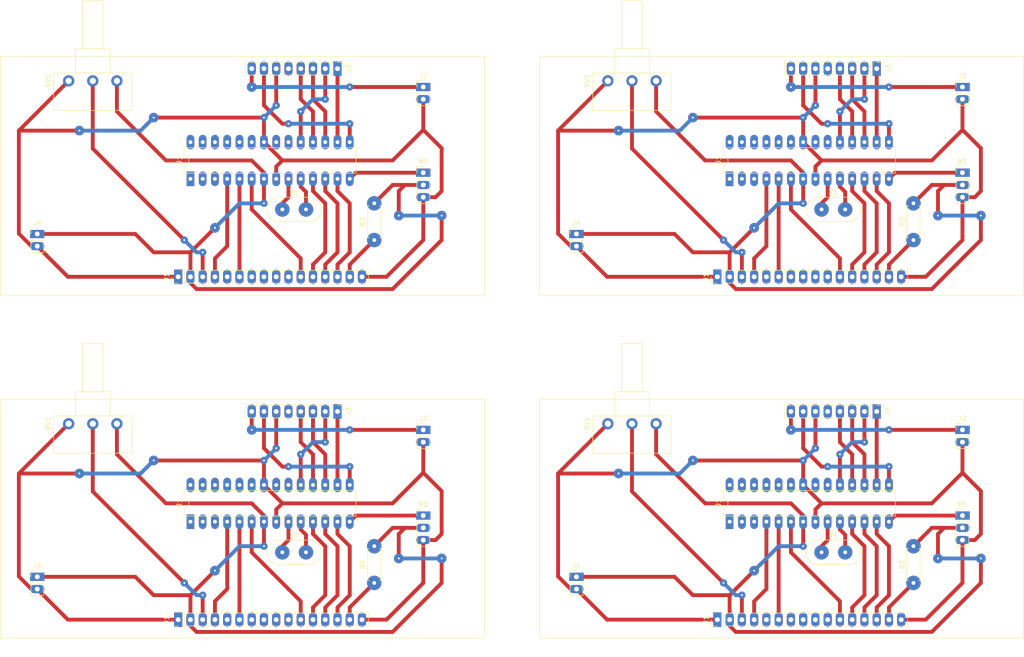
<source format=kicad_pcb>
(kicad_pcb (version 20171130) (host pcbnew "(5.1.5)-3")

  (general
    (thickness 1.6)
    (drawings 16)
    (tracks 556)
    (zones 0)
    (modules 36)
    (nets 37)
  )

  (page A4)
  (layers
    (0 F.Cu signal)
    (31 B.Cu signal)
    (32 B.Adhes user)
    (33 F.Adhes user)
    (34 B.Paste user)
    (35 F.Paste user)
    (36 B.SilkS user)
    (37 F.SilkS user)
    (38 B.Mask user)
    (39 F.Mask user)
    (40 Dwgs.User user)
    (41 Cmts.User user)
    (42 Eco1.User user)
    (43 Eco2.User user)
    (44 Edge.Cuts user)
    (45 Margin user)
    (46 B.CrtYd user)
    (47 F.CrtYd user)
    (48 B.Fab user)
    (49 F.Fab user)
  )

  (setup
    (last_trace_width 0.25)
    (trace_clearance 0.2)
    (zone_clearance 0.508)
    (zone_45_only no)
    (trace_min 0.2)
    (via_size 0.8)
    (via_drill 0.4)
    (via_min_size 0.4)
    (via_min_drill 0.3)
    (uvia_size 0.3)
    (uvia_drill 0.1)
    (uvias_allowed no)
    (uvia_min_size 0.2)
    (uvia_min_drill 0.1)
    (edge_width 0.05)
    (segment_width 0.2)
    (pcb_text_width 0.3)
    (pcb_text_size 1.5 1.5)
    (mod_edge_width 0.12)
    (mod_text_size 1 1)
    (mod_text_width 0.15)
    (pad_size 3 1.7)
    (pad_drill 1)
    (pad_to_mask_clearance 0.051)
    (solder_mask_min_width 0.25)
    (aux_axis_origin 0 0)
    (visible_elements 7FFFFFFF)
    (pcbplotparams
      (layerselection 0x010fc_ffffffff)
      (usegerberextensions false)
      (usegerberattributes false)
      (usegerberadvancedattributes false)
      (creategerberjobfile false)
      (excludeedgelayer true)
      (linewidth 0.100000)
      (plotframeref false)
      (viasonmask false)
      (mode 1)
      (useauxorigin false)
      (hpglpennumber 1)
      (hpglpenspeed 20)
      (hpglpendiameter 15.000000)
      (psnegative false)
      (psa4output false)
      (plotreference true)
      (plotvalue true)
      (plotinvisibletext false)
      (padsonsilk false)
      (subtractmaskfromsilk false)
      (outputformat 1)
      (mirror false)
      (drillshape 1)
      (scaleselection 1)
      (outputdirectory ""))
  )

  (net 0 "")
  (net 1 Earth)
  (net 2 "Net-(J1-Pad15)")
  (net 3 "Net-(J1-Pad14)")
  (net 4 "Net-(J1-Pad13)")
  (net 5 "Net-(J1-Pad12)")
  (net 6 "Net-(J1-Pad11)")
  (net 7 "Net-(J1-Pad10)")
  (net 8 "Net-(J1-Pad9)")
  (net 9 "Net-(J1-Pad8)")
  (net 10 "Net-(J1-Pad7)")
  (net 11 "Net-(J1-Pad6)")
  (net 12 "Net-(J1-Pad5)")
  (net 13 "Net-(J1-Pad4)")
  (net 14 "Net-(J1-Pad3)")
  (net 15 "Net-(J1-Pad2)")
  (net 16 "Net-(J2-Pad1)")
  (net 17 "Net-(J3-Pad7)")
  (net 18 "Net-(J3-Pad5)")
  (net 19 "Net-(J3-Pad4)")
  (net 20 "Net-(J3-Pad3)")
  (net 21 "Net-(J3-Pad2)")
  (net 22 "Net-(J3-Pad1)")
  (net 23 "Net-(M1-Pad1)")
  (net 24 "Net-(U1-Pad28)")
  (net 25 "Net-(U1-Pad27)")
  (net 26 "Net-(U1-Pad26)")
  (net 27 "Net-(U1-Pad25)")
  (net 28 "Net-(U1-Pad24)")
  (net 29 "Net-(U1-Pad10)")
  (net 30 "Net-(U1-Pad23)")
  (net 31 "Net-(U1-Pad9)")
  (net 32 "Net-(U1-Pad21)")
  (net 33 "Net-(U1-Pad20)")
  (net 34 "Net-(U1-Pad3)")
  (net 35 "Net-(U1-Pad2)")
  (net 36 "Net-(U1-Pad1)")

  (net_class Default "This is the default net class."
    (clearance 0.2)
    (trace_width 0.25)
    (via_dia 0.8)
    (via_drill 0.4)
    (uvia_dia 0.3)
    (uvia_drill 0.1)
    (add_net Earth)
    (add_net "Net-(J1-Pad10)")
    (add_net "Net-(J1-Pad11)")
    (add_net "Net-(J1-Pad12)")
    (add_net "Net-(J1-Pad13)")
    (add_net "Net-(J1-Pad14)")
    (add_net "Net-(J1-Pad15)")
    (add_net "Net-(J1-Pad2)")
    (add_net "Net-(J1-Pad3)")
    (add_net "Net-(J1-Pad4)")
    (add_net "Net-(J1-Pad5)")
    (add_net "Net-(J1-Pad6)")
    (add_net "Net-(J1-Pad7)")
    (add_net "Net-(J1-Pad8)")
    (add_net "Net-(J1-Pad9)")
    (add_net "Net-(J2-Pad1)")
    (add_net "Net-(J3-Pad1)")
    (add_net "Net-(J3-Pad2)")
    (add_net "Net-(J3-Pad3)")
    (add_net "Net-(J3-Pad4)")
    (add_net "Net-(J3-Pad5)")
    (add_net "Net-(J3-Pad7)")
    (add_net "Net-(M1-Pad1)")
    (add_net "Net-(U1-Pad1)")
    (add_net "Net-(U1-Pad10)")
    (add_net "Net-(U1-Pad2)")
    (add_net "Net-(U1-Pad20)")
    (add_net "Net-(U1-Pad21)")
    (add_net "Net-(U1-Pad23)")
    (add_net "Net-(U1-Pad24)")
    (add_net "Net-(U1-Pad25)")
    (add_net "Net-(U1-Pad26)")
    (add_net "Net-(U1-Pad27)")
    (add_net "Net-(U1-Pad28)")
    (add_net "Net-(U1-Pad3)")
    (add_net "Net-(U1-Pad9)")
  )

  (module Connector_PinHeader_2.54mm:PinHeader_1x02_P2.54mm_Vertical (layer F.Cu) (tedit 5FF41F61) (tstamp 5FF42F51)
    (at 161.29 146.05)
    (descr "Through hole straight pin header, 1x02, 2.54mm pitch, single row")
    (tags "Through hole pin header THT 1x02 2.54mm single row")
    (path /5FE5887E)
    (fp_text reference J4 (at 0 -2.33) (layer F.SilkS)
      (effects (font (size 1 1) (thickness 0.15)))
    )
    (fp_text value Conn_01x02_Female (at 0 4.87) (layer F.Fab)
      (effects (font (size 1 1) (thickness 0.15)))
    )
    (fp_line (start -0.635 -1.27) (end 1.27 -1.27) (layer F.Fab) (width 0.1))
    (fp_line (start 1.27 -1.27) (end 1.27 3.81) (layer F.Fab) (width 0.1))
    (fp_line (start 1.27 3.81) (end -1.27 3.81) (layer F.Fab) (width 0.1))
    (fp_line (start -1.27 3.81) (end -1.27 -0.635) (layer F.Fab) (width 0.1))
    (fp_line (start -1.27 -0.635) (end -0.635 -1.27) (layer F.Fab) (width 0.1))
    (fp_line (start -1.33 3.87) (end 1.33 3.87) (layer F.SilkS) (width 0.12))
    (fp_line (start -1.33 1.27) (end -1.33 3.87) (layer F.SilkS) (width 0.12))
    (fp_line (start 1.33 1.27) (end 1.33 3.87) (layer F.SilkS) (width 0.12))
    (fp_line (start -1.33 1.27) (end 1.33 1.27) (layer F.SilkS) (width 0.12))
    (fp_line (start -1.33 0) (end -1.33 -1.33) (layer F.SilkS) (width 0.12))
    (fp_line (start -1.33 -1.33) (end 0 -1.33) (layer F.SilkS) (width 0.12))
    (fp_line (start -1.8 -1.8) (end -1.8 4.35) (layer F.CrtYd) (width 0.05))
    (fp_line (start -1.8 4.35) (end 1.8 4.35) (layer F.CrtYd) (width 0.05))
    (fp_line (start 1.8 4.35) (end 1.8 -1.8) (layer F.CrtYd) (width 0.05))
    (fp_line (start 1.8 -1.8) (end -1.8 -1.8) (layer F.CrtYd) (width 0.05))
    (fp_text user %R (at 0 1.27 90) (layer F.Fab)
      (effects (font (size 1 1) (thickness 0.15)))
    )
    (pad 1 thru_hole rect (at 0 0) (size 3 1.7) (drill 1) (layers *.Cu *.Mask))
    (pad 2 thru_hole oval (at 0 2.54) (size 3 1.7) (drill 1) (layers *.Cu *.Mask))
    (model ${KISYS3DMOD}/Connector_PinHeader_2.54mm.3dshapes/PinHeader_1x02_P2.54mm_Vertical.wrl
      (at (xyz 0 0 0))
      (scale (xyz 1 1 1))
      (rotate (xyz 0 0 0))
    )
  )

  (module Connector_PinHeader_2.54mm:PinHeader_1x03_P2.54mm_Vertical (layer F.Cu) (tedit 5FF41622) (tstamp 5FF42F3B)
    (at 241.3 133.35)
    (descr "Through hole straight pin header, 1x03, 2.54mm pitch, single row")
    (tags "Through hole pin header THT 1x03 2.54mm single row")
    (path /5FF341A1)
    (fp_text reference M1 (at 0 -2.33) (layer F.SilkS)
      (effects (font (size 1 1) (thickness 0.15)))
    )
    (fp_text value Motor_Servo (at 0 7.41) (layer F.Fab)
      (effects (font (size 1 1) (thickness 0.15)))
    )
    (fp_line (start -0.635 -1.27) (end 1.27 -1.27) (layer F.Fab) (width 0.1))
    (fp_line (start 1.27 -1.27) (end 1.27 6.35) (layer F.Fab) (width 0.1))
    (fp_line (start 1.27 6.35) (end -1.27 6.35) (layer F.Fab) (width 0.1))
    (fp_line (start -1.27 6.35) (end -1.27 -0.635) (layer F.Fab) (width 0.1))
    (fp_line (start -1.27 -0.635) (end -0.635 -1.27) (layer F.Fab) (width 0.1))
    (fp_line (start -1.33 6.41) (end 1.33 6.41) (layer F.SilkS) (width 0.12))
    (fp_line (start -1.33 1.27) (end -1.33 6.41) (layer F.SilkS) (width 0.12))
    (fp_line (start 1.33 1.27) (end 1.33 6.41) (layer F.SilkS) (width 0.12))
    (fp_line (start -1.33 1.27) (end 1.33 1.27) (layer F.SilkS) (width 0.12))
    (fp_line (start -1.33 0) (end -1.33 -1.33) (layer F.SilkS) (width 0.12))
    (fp_line (start -1.33 -1.33) (end 0 -1.33) (layer F.SilkS) (width 0.12))
    (fp_line (start -1.8 -1.8) (end -1.8 6.85) (layer F.CrtYd) (width 0.05))
    (fp_line (start -1.8 6.85) (end 1.8 6.85) (layer F.CrtYd) (width 0.05))
    (fp_line (start 1.8 6.85) (end 1.8 -1.8) (layer F.CrtYd) (width 0.05))
    (fp_line (start 1.8 -1.8) (end -1.8 -1.8) (layer F.CrtYd) (width 0.05))
    (fp_text user %R (at 0 2.54 90) (layer F.Fab)
      (effects (font (size 1 1) (thickness 0.15)))
    )
    (pad 1 thru_hole rect (at 0 0) (size 3 1.7) (drill 1) (layers *.Cu *.Mask))
    (pad 2 thru_hole oval (at 0 2.54) (size 3 1.7) (drill 1) (layers *.Cu *.Mask))
    (pad 3 thru_hole oval (at 0 5.08) (size 3 1.7) (drill 1) (layers *.Cu *.Mask))
    (model ${KISYS3DMOD}/Connector_PinHeader_2.54mm.3dshapes/PinHeader_1x03_P2.54mm_Vertical.wrl
      (at (xyz 0 0 0))
      (scale (xyz 1 1 1))
      (rotate (xyz 0 0 0))
    )
  )

  (module Resistor_THT:R_Axial_DIN0207_L6.3mm_D2.5mm_P7.62mm_Horizontal (layer F.Cu) (tedit 5FF41ED6) (tstamp 5FF42F25)
    (at 231.14 147.32 90)
    (descr "Resistor, Axial_DIN0207 series, Axial, Horizontal, pin pitch=7.62mm, 0.25W = 1/4W, length*diameter=6.3*2.5mm^2, http://cdn-reichelt.de/documents/datenblatt/B400/1_4W%23YAG.pdf")
    (tags "Resistor Axial_DIN0207 series Axial Horizontal pin pitch 7.62mm 0.25W = 1/4W length 6.3mm diameter 2.5mm")
    (path /5FF1A706)
    (fp_text reference R2 (at 3.81 -2.37 90) (layer F.SilkS)
      (effects (font (size 1 1) (thickness 0.15)))
    )
    (fp_text value 220R (at 3.81 2.37 90) (layer F.Fab)
      (effects (font (size 1 1) (thickness 0.15)))
    )
    (fp_line (start 0.66 -1.25) (end 0.66 1.25) (layer F.Fab) (width 0.1))
    (fp_line (start 0.66 1.25) (end 6.96 1.25) (layer F.Fab) (width 0.1))
    (fp_line (start 6.96 1.25) (end 6.96 -1.25) (layer F.Fab) (width 0.1))
    (fp_line (start 6.96 -1.25) (end 0.66 -1.25) (layer F.Fab) (width 0.1))
    (fp_line (start 0 0) (end 0.66 0) (layer F.Fab) (width 0.1))
    (fp_line (start 7.62 0) (end 6.96 0) (layer F.Fab) (width 0.1))
    (fp_line (start 0.54 -1.04) (end 0.54 -1.37) (layer F.SilkS) (width 0.12))
    (fp_line (start 0.54 -1.37) (end 7.08 -1.37) (layer F.SilkS) (width 0.12))
    (fp_line (start 7.08 -1.37) (end 7.08 -1.04) (layer F.SilkS) (width 0.12))
    (fp_line (start 0.54 1.04) (end 0.54 1.37) (layer F.SilkS) (width 0.12))
    (fp_line (start 0.54 1.37) (end 7.08 1.37) (layer F.SilkS) (width 0.12))
    (fp_line (start 7.08 1.37) (end 7.08 1.04) (layer F.SilkS) (width 0.12))
    (fp_line (start -1.05 -1.5) (end -1.05 1.5) (layer F.CrtYd) (width 0.05))
    (fp_line (start -1.05 1.5) (end 8.67 1.5) (layer F.CrtYd) (width 0.05))
    (fp_line (start 8.67 1.5) (end 8.67 -1.5) (layer F.CrtYd) (width 0.05))
    (fp_line (start 8.67 -1.5) (end -1.05 -1.5) (layer F.CrtYd) (width 0.05))
    (fp_text user %R (at 3.81 0 90) (layer F.Fab)
      (effects (font (size 1 1) (thickness 0.15)))
    )
    (pad 1 thru_hole circle (at 0 0 90) (size 3 3) (drill 0.8) (layers *.Cu *.Mask))
    (pad 2 thru_hole oval (at 7.62 0 90) (size 3 3) (drill 0.8) (layers *.Cu *.Mask))
    (model ${KISYS3DMOD}/Resistor_THT.3dshapes/R_Axial_DIN0207_L6.3mm_D2.5mm_P7.62mm_Horizontal.wrl
      (at (xyz 0 0 0))
      (scale (xyz 1 1 1))
      (rotate (xyz 0 0 0))
    )
  )

  (module Package_DIP:DIP-28_W7.62mm (layer F.Cu) (tedit 5FF41EC5) (tstamp 5FF42EF6)
    (at 193.04 134.62 90)
    (descr "28-lead though-hole mounted DIP package, row spacing 7.62 mm (300 mils)")
    (tags "THT DIP DIL PDIP 2.54mm 7.62mm 300mil")
    (path /5FE4DFB1)
    (fp_text reference U1 (at 3.81 -2.33 90) (layer F.SilkS)
      (effects (font (size 1 1) (thickness 0.15)))
    )
    (fp_text value ATmega328-PU (at 3.81 35.35 90) (layer F.Fab)
      (effects (font (size 1 1) (thickness 0.15)))
    )
    (fp_arc (start 3.81 -1.33) (end 2.81 -1.33) (angle -180) (layer F.SilkS) (width 0.12))
    (fp_line (start 1.635 -1.27) (end 6.985 -1.27) (layer F.Fab) (width 0.1))
    (fp_line (start 6.985 -1.27) (end 6.985 34.29) (layer F.Fab) (width 0.1))
    (fp_line (start 6.985 34.29) (end 0.635 34.29) (layer F.Fab) (width 0.1))
    (fp_line (start 0.635 34.29) (end 0.635 -0.27) (layer F.Fab) (width 0.1))
    (fp_line (start 0.635 -0.27) (end 1.635 -1.27) (layer F.Fab) (width 0.1))
    (fp_line (start 2.81 -1.33) (end 1.16 -1.33) (layer F.SilkS) (width 0.12))
    (fp_line (start 1.16 -1.33) (end 1.16 34.35) (layer F.SilkS) (width 0.12))
    (fp_line (start 1.16 34.35) (end 6.46 34.35) (layer F.SilkS) (width 0.12))
    (fp_line (start 6.46 34.35) (end 6.46 -1.33) (layer F.SilkS) (width 0.12))
    (fp_line (start 6.46 -1.33) (end 4.81 -1.33) (layer F.SilkS) (width 0.12))
    (fp_line (start -1.1 -1.55) (end -1.1 34.55) (layer F.CrtYd) (width 0.05))
    (fp_line (start -1.1 34.55) (end 8.7 34.55) (layer F.CrtYd) (width 0.05))
    (fp_line (start 8.7 34.55) (end 8.7 -1.55) (layer F.CrtYd) (width 0.05))
    (fp_line (start 8.7 -1.55) (end -1.1 -1.55) (layer F.CrtYd) (width 0.05))
    (fp_text user %R (at 3.81 16.51 90) (layer F.Fab)
      (effects (font (size 1 1) (thickness 0.15)))
    )
    (pad 1 thru_hole rect (at 0 0 90) (size 3 1.6) (drill 0.8) (layers *.Cu *.Mask))
    (pad 15 thru_hole oval (at 7.62 33.02 90) (size 3 1.6) (drill 0.8) (layers *.Cu *.Mask))
    (pad 2 thru_hole oval (at 0 2.54 90) (size 3 1.6) (drill 0.8) (layers *.Cu *.Mask))
    (pad 16 thru_hole oval (at 7.62 30.48 90) (size 3 1.6) (drill 0.8) (layers *.Cu *.Mask))
    (pad 3 thru_hole oval (at 0 5.08 90) (size 3 1.6) (drill 0.8) (layers *.Cu *.Mask))
    (pad 17 thru_hole oval (at 7.62 27.94 90) (size 3 1.6) (drill 0.8) (layers *.Cu *.Mask))
    (pad 4 thru_hole oval (at 0 7.62 90) (size 3 1.6) (drill 0.8) (layers *.Cu *.Mask))
    (pad 18 thru_hole oval (at 7.62 25.4 90) (size 3 1.6) (drill 0.8) (layers *.Cu *.Mask))
    (pad 5 thru_hole oval (at 0 10.16 90) (size 3 1.6) (drill 0.8) (layers *.Cu *.Mask))
    (pad 19 thru_hole oval (at 7.62 22.86 90) (size 3 1.6) (drill 0.8) (layers *.Cu *.Mask))
    (pad 6 thru_hole oval (at 0 12.7 90) (size 3 1.6) (drill 0.8) (layers *.Cu *.Mask))
    (pad 20 thru_hole oval (at 7.62 20.32 90) (size 3 1.6) (drill 0.8) (layers *.Cu *.Mask))
    (pad 7 thru_hole oval (at 0 15.24 90) (size 3 1.6) (drill 0.8) (layers *.Cu *.Mask))
    (pad 21 thru_hole oval (at 7.62 17.78 90) (size 3 1.6) (drill 0.8) (layers *.Cu *.Mask))
    (pad 8 thru_hole oval (at 0 17.78 90) (size 3 1.6) (drill 0.8) (layers *.Cu *.Mask))
    (pad 22 thru_hole oval (at 7.62 15.24 90) (size 3 1.6) (drill 0.8) (layers *.Cu *.Mask))
    (pad 9 thru_hole oval (at 0 20.32 90) (size 3 1.6) (drill 0.8) (layers *.Cu *.Mask))
    (pad 23 thru_hole oval (at 7.62 12.7 90) (size 3 1.6) (drill 0.8) (layers *.Cu *.Mask))
    (pad 10 thru_hole oval (at 0 22.86 90) (size 3 1.6) (drill 0.8) (layers *.Cu *.Mask))
    (pad 24 thru_hole oval (at 7.62 10.16 90) (size 3 1.6) (drill 0.8) (layers *.Cu *.Mask))
    (pad 11 thru_hole oval (at 0 25.4 90) (size 3 1.6) (drill 0.8) (layers *.Cu *.Mask))
    (pad 25 thru_hole oval (at 7.62 7.62 90) (size 3 1.6) (drill 0.8) (layers *.Cu *.Mask))
    (pad 12 thru_hole oval (at 0 27.94 90) (size 3 1.6) (drill 0.8) (layers *.Cu *.Mask))
    (pad 26 thru_hole oval (at 7.62 5.08 90) (size 3 1.6) (drill 0.8) (layers *.Cu *.Mask))
    (pad 13 thru_hole oval (at 0 30.48 90) (size 3 1.6) (drill 0.8) (layers *.Cu *.Mask))
    (pad 27 thru_hole oval (at 7.62 2.54 90) (size 3 1.6) (drill 0.8) (layers *.Cu *.Mask))
    (pad 14 thru_hole oval (at 0 33.02 90) (size 3 1.6) (drill 0.8) (layers *.Cu *.Mask))
    (pad 28 thru_hole oval (at 7.62 0 90) (size 3 1.6) (drill 0.8) (layers *.Cu *.Mask))
    (model ${KISYS3DMOD}/Package_DIP.3dshapes/DIP-28_W7.62mm.wrl
      (at (xyz 0 0 0))
      (scale (xyz 1 1 1))
      (rotate (xyz 0 0 0))
    )
  )

  (module Connector_PinHeader_2.54mm:PinHeader_1x16_P2.54mm_Vertical (layer F.Cu) (tedit 5FF41F4D) (tstamp 5FF42ED3)
    (at 190.5 154.94 90)
    (descr "Through hole straight pin header, 1x16, 2.54mm pitch, single row")
    (tags "Through hole pin header THT 1x16 2.54mm single row")
    (path /5FE5316F)
    (fp_text reference J1 (at 0 -2.33 90) (layer F.SilkS)
      (effects (font (size 1 1) (thickness 0.15)))
    )
    (fp_text value Conn_01x16_Female (at 0 40.43 90) (layer F.Fab)
      (effects (font (size 1 1) (thickness 0.15)))
    )
    (fp_line (start -0.635 -1.27) (end 1.27 -1.27) (layer F.Fab) (width 0.1))
    (fp_line (start 1.27 -1.27) (end 1.27 39.37) (layer F.Fab) (width 0.1))
    (fp_line (start 1.27 39.37) (end -1.27 39.37) (layer F.Fab) (width 0.1))
    (fp_line (start -1.27 39.37) (end -1.27 -0.635) (layer F.Fab) (width 0.1))
    (fp_line (start -1.27 -0.635) (end -0.635 -1.27) (layer F.Fab) (width 0.1))
    (fp_line (start -1.33 39.43) (end 1.33 39.43) (layer F.SilkS) (width 0.12))
    (fp_line (start -1.33 1.27) (end -1.33 39.43) (layer F.SilkS) (width 0.12))
    (fp_line (start 1.33 1.27) (end 1.33 39.43) (layer F.SilkS) (width 0.12))
    (fp_line (start -1.33 1.27) (end 1.33 1.27) (layer F.SilkS) (width 0.12))
    (fp_line (start -1.33 0) (end -1.33 -1.33) (layer F.SilkS) (width 0.12))
    (fp_line (start -1.33 -1.33) (end 0 -1.33) (layer F.SilkS) (width 0.12))
    (fp_line (start -1.8 -1.8) (end -1.8 39.9) (layer F.CrtYd) (width 0.05))
    (fp_line (start -1.8 39.9) (end 1.8 39.9) (layer F.CrtYd) (width 0.05))
    (fp_line (start 1.8 39.9) (end 1.8 -1.8) (layer F.CrtYd) (width 0.05))
    (fp_line (start 1.8 -1.8) (end -1.8 -1.8) (layer F.CrtYd) (width 0.05))
    (fp_text user %R (at 0 19.05) (layer F.Fab)
      (effects (font (size 1 1) (thickness 0.15)))
    )
    (pad 1 thru_hole rect (at 0 0 90) (size 3 1.7) (drill 1) (layers *.Cu *.Mask))
    (pad 2 thru_hole oval (at 0 2.54 90) (size 3 1.7) (drill 1) (layers *.Cu *.Mask))
    (pad 3 thru_hole oval (at 0 5.08 90) (size 3 1.7) (drill 1) (layers *.Cu *.Mask))
    (pad 4 thru_hole oval (at 0 7.62 90) (size 3 1.7) (drill 1) (layers *.Cu *.Mask))
    (pad 5 thru_hole oval (at 0 10.16 90) (size 3 1.7) (drill 1) (layers *.Cu *.Mask))
    (pad 6 thru_hole oval (at 0 12.7 90) (size 3 1.7) (drill 1) (layers *.Cu *.Mask))
    (pad 7 thru_hole oval (at 0 15.24 90) (size 3 1.7) (drill 1) (layers *.Cu *.Mask))
    (pad 8 thru_hole oval (at 0 17.78 90) (size 3 1.7) (drill 1) (layers *.Cu *.Mask))
    (pad 9 thru_hole oval (at 0 20.32 90) (size 3 1.7) (drill 1) (layers *.Cu *.Mask))
    (pad 10 thru_hole oval (at 0 22.86 90) (size 3 1.7) (drill 1) (layers *.Cu *.Mask))
    (pad 11 thru_hole oval (at 0 25.4 90) (size 3 1.7) (drill 1) (layers *.Cu *.Mask))
    (pad 12 thru_hole oval (at 0 27.94 90) (size 3 1.7) (drill 1) (layers *.Cu *.Mask))
    (pad 13 thru_hole oval (at 0 30.48 90) (size 3 1.7) (drill 1) (layers *.Cu *.Mask))
    (pad 14 thru_hole oval (at 0 33.02 90) (size 3 1.7) (drill 1) (layers *.Cu *.Mask))
    (pad 15 thru_hole oval (at 0 35.56 90) (size 3 1.7) (drill 1) (layers *.Cu *.Mask))
    (pad 16 thru_hole oval (at 0 38.1 90) (size 3 1.7) (drill 1) (layers *.Cu *.Mask))
    (model ${KISYS3DMOD}/Connector_PinHeader_2.54mm.3dshapes/PinHeader_1x16_P2.54mm_Vertical.wrl
      (at (xyz 0 0 0))
      (scale (xyz 1 1 1))
      (rotate (xyz 0 0 0))
    )
  )

  (module Potentiometer_THT:Potentiometer_Piher_T-16H_Single_Horizontal (layer F.Cu) (tedit 5A3D4993) (tstamp 5FF42EB0)
    (at 177.8 114.3 90)
    (descr "Potentiometer, horizontal, Piher T-16H Single, http://www.piher-nacesa.com/pdf/22-T16v03.pdf")
    (tags "Potentiometer horizontal Piher T-16H Single")
    (path /5FF0B634)
    (fp_text reference RV1 (at 0 -14.25 90) (layer F.SilkS)
      (effects (font (size 1 1) (thickness 0.15)))
    )
    (fp_text value R_POT (at 0 4.25 90) (layer F.Fab)
      (effects (font (size 1 1) (thickness 0.15)))
    )
    (fp_line (start -6 -13) (end -6 3) (layer F.Fab) (width 0.1))
    (fp_line (start -6 3) (end 1.5 3) (layer F.Fab) (width 0.1))
    (fp_line (start 1.5 3) (end 1.5 -13) (layer F.Fab) (width 0.1))
    (fp_line (start 1.5 -13) (end -6 -13) (layer F.Fab) (width 0.1))
    (fp_line (start 1.5 -8.5) (end 1.5 -1.5) (layer F.Fab) (width 0.1))
    (fp_line (start 1.5 -1.5) (end 6.5 -1.5) (layer F.Fab) (width 0.1))
    (fp_line (start 6.5 -1.5) (end 6.5 -8.5) (layer F.Fab) (width 0.1))
    (fp_line (start 6.5 -8.5) (end 1.5 -8.5) (layer F.Fab) (width 0.1))
    (fp_line (start 6.5 -7) (end 6.5 -3) (layer F.Fab) (width 0.1))
    (fp_line (start 6.5 -3) (end 16.5 -3) (layer F.Fab) (width 0.1))
    (fp_line (start 16.5 -3) (end 16.5 -7) (layer F.Fab) (width 0.1))
    (fp_line (start 16.5 -7) (end 6.5 -7) (layer F.Fab) (width 0.1))
    (fp_line (start -6.12 -13.12) (end 1.62 -13.12) (layer F.SilkS) (width 0.12))
    (fp_line (start -6.12 3.12) (end 1.62 3.12) (layer F.SilkS) (width 0.12))
    (fp_line (start -6.12 -13.12) (end -6.12 3.12) (layer F.SilkS) (width 0.12))
    (fp_line (start 1.62 -13.12) (end 1.62 3.12) (layer F.SilkS) (width 0.12))
    (fp_line (start 1.62 -8.62) (end 6.62 -8.62) (layer F.SilkS) (width 0.12))
    (fp_line (start 1.62 -1.38) (end 6.62 -1.38) (layer F.SilkS) (width 0.12))
    (fp_line (start 1.62 -8.62) (end 1.62 -1.38) (layer F.SilkS) (width 0.12))
    (fp_line (start 6.62 -8.62) (end 6.62 -1.38) (layer F.SilkS) (width 0.12))
    (fp_line (start 6.62 -7.12) (end 16.62 -7.12) (layer F.SilkS) (width 0.12))
    (fp_line (start 6.62 -2.88) (end 16.62 -2.88) (layer F.SilkS) (width 0.12))
    (fp_line (start 6.62 -7.12) (end 6.62 -2.88) (layer F.SilkS) (width 0.12))
    (fp_line (start 16.62 -7.12) (end 16.62 -2.88) (layer F.SilkS) (width 0.12))
    (fp_line (start -6.25 -13.25) (end -6.25 3.25) (layer F.CrtYd) (width 0.05))
    (fp_line (start -6.25 3.25) (end 16.75 3.25) (layer F.CrtYd) (width 0.05))
    (fp_line (start 16.75 3.25) (end 16.75 -13.25) (layer F.CrtYd) (width 0.05))
    (fp_line (start 16.75 -13.25) (end -6.25 -13.25) (layer F.CrtYd) (width 0.05))
    (fp_text user %R (at -2.25 -5 90) (layer F.Fab)
      (effects (font (size 1 1) (thickness 0.15)))
    )
    (pad 3 thru_hole circle (at 0 -10 90) (size 2.34 2.34) (drill 1.3) (layers *.Cu *.Mask))
    (pad 2 thru_hole circle (at 0 -5 90) (size 2.34 2.34) (drill 1.3) (layers *.Cu *.Mask))
    (pad 1 thru_hole circle (at 0 0 90) (size 2.34 2.34) (drill 1.3) (layers *.Cu *.Mask))
    (model ${KISYS3DMOD}/Potentiometer_THT.3dshapes/Potentiometer_Piher_T-16H_Single_Horizontal.wrl
      (at (xyz 0 0 0))
      (scale (xyz 1 1 1))
      (rotate (xyz 0 0 0))
    )
  )

  (module Crystal:Crystal_HC18-U_Vertical (layer F.Cu) (tedit 5FF41F56) (tstamp 5FF42E9A)
    (at 212.09 140.97)
    (descr "Crystal THT HC-18/U, http://5hertz.com/pdfs/04404_D.pdf")
    (tags "THT crystalHC-18/U")
    (path /5FE502B6)
    (fp_text reference Y1 (at 2.45 -3.525) (layer F.SilkS)
      (effects (font (size 1 1) (thickness 0.15)))
    )
    (fp_text value Crystal (at 2.45 3.525) (layer F.Fab)
      (effects (font (size 1 1) (thickness 0.15)))
    )
    (fp_text user %R (at 2.45 0) (layer F.Fab)
      (effects (font (size 1 1) (thickness 0.15)))
    )
    (fp_line (start -0.675 -2.325) (end 5.575 -2.325) (layer F.Fab) (width 0.1))
    (fp_line (start -0.675 2.325) (end 5.575 2.325) (layer F.Fab) (width 0.1))
    (fp_line (start -0.55 -2) (end 5.45 -2) (layer F.Fab) (width 0.1))
    (fp_line (start -0.55 2) (end 5.45 2) (layer F.Fab) (width 0.1))
    (fp_line (start -0.675 -2.525) (end 5.575 -2.525) (layer F.SilkS) (width 0.12))
    (fp_line (start -0.675 2.525) (end 5.575 2.525) (layer F.SilkS) (width 0.12))
    (fp_line (start -3.5 -2.8) (end -3.5 2.8) (layer F.CrtYd) (width 0.05))
    (fp_line (start -3.5 2.8) (end 8.4 2.8) (layer F.CrtYd) (width 0.05))
    (fp_line (start 8.4 2.8) (end 8.4 -2.8) (layer F.CrtYd) (width 0.05))
    (fp_line (start 8.4 -2.8) (end -3.5 -2.8) (layer F.CrtYd) (width 0.05))
    (fp_arc (start -0.675 0) (end -0.675 -2.325) (angle -180) (layer F.Fab) (width 0.1))
    (fp_arc (start 5.575 0) (end 5.575 -2.325) (angle 180) (layer F.Fab) (width 0.1))
    (fp_arc (start -0.55 0) (end -0.55 -2) (angle -180) (layer F.Fab) (width 0.1))
    (fp_arc (start 5.45 0) (end 5.45 -2) (angle 180) (layer F.Fab) (width 0.1))
    (fp_arc (start -0.675 0) (end -0.675 -2.525) (angle -180) (layer F.SilkS) (width 0.12))
    (fp_arc (start 5.575 0) (end 5.575 -2.525) (angle 180) (layer F.SilkS) (width 0.12))
    (pad 1 thru_hole circle (at 0 0) (size 3 3) (drill 0.8) (layers *.Cu *.Mask))
    (pad 2 thru_hole circle (at 4.9 0) (size 3 3) (drill 0.8) (layers *.Cu *.Mask))
    (model ${KISYS3DMOD}/Crystal.3dshapes/Crystal_HC18-U_Vertical.wrl
      (at (xyz 0 0 0))
      (scale (xyz 1 1 1))
      (rotate (xyz 0 0 0))
    )
  )

  (module Connector_PinHeader_2.54mm:PinHeader_1x02_P2.54mm_Vertical (layer F.Cu) (tedit 5FF41611) (tstamp 5FF42E85)
    (at 241.3 115.57)
    (descr "Through hole straight pin header, 1x02, 2.54mm pitch, single row")
    (tags "Through hole pin header THT 1x02 2.54mm single row")
    (path /5FF04FF8)
    (fp_text reference J2 (at 0 -2.33) (layer F.SilkS)
      (effects (font (size 1 1) (thickness 0.15)))
    )
    (fp_text value Conn_01x02_Female (at 0 4.87) (layer F.Fab)
      (effects (font (size 1 1) (thickness 0.15)))
    )
    (fp_line (start -0.635 -1.27) (end 1.27 -1.27) (layer F.Fab) (width 0.1))
    (fp_line (start 1.27 -1.27) (end 1.27 3.81) (layer F.Fab) (width 0.1))
    (fp_line (start 1.27 3.81) (end -1.27 3.81) (layer F.Fab) (width 0.1))
    (fp_line (start -1.27 3.81) (end -1.27 -0.635) (layer F.Fab) (width 0.1))
    (fp_line (start -1.27 -0.635) (end -0.635 -1.27) (layer F.Fab) (width 0.1))
    (fp_line (start -1.33 3.87) (end 1.33 3.87) (layer F.SilkS) (width 0.12))
    (fp_line (start -1.33 1.27) (end -1.33 3.87) (layer F.SilkS) (width 0.12))
    (fp_line (start 1.33 1.27) (end 1.33 3.87) (layer F.SilkS) (width 0.12))
    (fp_line (start -1.33 1.27) (end 1.33 1.27) (layer F.SilkS) (width 0.12))
    (fp_line (start -1.33 0) (end -1.33 -1.33) (layer F.SilkS) (width 0.12))
    (fp_line (start -1.33 -1.33) (end 0 -1.33) (layer F.SilkS) (width 0.12))
    (fp_line (start -1.8 -1.8) (end -1.8 4.35) (layer F.CrtYd) (width 0.05))
    (fp_line (start -1.8 4.35) (end 1.8 4.35) (layer F.CrtYd) (width 0.05))
    (fp_line (start 1.8 4.35) (end 1.8 -1.8) (layer F.CrtYd) (width 0.05))
    (fp_line (start 1.8 -1.8) (end -1.8 -1.8) (layer F.CrtYd) (width 0.05))
    (fp_text user %R (at 0 1.27 90) (layer F.Fab)
      (effects (font (size 1 1) (thickness 0.15)))
    )
    (pad 1 thru_hole rect (at 0 0) (size 3 1.7) (drill 1) (layers *.Cu *.Mask))
    (pad 2 thru_hole oval (at 0 2.54) (size 3 1.7) (drill 1) (layers *.Cu *.Mask))
    (model ${KISYS3DMOD}/Connector_PinHeader_2.54mm.3dshapes/PinHeader_1x02_P2.54mm_Vertical.wrl
      (at (xyz 0 0 0))
      (scale (xyz 1 1 1))
      (rotate (xyz 0 0 0))
    )
  )

  (module Connector_PinHeader_2.54mm:PinHeader_1x08_P2.54mm_Vertical (layer F.Cu) (tedit 5FF415F0) (tstamp 5FF42E6A)
    (at 223.52 111.76 270)
    (descr "Through hole straight pin header, 1x08, 2.54mm pitch, single row")
    (tags "Through hole pin header THT 1x08 2.54mm single row")
    (path /5FEF729E)
    (fp_text reference J3 (at 0 -2.33 90) (layer F.SilkS)
      (effects (font (size 1 1) (thickness 0.15)))
    )
    (fp_text value Conn_01x08_Female (at 0 20.11 90) (layer F.Fab)
      (effects (font (size 1 1) (thickness 0.15)))
    )
    (fp_line (start -0.635 -1.27) (end 1.27 -1.27) (layer F.Fab) (width 0.1))
    (fp_line (start 1.27 -1.27) (end 1.27 19.05) (layer F.Fab) (width 0.1))
    (fp_line (start 1.27 19.05) (end -1.27 19.05) (layer F.Fab) (width 0.1))
    (fp_line (start -1.27 19.05) (end -1.27 -0.635) (layer F.Fab) (width 0.1))
    (fp_line (start -1.27 -0.635) (end -0.635 -1.27) (layer F.Fab) (width 0.1))
    (fp_line (start -1.33 19.11) (end 1.33 19.11) (layer F.SilkS) (width 0.12))
    (fp_line (start -1.33 1.27) (end -1.33 19.11) (layer F.SilkS) (width 0.12))
    (fp_line (start 1.33 1.27) (end 1.33 19.11) (layer F.SilkS) (width 0.12))
    (fp_line (start -1.33 1.27) (end 1.33 1.27) (layer F.SilkS) (width 0.12))
    (fp_line (start -1.33 0) (end -1.33 -1.33) (layer F.SilkS) (width 0.12))
    (fp_line (start -1.33 -1.33) (end 0 -1.33) (layer F.SilkS) (width 0.12))
    (fp_line (start -1.8 -1.8) (end -1.8 19.55) (layer F.CrtYd) (width 0.05))
    (fp_line (start -1.8 19.55) (end 1.8 19.55) (layer F.CrtYd) (width 0.05))
    (fp_line (start 1.8 19.55) (end 1.8 -1.8) (layer F.CrtYd) (width 0.05))
    (fp_line (start 1.8 -1.8) (end -1.8 -1.8) (layer F.CrtYd) (width 0.05))
    (fp_text user %R (at 0 8.89) (layer F.Fab)
      (effects (font (size 1 1) (thickness 0.15)))
    )
    (pad 1 thru_hole rect (at 0 0 270) (size 3 1.7) (drill 1) (layers *.Cu *.Mask))
    (pad 2 thru_hole oval (at 0 2.54 270) (size 3 1.7) (drill 1) (layers *.Cu *.Mask))
    (pad 3 thru_hole oval (at 0 5.08 270) (size 3 1.7) (drill 1) (layers *.Cu *.Mask))
    (pad 4 thru_hole oval (at 0 7.62 270) (size 3 1.7) (drill 1) (layers *.Cu *.Mask))
    (pad 5 thru_hole oval (at 0 10.16 270) (size 3 1.7) (drill 1) (layers *.Cu *.Mask))
    (pad 6 thru_hole oval (at 0 12.7 270) (size 3 1.7) (drill 1) (layers *.Cu *.Mask))
    (pad 7 thru_hole oval (at 0 15.24 270) (size 3 1.7) (drill 1) (layers *.Cu *.Mask))
    (pad 8 thru_hole oval (at 0 17.78 270) (size 3 1.7) (drill 1) (layers *.Cu *.Mask))
    (model ${KISYS3DMOD}/Connector_PinHeader_2.54mm.3dshapes/PinHeader_1x08_P2.54mm_Vertical.wrl
      (at (xyz 0 0 0))
      (scale (xyz 1 1 1))
      (rotate (xyz 0 0 0))
    )
  )

  (module Connector_PinHeader_2.54mm:PinHeader_1x02_P2.54mm_Vertical (layer F.Cu) (tedit 5FF41F61) (tstamp 5FF42F51)
    (at 49.53 146.05)
    (descr "Through hole straight pin header, 1x02, 2.54mm pitch, single row")
    (tags "Through hole pin header THT 1x02 2.54mm single row")
    (path /5FE5887E)
    (fp_text reference J4 (at 0 -2.33) (layer F.SilkS)
      (effects (font (size 1 1) (thickness 0.15)))
    )
    (fp_text value Conn_01x02_Female (at 0 4.87) (layer F.Fab)
      (effects (font (size 1 1) (thickness 0.15)))
    )
    (fp_line (start -0.635 -1.27) (end 1.27 -1.27) (layer F.Fab) (width 0.1))
    (fp_line (start 1.27 -1.27) (end 1.27 3.81) (layer F.Fab) (width 0.1))
    (fp_line (start 1.27 3.81) (end -1.27 3.81) (layer F.Fab) (width 0.1))
    (fp_line (start -1.27 3.81) (end -1.27 -0.635) (layer F.Fab) (width 0.1))
    (fp_line (start -1.27 -0.635) (end -0.635 -1.27) (layer F.Fab) (width 0.1))
    (fp_line (start -1.33 3.87) (end 1.33 3.87) (layer F.SilkS) (width 0.12))
    (fp_line (start -1.33 1.27) (end -1.33 3.87) (layer F.SilkS) (width 0.12))
    (fp_line (start 1.33 1.27) (end 1.33 3.87) (layer F.SilkS) (width 0.12))
    (fp_line (start -1.33 1.27) (end 1.33 1.27) (layer F.SilkS) (width 0.12))
    (fp_line (start -1.33 0) (end -1.33 -1.33) (layer F.SilkS) (width 0.12))
    (fp_line (start -1.33 -1.33) (end 0 -1.33) (layer F.SilkS) (width 0.12))
    (fp_line (start -1.8 -1.8) (end -1.8 4.35) (layer F.CrtYd) (width 0.05))
    (fp_line (start -1.8 4.35) (end 1.8 4.35) (layer F.CrtYd) (width 0.05))
    (fp_line (start 1.8 4.35) (end 1.8 -1.8) (layer F.CrtYd) (width 0.05))
    (fp_line (start 1.8 -1.8) (end -1.8 -1.8) (layer F.CrtYd) (width 0.05))
    (fp_text user %R (at 0 1.27 90) (layer F.Fab)
      (effects (font (size 1 1) (thickness 0.15)))
    )
    (pad 1 thru_hole rect (at 0 0) (size 3 1.7) (drill 1) (layers *.Cu *.Mask))
    (pad 2 thru_hole oval (at 0 2.54) (size 3 1.7) (drill 1) (layers *.Cu *.Mask))
    (model ${KISYS3DMOD}/Connector_PinHeader_2.54mm.3dshapes/PinHeader_1x02_P2.54mm_Vertical.wrl
      (at (xyz 0 0 0))
      (scale (xyz 1 1 1))
      (rotate (xyz 0 0 0))
    )
  )

  (module Connector_PinHeader_2.54mm:PinHeader_1x03_P2.54mm_Vertical (layer F.Cu) (tedit 5FF41622) (tstamp 5FF42F3B)
    (at 129.54 133.35)
    (descr "Through hole straight pin header, 1x03, 2.54mm pitch, single row")
    (tags "Through hole pin header THT 1x03 2.54mm single row")
    (path /5FF341A1)
    (fp_text reference M1 (at 0 -2.33) (layer F.SilkS)
      (effects (font (size 1 1) (thickness 0.15)))
    )
    (fp_text value Motor_Servo (at 0 7.41) (layer F.Fab)
      (effects (font (size 1 1) (thickness 0.15)))
    )
    (fp_line (start -0.635 -1.27) (end 1.27 -1.27) (layer F.Fab) (width 0.1))
    (fp_line (start 1.27 -1.27) (end 1.27 6.35) (layer F.Fab) (width 0.1))
    (fp_line (start 1.27 6.35) (end -1.27 6.35) (layer F.Fab) (width 0.1))
    (fp_line (start -1.27 6.35) (end -1.27 -0.635) (layer F.Fab) (width 0.1))
    (fp_line (start -1.27 -0.635) (end -0.635 -1.27) (layer F.Fab) (width 0.1))
    (fp_line (start -1.33 6.41) (end 1.33 6.41) (layer F.SilkS) (width 0.12))
    (fp_line (start -1.33 1.27) (end -1.33 6.41) (layer F.SilkS) (width 0.12))
    (fp_line (start 1.33 1.27) (end 1.33 6.41) (layer F.SilkS) (width 0.12))
    (fp_line (start -1.33 1.27) (end 1.33 1.27) (layer F.SilkS) (width 0.12))
    (fp_line (start -1.33 0) (end -1.33 -1.33) (layer F.SilkS) (width 0.12))
    (fp_line (start -1.33 -1.33) (end 0 -1.33) (layer F.SilkS) (width 0.12))
    (fp_line (start -1.8 -1.8) (end -1.8 6.85) (layer F.CrtYd) (width 0.05))
    (fp_line (start -1.8 6.85) (end 1.8 6.85) (layer F.CrtYd) (width 0.05))
    (fp_line (start 1.8 6.85) (end 1.8 -1.8) (layer F.CrtYd) (width 0.05))
    (fp_line (start 1.8 -1.8) (end -1.8 -1.8) (layer F.CrtYd) (width 0.05))
    (fp_text user %R (at 0 2.54 90) (layer F.Fab)
      (effects (font (size 1 1) (thickness 0.15)))
    )
    (pad 1 thru_hole rect (at 0 0) (size 3 1.7) (drill 1) (layers *.Cu *.Mask))
    (pad 2 thru_hole oval (at 0 2.54) (size 3 1.7) (drill 1) (layers *.Cu *.Mask))
    (pad 3 thru_hole oval (at 0 5.08) (size 3 1.7) (drill 1) (layers *.Cu *.Mask))
    (model ${KISYS3DMOD}/Connector_PinHeader_2.54mm.3dshapes/PinHeader_1x03_P2.54mm_Vertical.wrl
      (at (xyz 0 0 0))
      (scale (xyz 1 1 1))
      (rotate (xyz 0 0 0))
    )
  )

  (module Resistor_THT:R_Axial_DIN0207_L6.3mm_D2.5mm_P7.62mm_Horizontal (layer F.Cu) (tedit 5FF41ED6) (tstamp 5FF42F25)
    (at 119.38 147.32 90)
    (descr "Resistor, Axial_DIN0207 series, Axial, Horizontal, pin pitch=7.62mm, 0.25W = 1/4W, length*diameter=6.3*2.5mm^2, http://cdn-reichelt.de/documents/datenblatt/B400/1_4W%23YAG.pdf")
    (tags "Resistor Axial_DIN0207 series Axial Horizontal pin pitch 7.62mm 0.25W = 1/4W length 6.3mm diameter 2.5mm")
    (path /5FF1A706)
    (fp_text reference R2 (at 3.81 -2.37 90) (layer F.SilkS)
      (effects (font (size 1 1) (thickness 0.15)))
    )
    (fp_text value 220R (at 3.81 2.37 90) (layer F.Fab)
      (effects (font (size 1 1) (thickness 0.15)))
    )
    (fp_line (start 0.66 -1.25) (end 0.66 1.25) (layer F.Fab) (width 0.1))
    (fp_line (start 0.66 1.25) (end 6.96 1.25) (layer F.Fab) (width 0.1))
    (fp_line (start 6.96 1.25) (end 6.96 -1.25) (layer F.Fab) (width 0.1))
    (fp_line (start 6.96 -1.25) (end 0.66 -1.25) (layer F.Fab) (width 0.1))
    (fp_line (start 0 0) (end 0.66 0) (layer F.Fab) (width 0.1))
    (fp_line (start 7.62 0) (end 6.96 0) (layer F.Fab) (width 0.1))
    (fp_line (start 0.54 -1.04) (end 0.54 -1.37) (layer F.SilkS) (width 0.12))
    (fp_line (start 0.54 -1.37) (end 7.08 -1.37) (layer F.SilkS) (width 0.12))
    (fp_line (start 7.08 -1.37) (end 7.08 -1.04) (layer F.SilkS) (width 0.12))
    (fp_line (start 0.54 1.04) (end 0.54 1.37) (layer F.SilkS) (width 0.12))
    (fp_line (start 0.54 1.37) (end 7.08 1.37) (layer F.SilkS) (width 0.12))
    (fp_line (start 7.08 1.37) (end 7.08 1.04) (layer F.SilkS) (width 0.12))
    (fp_line (start -1.05 -1.5) (end -1.05 1.5) (layer F.CrtYd) (width 0.05))
    (fp_line (start -1.05 1.5) (end 8.67 1.5) (layer F.CrtYd) (width 0.05))
    (fp_line (start 8.67 1.5) (end 8.67 -1.5) (layer F.CrtYd) (width 0.05))
    (fp_line (start 8.67 -1.5) (end -1.05 -1.5) (layer F.CrtYd) (width 0.05))
    (fp_text user %R (at 3.81 0 90) (layer F.Fab)
      (effects (font (size 1 1) (thickness 0.15)))
    )
    (pad 1 thru_hole circle (at 0 0 90) (size 3 3) (drill 0.8) (layers *.Cu *.Mask))
    (pad 2 thru_hole oval (at 7.62 0 90) (size 3 3) (drill 0.8) (layers *.Cu *.Mask))
    (model ${KISYS3DMOD}/Resistor_THT.3dshapes/R_Axial_DIN0207_L6.3mm_D2.5mm_P7.62mm_Horizontal.wrl
      (at (xyz 0 0 0))
      (scale (xyz 1 1 1))
      (rotate (xyz 0 0 0))
    )
  )

  (module Package_DIP:DIP-28_W7.62mm (layer F.Cu) (tedit 5FF41EC5) (tstamp 5FF42EF6)
    (at 81.28 134.62 90)
    (descr "28-lead though-hole mounted DIP package, row spacing 7.62 mm (300 mils)")
    (tags "THT DIP DIL PDIP 2.54mm 7.62mm 300mil")
    (path /5FE4DFB1)
    (fp_text reference U1 (at 3.81 -2.33 90) (layer F.SilkS)
      (effects (font (size 1 1) (thickness 0.15)))
    )
    (fp_text value ATmega328-PU (at 3.81 35.35 90) (layer F.Fab)
      (effects (font (size 1 1) (thickness 0.15)))
    )
    (fp_arc (start 3.81 -1.33) (end 2.81 -1.33) (angle -180) (layer F.SilkS) (width 0.12))
    (fp_line (start 1.635 -1.27) (end 6.985 -1.27) (layer F.Fab) (width 0.1))
    (fp_line (start 6.985 -1.27) (end 6.985 34.29) (layer F.Fab) (width 0.1))
    (fp_line (start 6.985 34.29) (end 0.635 34.29) (layer F.Fab) (width 0.1))
    (fp_line (start 0.635 34.29) (end 0.635 -0.27) (layer F.Fab) (width 0.1))
    (fp_line (start 0.635 -0.27) (end 1.635 -1.27) (layer F.Fab) (width 0.1))
    (fp_line (start 2.81 -1.33) (end 1.16 -1.33) (layer F.SilkS) (width 0.12))
    (fp_line (start 1.16 -1.33) (end 1.16 34.35) (layer F.SilkS) (width 0.12))
    (fp_line (start 1.16 34.35) (end 6.46 34.35) (layer F.SilkS) (width 0.12))
    (fp_line (start 6.46 34.35) (end 6.46 -1.33) (layer F.SilkS) (width 0.12))
    (fp_line (start 6.46 -1.33) (end 4.81 -1.33) (layer F.SilkS) (width 0.12))
    (fp_line (start -1.1 -1.55) (end -1.1 34.55) (layer F.CrtYd) (width 0.05))
    (fp_line (start -1.1 34.55) (end 8.7 34.55) (layer F.CrtYd) (width 0.05))
    (fp_line (start 8.7 34.55) (end 8.7 -1.55) (layer F.CrtYd) (width 0.05))
    (fp_line (start 8.7 -1.55) (end -1.1 -1.55) (layer F.CrtYd) (width 0.05))
    (fp_text user %R (at 3.81 16.51 90) (layer F.Fab)
      (effects (font (size 1 1) (thickness 0.15)))
    )
    (pad 1 thru_hole rect (at 0 0 90) (size 3 1.6) (drill 0.8) (layers *.Cu *.Mask))
    (pad 15 thru_hole oval (at 7.62 33.02 90) (size 3 1.6) (drill 0.8) (layers *.Cu *.Mask))
    (pad 2 thru_hole oval (at 0 2.54 90) (size 3 1.6) (drill 0.8) (layers *.Cu *.Mask))
    (pad 16 thru_hole oval (at 7.62 30.48 90) (size 3 1.6) (drill 0.8) (layers *.Cu *.Mask))
    (pad 3 thru_hole oval (at 0 5.08 90) (size 3 1.6) (drill 0.8) (layers *.Cu *.Mask))
    (pad 17 thru_hole oval (at 7.62 27.94 90) (size 3 1.6) (drill 0.8) (layers *.Cu *.Mask))
    (pad 4 thru_hole oval (at 0 7.62 90) (size 3 1.6) (drill 0.8) (layers *.Cu *.Mask))
    (pad 18 thru_hole oval (at 7.62 25.4 90) (size 3 1.6) (drill 0.8) (layers *.Cu *.Mask))
    (pad 5 thru_hole oval (at 0 10.16 90) (size 3 1.6) (drill 0.8) (layers *.Cu *.Mask))
    (pad 19 thru_hole oval (at 7.62 22.86 90) (size 3 1.6) (drill 0.8) (layers *.Cu *.Mask))
    (pad 6 thru_hole oval (at 0 12.7 90) (size 3 1.6) (drill 0.8) (layers *.Cu *.Mask))
    (pad 20 thru_hole oval (at 7.62 20.32 90) (size 3 1.6) (drill 0.8) (layers *.Cu *.Mask))
    (pad 7 thru_hole oval (at 0 15.24 90) (size 3 1.6) (drill 0.8) (layers *.Cu *.Mask))
    (pad 21 thru_hole oval (at 7.62 17.78 90) (size 3 1.6) (drill 0.8) (layers *.Cu *.Mask))
    (pad 8 thru_hole oval (at 0 17.78 90) (size 3 1.6) (drill 0.8) (layers *.Cu *.Mask))
    (pad 22 thru_hole oval (at 7.62 15.24 90) (size 3 1.6) (drill 0.8) (layers *.Cu *.Mask))
    (pad 9 thru_hole oval (at 0 20.32 90) (size 3 1.6) (drill 0.8) (layers *.Cu *.Mask))
    (pad 23 thru_hole oval (at 7.62 12.7 90) (size 3 1.6) (drill 0.8) (layers *.Cu *.Mask))
    (pad 10 thru_hole oval (at 0 22.86 90) (size 3 1.6) (drill 0.8) (layers *.Cu *.Mask))
    (pad 24 thru_hole oval (at 7.62 10.16 90) (size 3 1.6) (drill 0.8) (layers *.Cu *.Mask))
    (pad 11 thru_hole oval (at 0 25.4 90) (size 3 1.6) (drill 0.8) (layers *.Cu *.Mask))
    (pad 25 thru_hole oval (at 7.62 7.62 90) (size 3 1.6) (drill 0.8) (layers *.Cu *.Mask))
    (pad 12 thru_hole oval (at 0 27.94 90) (size 3 1.6) (drill 0.8) (layers *.Cu *.Mask))
    (pad 26 thru_hole oval (at 7.62 5.08 90) (size 3 1.6) (drill 0.8) (layers *.Cu *.Mask))
    (pad 13 thru_hole oval (at 0 30.48 90) (size 3 1.6) (drill 0.8) (layers *.Cu *.Mask))
    (pad 27 thru_hole oval (at 7.62 2.54 90) (size 3 1.6) (drill 0.8) (layers *.Cu *.Mask))
    (pad 14 thru_hole oval (at 0 33.02 90) (size 3 1.6) (drill 0.8) (layers *.Cu *.Mask))
    (pad 28 thru_hole oval (at 7.62 0 90) (size 3 1.6) (drill 0.8) (layers *.Cu *.Mask))
    (model ${KISYS3DMOD}/Package_DIP.3dshapes/DIP-28_W7.62mm.wrl
      (at (xyz 0 0 0))
      (scale (xyz 1 1 1))
      (rotate (xyz 0 0 0))
    )
  )

  (module Connector_PinHeader_2.54mm:PinHeader_1x16_P2.54mm_Vertical (layer F.Cu) (tedit 5FF41F4D) (tstamp 5FF42ED3)
    (at 78.74 154.94 90)
    (descr "Through hole straight pin header, 1x16, 2.54mm pitch, single row")
    (tags "Through hole pin header THT 1x16 2.54mm single row")
    (path /5FE5316F)
    (fp_text reference J1 (at 0 -2.33 90) (layer F.SilkS)
      (effects (font (size 1 1) (thickness 0.15)))
    )
    (fp_text value Conn_01x16_Female (at 0 40.43 90) (layer F.Fab)
      (effects (font (size 1 1) (thickness 0.15)))
    )
    (fp_line (start -0.635 -1.27) (end 1.27 -1.27) (layer F.Fab) (width 0.1))
    (fp_line (start 1.27 -1.27) (end 1.27 39.37) (layer F.Fab) (width 0.1))
    (fp_line (start 1.27 39.37) (end -1.27 39.37) (layer F.Fab) (width 0.1))
    (fp_line (start -1.27 39.37) (end -1.27 -0.635) (layer F.Fab) (width 0.1))
    (fp_line (start -1.27 -0.635) (end -0.635 -1.27) (layer F.Fab) (width 0.1))
    (fp_line (start -1.33 39.43) (end 1.33 39.43) (layer F.SilkS) (width 0.12))
    (fp_line (start -1.33 1.27) (end -1.33 39.43) (layer F.SilkS) (width 0.12))
    (fp_line (start 1.33 1.27) (end 1.33 39.43) (layer F.SilkS) (width 0.12))
    (fp_line (start -1.33 1.27) (end 1.33 1.27) (layer F.SilkS) (width 0.12))
    (fp_line (start -1.33 0) (end -1.33 -1.33) (layer F.SilkS) (width 0.12))
    (fp_line (start -1.33 -1.33) (end 0 -1.33) (layer F.SilkS) (width 0.12))
    (fp_line (start -1.8 -1.8) (end -1.8 39.9) (layer F.CrtYd) (width 0.05))
    (fp_line (start -1.8 39.9) (end 1.8 39.9) (layer F.CrtYd) (width 0.05))
    (fp_line (start 1.8 39.9) (end 1.8 -1.8) (layer F.CrtYd) (width 0.05))
    (fp_line (start 1.8 -1.8) (end -1.8 -1.8) (layer F.CrtYd) (width 0.05))
    (fp_text user %R (at 0 19.05) (layer F.Fab)
      (effects (font (size 1 1) (thickness 0.15)))
    )
    (pad 1 thru_hole rect (at 0 0 90) (size 3 1.7) (drill 1) (layers *.Cu *.Mask))
    (pad 2 thru_hole oval (at 0 2.54 90) (size 3 1.7) (drill 1) (layers *.Cu *.Mask))
    (pad 3 thru_hole oval (at 0 5.08 90) (size 3 1.7) (drill 1) (layers *.Cu *.Mask))
    (pad 4 thru_hole oval (at 0 7.62 90) (size 3 1.7) (drill 1) (layers *.Cu *.Mask))
    (pad 5 thru_hole oval (at 0 10.16 90) (size 3 1.7) (drill 1) (layers *.Cu *.Mask))
    (pad 6 thru_hole oval (at 0 12.7 90) (size 3 1.7) (drill 1) (layers *.Cu *.Mask))
    (pad 7 thru_hole oval (at 0 15.24 90) (size 3 1.7) (drill 1) (layers *.Cu *.Mask))
    (pad 8 thru_hole oval (at 0 17.78 90) (size 3 1.7) (drill 1) (layers *.Cu *.Mask))
    (pad 9 thru_hole oval (at 0 20.32 90) (size 3 1.7) (drill 1) (layers *.Cu *.Mask))
    (pad 10 thru_hole oval (at 0 22.86 90) (size 3 1.7) (drill 1) (layers *.Cu *.Mask))
    (pad 11 thru_hole oval (at 0 25.4 90) (size 3 1.7) (drill 1) (layers *.Cu *.Mask))
    (pad 12 thru_hole oval (at 0 27.94 90) (size 3 1.7) (drill 1) (layers *.Cu *.Mask))
    (pad 13 thru_hole oval (at 0 30.48 90) (size 3 1.7) (drill 1) (layers *.Cu *.Mask))
    (pad 14 thru_hole oval (at 0 33.02 90) (size 3 1.7) (drill 1) (layers *.Cu *.Mask))
    (pad 15 thru_hole oval (at 0 35.56 90) (size 3 1.7) (drill 1) (layers *.Cu *.Mask))
    (pad 16 thru_hole oval (at 0 38.1 90) (size 3 1.7) (drill 1) (layers *.Cu *.Mask))
    (model ${KISYS3DMOD}/Connector_PinHeader_2.54mm.3dshapes/PinHeader_1x16_P2.54mm_Vertical.wrl
      (at (xyz 0 0 0))
      (scale (xyz 1 1 1))
      (rotate (xyz 0 0 0))
    )
  )

  (module Potentiometer_THT:Potentiometer_Piher_T-16H_Single_Horizontal (layer F.Cu) (tedit 5A3D4993) (tstamp 5FF42EB0)
    (at 66.04 114.3 90)
    (descr "Potentiometer, horizontal, Piher T-16H Single, http://www.piher-nacesa.com/pdf/22-T16v03.pdf")
    (tags "Potentiometer horizontal Piher T-16H Single")
    (path /5FF0B634)
    (fp_text reference RV1 (at 0 -14.25 90) (layer F.SilkS)
      (effects (font (size 1 1) (thickness 0.15)))
    )
    (fp_text value R_POT (at 0 4.25 90) (layer F.Fab)
      (effects (font (size 1 1) (thickness 0.15)))
    )
    (fp_line (start -6 -13) (end -6 3) (layer F.Fab) (width 0.1))
    (fp_line (start -6 3) (end 1.5 3) (layer F.Fab) (width 0.1))
    (fp_line (start 1.5 3) (end 1.5 -13) (layer F.Fab) (width 0.1))
    (fp_line (start 1.5 -13) (end -6 -13) (layer F.Fab) (width 0.1))
    (fp_line (start 1.5 -8.5) (end 1.5 -1.5) (layer F.Fab) (width 0.1))
    (fp_line (start 1.5 -1.5) (end 6.5 -1.5) (layer F.Fab) (width 0.1))
    (fp_line (start 6.5 -1.5) (end 6.5 -8.5) (layer F.Fab) (width 0.1))
    (fp_line (start 6.5 -8.5) (end 1.5 -8.5) (layer F.Fab) (width 0.1))
    (fp_line (start 6.5 -7) (end 6.5 -3) (layer F.Fab) (width 0.1))
    (fp_line (start 6.5 -3) (end 16.5 -3) (layer F.Fab) (width 0.1))
    (fp_line (start 16.5 -3) (end 16.5 -7) (layer F.Fab) (width 0.1))
    (fp_line (start 16.5 -7) (end 6.5 -7) (layer F.Fab) (width 0.1))
    (fp_line (start -6.12 -13.12) (end 1.62 -13.12) (layer F.SilkS) (width 0.12))
    (fp_line (start -6.12 3.12) (end 1.62 3.12) (layer F.SilkS) (width 0.12))
    (fp_line (start -6.12 -13.12) (end -6.12 3.12) (layer F.SilkS) (width 0.12))
    (fp_line (start 1.62 -13.12) (end 1.62 3.12) (layer F.SilkS) (width 0.12))
    (fp_line (start 1.62 -8.62) (end 6.62 -8.62) (layer F.SilkS) (width 0.12))
    (fp_line (start 1.62 -1.38) (end 6.62 -1.38) (layer F.SilkS) (width 0.12))
    (fp_line (start 1.62 -8.62) (end 1.62 -1.38) (layer F.SilkS) (width 0.12))
    (fp_line (start 6.62 -8.62) (end 6.62 -1.38) (layer F.SilkS) (width 0.12))
    (fp_line (start 6.62 -7.12) (end 16.62 -7.12) (layer F.SilkS) (width 0.12))
    (fp_line (start 6.62 -2.88) (end 16.62 -2.88) (layer F.SilkS) (width 0.12))
    (fp_line (start 6.62 -7.12) (end 6.62 -2.88) (layer F.SilkS) (width 0.12))
    (fp_line (start 16.62 -7.12) (end 16.62 -2.88) (layer F.SilkS) (width 0.12))
    (fp_line (start -6.25 -13.25) (end -6.25 3.25) (layer F.CrtYd) (width 0.05))
    (fp_line (start -6.25 3.25) (end 16.75 3.25) (layer F.CrtYd) (width 0.05))
    (fp_line (start 16.75 3.25) (end 16.75 -13.25) (layer F.CrtYd) (width 0.05))
    (fp_line (start 16.75 -13.25) (end -6.25 -13.25) (layer F.CrtYd) (width 0.05))
    (fp_text user %R (at -2.25 -5 90) (layer F.Fab)
      (effects (font (size 1 1) (thickness 0.15)))
    )
    (pad 3 thru_hole circle (at 0 -10 90) (size 2.34 2.34) (drill 1.3) (layers *.Cu *.Mask))
    (pad 2 thru_hole circle (at 0 -5 90) (size 2.34 2.34) (drill 1.3) (layers *.Cu *.Mask))
    (pad 1 thru_hole circle (at 0 0 90) (size 2.34 2.34) (drill 1.3) (layers *.Cu *.Mask))
    (model ${KISYS3DMOD}/Potentiometer_THT.3dshapes/Potentiometer_Piher_T-16H_Single_Horizontal.wrl
      (at (xyz 0 0 0))
      (scale (xyz 1 1 1))
      (rotate (xyz 0 0 0))
    )
  )

  (module Crystal:Crystal_HC18-U_Vertical (layer F.Cu) (tedit 5FF41F56) (tstamp 5FF42E9A)
    (at 100.33 140.97)
    (descr "Crystal THT HC-18/U, http://5hertz.com/pdfs/04404_D.pdf")
    (tags "THT crystalHC-18/U")
    (path /5FE502B6)
    (fp_text reference Y1 (at 2.45 -3.525) (layer F.SilkS)
      (effects (font (size 1 1) (thickness 0.15)))
    )
    (fp_text value Crystal (at 2.45 3.525) (layer F.Fab)
      (effects (font (size 1 1) (thickness 0.15)))
    )
    (fp_text user %R (at 2.45 0) (layer F.Fab)
      (effects (font (size 1 1) (thickness 0.15)))
    )
    (fp_line (start -0.675 -2.325) (end 5.575 -2.325) (layer F.Fab) (width 0.1))
    (fp_line (start -0.675 2.325) (end 5.575 2.325) (layer F.Fab) (width 0.1))
    (fp_line (start -0.55 -2) (end 5.45 -2) (layer F.Fab) (width 0.1))
    (fp_line (start -0.55 2) (end 5.45 2) (layer F.Fab) (width 0.1))
    (fp_line (start -0.675 -2.525) (end 5.575 -2.525) (layer F.SilkS) (width 0.12))
    (fp_line (start -0.675 2.525) (end 5.575 2.525) (layer F.SilkS) (width 0.12))
    (fp_line (start -3.5 -2.8) (end -3.5 2.8) (layer F.CrtYd) (width 0.05))
    (fp_line (start -3.5 2.8) (end 8.4 2.8) (layer F.CrtYd) (width 0.05))
    (fp_line (start 8.4 2.8) (end 8.4 -2.8) (layer F.CrtYd) (width 0.05))
    (fp_line (start 8.4 -2.8) (end -3.5 -2.8) (layer F.CrtYd) (width 0.05))
    (fp_arc (start -0.675 0) (end -0.675 -2.325) (angle -180) (layer F.Fab) (width 0.1))
    (fp_arc (start 5.575 0) (end 5.575 -2.325) (angle 180) (layer F.Fab) (width 0.1))
    (fp_arc (start -0.55 0) (end -0.55 -2) (angle -180) (layer F.Fab) (width 0.1))
    (fp_arc (start 5.45 0) (end 5.45 -2) (angle 180) (layer F.Fab) (width 0.1))
    (fp_arc (start -0.675 0) (end -0.675 -2.525) (angle -180) (layer F.SilkS) (width 0.12))
    (fp_arc (start 5.575 0) (end 5.575 -2.525) (angle 180) (layer F.SilkS) (width 0.12))
    (pad 1 thru_hole circle (at 0 0) (size 3 3) (drill 0.8) (layers *.Cu *.Mask))
    (pad 2 thru_hole circle (at 4.9 0) (size 3 3) (drill 0.8) (layers *.Cu *.Mask))
    (model ${KISYS3DMOD}/Crystal.3dshapes/Crystal_HC18-U_Vertical.wrl
      (at (xyz 0 0 0))
      (scale (xyz 1 1 1))
      (rotate (xyz 0 0 0))
    )
  )

  (module Connector_PinHeader_2.54mm:PinHeader_1x02_P2.54mm_Vertical (layer F.Cu) (tedit 5FF41611) (tstamp 5FF42E85)
    (at 129.54 115.57)
    (descr "Through hole straight pin header, 1x02, 2.54mm pitch, single row")
    (tags "Through hole pin header THT 1x02 2.54mm single row")
    (path /5FF04FF8)
    (fp_text reference J2 (at 0 -2.33) (layer F.SilkS)
      (effects (font (size 1 1) (thickness 0.15)))
    )
    (fp_text value Conn_01x02_Female (at 0 4.87) (layer F.Fab)
      (effects (font (size 1 1) (thickness 0.15)))
    )
    (fp_line (start -0.635 -1.27) (end 1.27 -1.27) (layer F.Fab) (width 0.1))
    (fp_line (start 1.27 -1.27) (end 1.27 3.81) (layer F.Fab) (width 0.1))
    (fp_line (start 1.27 3.81) (end -1.27 3.81) (layer F.Fab) (width 0.1))
    (fp_line (start -1.27 3.81) (end -1.27 -0.635) (layer F.Fab) (width 0.1))
    (fp_line (start -1.27 -0.635) (end -0.635 -1.27) (layer F.Fab) (width 0.1))
    (fp_line (start -1.33 3.87) (end 1.33 3.87) (layer F.SilkS) (width 0.12))
    (fp_line (start -1.33 1.27) (end -1.33 3.87) (layer F.SilkS) (width 0.12))
    (fp_line (start 1.33 1.27) (end 1.33 3.87) (layer F.SilkS) (width 0.12))
    (fp_line (start -1.33 1.27) (end 1.33 1.27) (layer F.SilkS) (width 0.12))
    (fp_line (start -1.33 0) (end -1.33 -1.33) (layer F.SilkS) (width 0.12))
    (fp_line (start -1.33 -1.33) (end 0 -1.33) (layer F.SilkS) (width 0.12))
    (fp_line (start -1.8 -1.8) (end -1.8 4.35) (layer F.CrtYd) (width 0.05))
    (fp_line (start -1.8 4.35) (end 1.8 4.35) (layer F.CrtYd) (width 0.05))
    (fp_line (start 1.8 4.35) (end 1.8 -1.8) (layer F.CrtYd) (width 0.05))
    (fp_line (start 1.8 -1.8) (end -1.8 -1.8) (layer F.CrtYd) (width 0.05))
    (fp_text user %R (at 0 1.27 90) (layer F.Fab)
      (effects (font (size 1 1) (thickness 0.15)))
    )
    (pad 1 thru_hole rect (at 0 0) (size 3 1.7) (drill 1) (layers *.Cu *.Mask))
    (pad 2 thru_hole oval (at 0 2.54) (size 3 1.7) (drill 1) (layers *.Cu *.Mask))
    (model ${KISYS3DMOD}/Connector_PinHeader_2.54mm.3dshapes/PinHeader_1x02_P2.54mm_Vertical.wrl
      (at (xyz 0 0 0))
      (scale (xyz 1 1 1))
      (rotate (xyz 0 0 0))
    )
  )

  (module Connector_PinHeader_2.54mm:PinHeader_1x08_P2.54mm_Vertical (layer F.Cu) (tedit 5FF415F0) (tstamp 5FF42E6A)
    (at 111.76 111.76 270)
    (descr "Through hole straight pin header, 1x08, 2.54mm pitch, single row")
    (tags "Through hole pin header THT 1x08 2.54mm single row")
    (path /5FEF729E)
    (fp_text reference J3 (at 0 -2.33 90) (layer F.SilkS)
      (effects (font (size 1 1) (thickness 0.15)))
    )
    (fp_text value Conn_01x08_Female (at 0 20.11 90) (layer F.Fab)
      (effects (font (size 1 1) (thickness 0.15)))
    )
    (fp_line (start -0.635 -1.27) (end 1.27 -1.27) (layer F.Fab) (width 0.1))
    (fp_line (start 1.27 -1.27) (end 1.27 19.05) (layer F.Fab) (width 0.1))
    (fp_line (start 1.27 19.05) (end -1.27 19.05) (layer F.Fab) (width 0.1))
    (fp_line (start -1.27 19.05) (end -1.27 -0.635) (layer F.Fab) (width 0.1))
    (fp_line (start -1.27 -0.635) (end -0.635 -1.27) (layer F.Fab) (width 0.1))
    (fp_line (start -1.33 19.11) (end 1.33 19.11) (layer F.SilkS) (width 0.12))
    (fp_line (start -1.33 1.27) (end -1.33 19.11) (layer F.SilkS) (width 0.12))
    (fp_line (start 1.33 1.27) (end 1.33 19.11) (layer F.SilkS) (width 0.12))
    (fp_line (start -1.33 1.27) (end 1.33 1.27) (layer F.SilkS) (width 0.12))
    (fp_line (start -1.33 0) (end -1.33 -1.33) (layer F.SilkS) (width 0.12))
    (fp_line (start -1.33 -1.33) (end 0 -1.33) (layer F.SilkS) (width 0.12))
    (fp_line (start -1.8 -1.8) (end -1.8 19.55) (layer F.CrtYd) (width 0.05))
    (fp_line (start -1.8 19.55) (end 1.8 19.55) (layer F.CrtYd) (width 0.05))
    (fp_line (start 1.8 19.55) (end 1.8 -1.8) (layer F.CrtYd) (width 0.05))
    (fp_line (start 1.8 -1.8) (end -1.8 -1.8) (layer F.CrtYd) (width 0.05))
    (fp_text user %R (at 0 8.89) (layer F.Fab)
      (effects (font (size 1 1) (thickness 0.15)))
    )
    (pad 1 thru_hole rect (at 0 0 270) (size 3 1.7) (drill 1) (layers *.Cu *.Mask))
    (pad 2 thru_hole oval (at 0 2.54 270) (size 3 1.7) (drill 1) (layers *.Cu *.Mask))
    (pad 3 thru_hole oval (at 0 5.08 270) (size 3 1.7) (drill 1) (layers *.Cu *.Mask))
    (pad 4 thru_hole oval (at 0 7.62 270) (size 3 1.7) (drill 1) (layers *.Cu *.Mask))
    (pad 5 thru_hole oval (at 0 10.16 270) (size 3 1.7) (drill 1) (layers *.Cu *.Mask))
    (pad 6 thru_hole oval (at 0 12.7 270) (size 3 1.7) (drill 1) (layers *.Cu *.Mask))
    (pad 7 thru_hole oval (at 0 15.24 270) (size 3 1.7) (drill 1) (layers *.Cu *.Mask))
    (pad 8 thru_hole oval (at 0 17.78 270) (size 3 1.7) (drill 1) (layers *.Cu *.Mask))
    (model ${KISYS3DMOD}/Connector_PinHeader_2.54mm.3dshapes/PinHeader_1x08_P2.54mm_Vertical.wrl
      (at (xyz 0 0 0))
      (scale (xyz 1 1 1))
      (rotate (xyz 0 0 0))
    )
  )

  (module Connector_PinHeader_2.54mm:PinHeader_1x02_P2.54mm_Vertical (layer F.Cu) (tedit 5FF41F61) (tstamp 5FF42F51)
    (at 49.53 74.93)
    (descr "Through hole straight pin header, 1x02, 2.54mm pitch, single row")
    (tags "Through hole pin header THT 1x02 2.54mm single row")
    (path /5FE5887E)
    (fp_text reference J4 (at 0 -2.33) (layer F.SilkS)
      (effects (font (size 1 1) (thickness 0.15)))
    )
    (fp_text value Conn_01x02_Female (at 0 4.87) (layer F.Fab)
      (effects (font (size 1 1) (thickness 0.15)))
    )
    (fp_line (start -0.635 -1.27) (end 1.27 -1.27) (layer F.Fab) (width 0.1))
    (fp_line (start 1.27 -1.27) (end 1.27 3.81) (layer F.Fab) (width 0.1))
    (fp_line (start 1.27 3.81) (end -1.27 3.81) (layer F.Fab) (width 0.1))
    (fp_line (start -1.27 3.81) (end -1.27 -0.635) (layer F.Fab) (width 0.1))
    (fp_line (start -1.27 -0.635) (end -0.635 -1.27) (layer F.Fab) (width 0.1))
    (fp_line (start -1.33 3.87) (end 1.33 3.87) (layer F.SilkS) (width 0.12))
    (fp_line (start -1.33 1.27) (end -1.33 3.87) (layer F.SilkS) (width 0.12))
    (fp_line (start 1.33 1.27) (end 1.33 3.87) (layer F.SilkS) (width 0.12))
    (fp_line (start -1.33 1.27) (end 1.33 1.27) (layer F.SilkS) (width 0.12))
    (fp_line (start -1.33 0) (end -1.33 -1.33) (layer F.SilkS) (width 0.12))
    (fp_line (start -1.33 -1.33) (end 0 -1.33) (layer F.SilkS) (width 0.12))
    (fp_line (start -1.8 -1.8) (end -1.8 4.35) (layer F.CrtYd) (width 0.05))
    (fp_line (start -1.8 4.35) (end 1.8 4.35) (layer F.CrtYd) (width 0.05))
    (fp_line (start 1.8 4.35) (end 1.8 -1.8) (layer F.CrtYd) (width 0.05))
    (fp_line (start 1.8 -1.8) (end -1.8 -1.8) (layer F.CrtYd) (width 0.05))
    (fp_text user %R (at 0 1.27 90) (layer F.Fab)
      (effects (font (size 1 1) (thickness 0.15)))
    )
    (pad 1 thru_hole rect (at 0 0) (size 3 1.7) (drill 1) (layers *.Cu *.Mask))
    (pad 2 thru_hole oval (at 0 2.54) (size 3 1.7) (drill 1) (layers *.Cu *.Mask))
    (model ${KISYS3DMOD}/Connector_PinHeader_2.54mm.3dshapes/PinHeader_1x02_P2.54mm_Vertical.wrl
      (at (xyz 0 0 0))
      (scale (xyz 1 1 1))
      (rotate (xyz 0 0 0))
    )
  )

  (module Connector_PinHeader_2.54mm:PinHeader_1x03_P2.54mm_Vertical (layer F.Cu) (tedit 5FF41622) (tstamp 5FF42F3B)
    (at 129.54 62.23)
    (descr "Through hole straight pin header, 1x03, 2.54mm pitch, single row")
    (tags "Through hole pin header THT 1x03 2.54mm single row")
    (path /5FF341A1)
    (fp_text reference M1 (at 0 -2.33) (layer F.SilkS)
      (effects (font (size 1 1) (thickness 0.15)))
    )
    (fp_text value Motor_Servo (at 0 7.41) (layer F.Fab)
      (effects (font (size 1 1) (thickness 0.15)))
    )
    (fp_line (start -0.635 -1.27) (end 1.27 -1.27) (layer F.Fab) (width 0.1))
    (fp_line (start 1.27 -1.27) (end 1.27 6.35) (layer F.Fab) (width 0.1))
    (fp_line (start 1.27 6.35) (end -1.27 6.35) (layer F.Fab) (width 0.1))
    (fp_line (start -1.27 6.35) (end -1.27 -0.635) (layer F.Fab) (width 0.1))
    (fp_line (start -1.27 -0.635) (end -0.635 -1.27) (layer F.Fab) (width 0.1))
    (fp_line (start -1.33 6.41) (end 1.33 6.41) (layer F.SilkS) (width 0.12))
    (fp_line (start -1.33 1.27) (end -1.33 6.41) (layer F.SilkS) (width 0.12))
    (fp_line (start 1.33 1.27) (end 1.33 6.41) (layer F.SilkS) (width 0.12))
    (fp_line (start -1.33 1.27) (end 1.33 1.27) (layer F.SilkS) (width 0.12))
    (fp_line (start -1.33 0) (end -1.33 -1.33) (layer F.SilkS) (width 0.12))
    (fp_line (start -1.33 -1.33) (end 0 -1.33) (layer F.SilkS) (width 0.12))
    (fp_line (start -1.8 -1.8) (end -1.8 6.85) (layer F.CrtYd) (width 0.05))
    (fp_line (start -1.8 6.85) (end 1.8 6.85) (layer F.CrtYd) (width 0.05))
    (fp_line (start 1.8 6.85) (end 1.8 -1.8) (layer F.CrtYd) (width 0.05))
    (fp_line (start 1.8 -1.8) (end -1.8 -1.8) (layer F.CrtYd) (width 0.05))
    (fp_text user %R (at 0 2.54 90) (layer F.Fab)
      (effects (font (size 1 1) (thickness 0.15)))
    )
    (pad 1 thru_hole rect (at 0 0) (size 3 1.7) (drill 1) (layers *.Cu *.Mask))
    (pad 2 thru_hole oval (at 0 2.54) (size 3 1.7) (drill 1) (layers *.Cu *.Mask))
    (pad 3 thru_hole oval (at 0 5.08) (size 3 1.7) (drill 1) (layers *.Cu *.Mask))
    (model ${KISYS3DMOD}/Connector_PinHeader_2.54mm.3dshapes/PinHeader_1x03_P2.54mm_Vertical.wrl
      (at (xyz 0 0 0))
      (scale (xyz 1 1 1))
      (rotate (xyz 0 0 0))
    )
  )

  (module Resistor_THT:R_Axial_DIN0207_L6.3mm_D2.5mm_P7.62mm_Horizontal (layer F.Cu) (tedit 5FF41ED6) (tstamp 5FF42F25)
    (at 119.38 76.2 90)
    (descr "Resistor, Axial_DIN0207 series, Axial, Horizontal, pin pitch=7.62mm, 0.25W = 1/4W, length*diameter=6.3*2.5mm^2, http://cdn-reichelt.de/documents/datenblatt/B400/1_4W%23YAG.pdf")
    (tags "Resistor Axial_DIN0207 series Axial Horizontal pin pitch 7.62mm 0.25W = 1/4W length 6.3mm diameter 2.5mm")
    (path /5FF1A706)
    (fp_text reference R2 (at 3.81 -2.37 90) (layer F.SilkS)
      (effects (font (size 1 1) (thickness 0.15)))
    )
    (fp_text value 220R (at 3.81 2.37 90) (layer F.Fab)
      (effects (font (size 1 1) (thickness 0.15)))
    )
    (fp_line (start 0.66 -1.25) (end 0.66 1.25) (layer F.Fab) (width 0.1))
    (fp_line (start 0.66 1.25) (end 6.96 1.25) (layer F.Fab) (width 0.1))
    (fp_line (start 6.96 1.25) (end 6.96 -1.25) (layer F.Fab) (width 0.1))
    (fp_line (start 6.96 -1.25) (end 0.66 -1.25) (layer F.Fab) (width 0.1))
    (fp_line (start 0 0) (end 0.66 0) (layer F.Fab) (width 0.1))
    (fp_line (start 7.62 0) (end 6.96 0) (layer F.Fab) (width 0.1))
    (fp_line (start 0.54 -1.04) (end 0.54 -1.37) (layer F.SilkS) (width 0.12))
    (fp_line (start 0.54 -1.37) (end 7.08 -1.37) (layer F.SilkS) (width 0.12))
    (fp_line (start 7.08 -1.37) (end 7.08 -1.04) (layer F.SilkS) (width 0.12))
    (fp_line (start 0.54 1.04) (end 0.54 1.37) (layer F.SilkS) (width 0.12))
    (fp_line (start 0.54 1.37) (end 7.08 1.37) (layer F.SilkS) (width 0.12))
    (fp_line (start 7.08 1.37) (end 7.08 1.04) (layer F.SilkS) (width 0.12))
    (fp_line (start -1.05 -1.5) (end -1.05 1.5) (layer F.CrtYd) (width 0.05))
    (fp_line (start -1.05 1.5) (end 8.67 1.5) (layer F.CrtYd) (width 0.05))
    (fp_line (start 8.67 1.5) (end 8.67 -1.5) (layer F.CrtYd) (width 0.05))
    (fp_line (start 8.67 -1.5) (end -1.05 -1.5) (layer F.CrtYd) (width 0.05))
    (fp_text user %R (at 3.81 0 90) (layer F.Fab)
      (effects (font (size 1 1) (thickness 0.15)))
    )
    (pad 1 thru_hole circle (at 0 0 90) (size 3 3) (drill 0.8) (layers *.Cu *.Mask))
    (pad 2 thru_hole oval (at 7.62 0 90) (size 3 3) (drill 0.8) (layers *.Cu *.Mask))
    (model ${KISYS3DMOD}/Resistor_THT.3dshapes/R_Axial_DIN0207_L6.3mm_D2.5mm_P7.62mm_Horizontal.wrl
      (at (xyz 0 0 0))
      (scale (xyz 1 1 1))
      (rotate (xyz 0 0 0))
    )
  )

  (module Package_DIP:DIP-28_W7.62mm (layer F.Cu) (tedit 5FF41EC5) (tstamp 5FF42EF6)
    (at 81.28 63.5 90)
    (descr "28-lead though-hole mounted DIP package, row spacing 7.62 mm (300 mils)")
    (tags "THT DIP DIL PDIP 2.54mm 7.62mm 300mil")
    (path /5FE4DFB1)
    (fp_text reference U1 (at 3.81 -2.33 90) (layer F.SilkS)
      (effects (font (size 1 1) (thickness 0.15)))
    )
    (fp_text value ATmega328-PU (at 3.81 35.35 90) (layer F.Fab)
      (effects (font (size 1 1) (thickness 0.15)))
    )
    (fp_arc (start 3.81 -1.33) (end 2.81 -1.33) (angle -180) (layer F.SilkS) (width 0.12))
    (fp_line (start 1.635 -1.27) (end 6.985 -1.27) (layer F.Fab) (width 0.1))
    (fp_line (start 6.985 -1.27) (end 6.985 34.29) (layer F.Fab) (width 0.1))
    (fp_line (start 6.985 34.29) (end 0.635 34.29) (layer F.Fab) (width 0.1))
    (fp_line (start 0.635 34.29) (end 0.635 -0.27) (layer F.Fab) (width 0.1))
    (fp_line (start 0.635 -0.27) (end 1.635 -1.27) (layer F.Fab) (width 0.1))
    (fp_line (start 2.81 -1.33) (end 1.16 -1.33) (layer F.SilkS) (width 0.12))
    (fp_line (start 1.16 -1.33) (end 1.16 34.35) (layer F.SilkS) (width 0.12))
    (fp_line (start 1.16 34.35) (end 6.46 34.35) (layer F.SilkS) (width 0.12))
    (fp_line (start 6.46 34.35) (end 6.46 -1.33) (layer F.SilkS) (width 0.12))
    (fp_line (start 6.46 -1.33) (end 4.81 -1.33) (layer F.SilkS) (width 0.12))
    (fp_line (start -1.1 -1.55) (end -1.1 34.55) (layer F.CrtYd) (width 0.05))
    (fp_line (start -1.1 34.55) (end 8.7 34.55) (layer F.CrtYd) (width 0.05))
    (fp_line (start 8.7 34.55) (end 8.7 -1.55) (layer F.CrtYd) (width 0.05))
    (fp_line (start 8.7 -1.55) (end -1.1 -1.55) (layer F.CrtYd) (width 0.05))
    (fp_text user %R (at 3.81 16.51 90) (layer F.Fab)
      (effects (font (size 1 1) (thickness 0.15)))
    )
    (pad 1 thru_hole rect (at 0 0 90) (size 3 1.6) (drill 0.8) (layers *.Cu *.Mask))
    (pad 15 thru_hole oval (at 7.62 33.02 90) (size 3 1.6) (drill 0.8) (layers *.Cu *.Mask))
    (pad 2 thru_hole oval (at 0 2.54 90) (size 3 1.6) (drill 0.8) (layers *.Cu *.Mask))
    (pad 16 thru_hole oval (at 7.62 30.48 90) (size 3 1.6) (drill 0.8) (layers *.Cu *.Mask))
    (pad 3 thru_hole oval (at 0 5.08 90) (size 3 1.6) (drill 0.8) (layers *.Cu *.Mask))
    (pad 17 thru_hole oval (at 7.62 27.94 90) (size 3 1.6) (drill 0.8) (layers *.Cu *.Mask))
    (pad 4 thru_hole oval (at 0 7.62 90) (size 3 1.6) (drill 0.8) (layers *.Cu *.Mask))
    (pad 18 thru_hole oval (at 7.62 25.4 90) (size 3 1.6) (drill 0.8) (layers *.Cu *.Mask))
    (pad 5 thru_hole oval (at 0 10.16 90) (size 3 1.6) (drill 0.8) (layers *.Cu *.Mask))
    (pad 19 thru_hole oval (at 7.62 22.86 90) (size 3 1.6) (drill 0.8) (layers *.Cu *.Mask))
    (pad 6 thru_hole oval (at 0 12.7 90) (size 3 1.6) (drill 0.8) (layers *.Cu *.Mask))
    (pad 20 thru_hole oval (at 7.62 20.32 90) (size 3 1.6) (drill 0.8) (layers *.Cu *.Mask))
    (pad 7 thru_hole oval (at 0 15.24 90) (size 3 1.6) (drill 0.8) (layers *.Cu *.Mask))
    (pad 21 thru_hole oval (at 7.62 17.78 90) (size 3 1.6) (drill 0.8) (layers *.Cu *.Mask))
    (pad 8 thru_hole oval (at 0 17.78 90) (size 3 1.6) (drill 0.8) (layers *.Cu *.Mask))
    (pad 22 thru_hole oval (at 7.62 15.24 90) (size 3 1.6) (drill 0.8) (layers *.Cu *.Mask))
    (pad 9 thru_hole oval (at 0 20.32 90) (size 3 1.6) (drill 0.8) (layers *.Cu *.Mask))
    (pad 23 thru_hole oval (at 7.62 12.7 90) (size 3 1.6) (drill 0.8) (layers *.Cu *.Mask))
    (pad 10 thru_hole oval (at 0 22.86 90) (size 3 1.6) (drill 0.8) (layers *.Cu *.Mask))
    (pad 24 thru_hole oval (at 7.62 10.16 90) (size 3 1.6) (drill 0.8) (layers *.Cu *.Mask))
    (pad 11 thru_hole oval (at 0 25.4 90) (size 3 1.6) (drill 0.8) (layers *.Cu *.Mask))
    (pad 25 thru_hole oval (at 7.62 7.62 90) (size 3 1.6) (drill 0.8) (layers *.Cu *.Mask))
    (pad 12 thru_hole oval (at 0 27.94 90) (size 3 1.6) (drill 0.8) (layers *.Cu *.Mask))
    (pad 26 thru_hole oval (at 7.62 5.08 90) (size 3 1.6) (drill 0.8) (layers *.Cu *.Mask))
    (pad 13 thru_hole oval (at 0 30.48 90) (size 3 1.6) (drill 0.8) (layers *.Cu *.Mask))
    (pad 27 thru_hole oval (at 7.62 2.54 90) (size 3 1.6) (drill 0.8) (layers *.Cu *.Mask))
    (pad 14 thru_hole oval (at 0 33.02 90) (size 3 1.6) (drill 0.8) (layers *.Cu *.Mask))
    (pad 28 thru_hole oval (at 7.62 0 90) (size 3 1.6) (drill 0.8) (layers *.Cu *.Mask))
    (model ${KISYS3DMOD}/Package_DIP.3dshapes/DIP-28_W7.62mm.wrl
      (at (xyz 0 0 0))
      (scale (xyz 1 1 1))
      (rotate (xyz 0 0 0))
    )
  )

  (module Connector_PinHeader_2.54mm:PinHeader_1x16_P2.54mm_Vertical (layer F.Cu) (tedit 5FF41F4D) (tstamp 5FF42ED3)
    (at 78.74 83.82 90)
    (descr "Through hole straight pin header, 1x16, 2.54mm pitch, single row")
    (tags "Through hole pin header THT 1x16 2.54mm single row")
    (path /5FE5316F)
    (fp_text reference J1 (at 0 -2.33 90) (layer F.SilkS)
      (effects (font (size 1 1) (thickness 0.15)))
    )
    (fp_text value Conn_01x16_Female (at 0 40.43 90) (layer F.Fab)
      (effects (font (size 1 1) (thickness 0.15)))
    )
    (fp_line (start -0.635 -1.27) (end 1.27 -1.27) (layer F.Fab) (width 0.1))
    (fp_line (start 1.27 -1.27) (end 1.27 39.37) (layer F.Fab) (width 0.1))
    (fp_line (start 1.27 39.37) (end -1.27 39.37) (layer F.Fab) (width 0.1))
    (fp_line (start -1.27 39.37) (end -1.27 -0.635) (layer F.Fab) (width 0.1))
    (fp_line (start -1.27 -0.635) (end -0.635 -1.27) (layer F.Fab) (width 0.1))
    (fp_line (start -1.33 39.43) (end 1.33 39.43) (layer F.SilkS) (width 0.12))
    (fp_line (start -1.33 1.27) (end -1.33 39.43) (layer F.SilkS) (width 0.12))
    (fp_line (start 1.33 1.27) (end 1.33 39.43) (layer F.SilkS) (width 0.12))
    (fp_line (start -1.33 1.27) (end 1.33 1.27) (layer F.SilkS) (width 0.12))
    (fp_line (start -1.33 0) (end -1.33 -1.33) (layer F.SilkS) (width 0.12))
    (fp_line (start -1.33 -1.33) (end 0 -1.33) (layer F.SilkS) (width 0.12))
    (fp_line (start -1.8 -1.8) (end -1.8 39.9) (layer F.CrtYd) (width 0.05))
    (fp_line (start -1.8 39.9) (end 1.8 39.9) (layer F.CrtYd) (width 0.05))
    (fp_line (start 1.8 39.9) (end 1.8 -1.8) (layer F.CrtYd) (width 0.05))
    (fp_line (start 1.8 -1.8) (end -1.8 -1.8) (layer F.CrtYd) (width 0.05))
    (fp_text user %R (at 0 19.05) (layer F.Fab)
      (effects (font (size 1 1) (thickness 0.15)))
    )
    (pad 1 thru_hole rect (at 0 0 90) (size 3 1.7) (drill 1) (layers *.Cu *.Mask))
    (pad 2 thru_hole oval (at 0 2.54 90) (size 3 1.7) (drill 1) (layers *.Cu *.Mask))
    (pad 3 thru_hole oval (at 0 5.08 90) (size 3 1.7) (drill 1) (layers *.Cu *.Mask))
    (pad 4 thru_hole oval (at 0 7.62 90) (size 3 1.7) (drill 1) (layers *.Cu *.Mask))
    (pad 5 thru_hole oval (at 0 10.16 90) (size 3 1.7) (drill 1) (layers *.Cu *.Mask))
    (pad 6 thru_hole oval (at 0 12.7 90) (size 3 1.7) (drill 1) (layers *.Cu *.Mask))
    (pad 7 thru_hole oval (at 0 15.24 90) (size 3 1.7) (drill 1) (layers *.Cu *.Mask))
    (pad 8 thru_hole oval (at 0 17.78 90) (size 3 1.7) (drill 1) (layers *.Cu *.Mask))
    (pad 9 thru_hole oval (at 0 20.32 90) (size 3 1.7) (drill 1) (layers *.Cu *.Mask))
    (pad 10 thru_hole oval (at 0 22.86 90) (size 3 1.7) (drill 1) (layers *.Cu *.Mask))
    (pad 11 thru_hole oval (at 0 25.4 90) (size 3 1.7) (drill 1) (layers *.Cu *.Mask))
    (pad 12 thru_hole oval (at 0 27.94 90) (size 3 1.7) (drill 1) (layers *.Cu *.Mask))
    (pad 13 thru_hole oval (at 0 30.48 90) (size 3 1.7) (drill 1) (layers *.Cu *.Mask))
    (pad 14 thru_hole oval (at 0 33.02 90) (size 3 1.7) (drill 1) (layers *.Cu *.Mask))
    (pad 15 thru_hole oval (at 0 35.56 90) (size 3 1.7) (drill 1) (layers *.Cu *.Mask))
    (pad 16 thru_hole oval (at 0 38.1 90) (size 3 1.7) (drill 1) (layers *.Cu *.Mask))
    (model ${KISYS3DMOD}/Connector_PinHeader_2.54mm.3dshapes/PinHeader_1x16_P2.54mm_Vertical.wrl
      (at (xyz 0 0 0))
      (scale (xyz 1 1 1))
      (rotate (xyz 0 0 0))
    )
  )

  (module Potentiometer_THT:Potentiometer_Piher_T-16H_Single_Horizontal (layer F.Cu) (tedit 5A3D4993) (tstamp 5FF42EB0)
    (at 66.04 43.18 90)
    (descr "Potentiometer, horizontal, Piher T-16H Single, http://www.piher-nacesa.com/pdf/22-T16v03.pdf")
    (tags "Potentiometer horizontal Piher T-16H Single")
    (path /5FF0B634)
    (fp_text reference RV1 (at 0 -14.25 90) (layer F.SilkS)
      (effects (font (size 1 1) (thickness 0.15)))
    )
    (fp_text value R_POT (at 0 4.25 90) (layer F.Fab)
      (effects (font (size 1 1) (thickness 0.15)))
    )
    (fp_line (start -6 -13) (end -6 3) (layer F.Fab) (width 0.1))
    (fp_line (start -6 3) (end 1.5 3) (layer F.Fab) (width 0.1))
    (fp_line (start 1.5 3) (end 1.5 -13) (layer F.Fab) (width 0.1))
    (fp_line (start 1.5 -13) (end -6 -13) (layer F.Fab) (width 0.1))
    (fp_line (start 1.5 -8.5) (end 1.5 -1.5) (layer F.Fab) (width 0.1))
    (fp_line (start 1.5 -1.5) (end 6.5 -1.5) (layer F.Fab) (width 0.1))
    (fp_line (start 6.5 -1.5) (end 6.5 -8.5) (layer F.Fab) (width 0.1))
    (fp_line (start 6.5 -8.5) (end 1.5 -8.5) (layer F.Fab) (width 0.1))
    (fp_line (start 6.5 -7) (end 6.5 -3) (layer F.Fab) (width 0.1))
    (fp_line (start 6.5 -3) (end 16.5 -3) (layer F.Fab) (width 0.1))
    (fp_line (start 16.5 -3) (end 16.5 -7) (layer F.Fab) (width 0.1))
    (fp_line (start 16.5 -7) (end 6.5 -7) (layer F.Fab) (width 0.1))
    (fp_line (start -6.12 -13.12) (end 1.62 -13.12) (layer F.SilkS) (width 0.12))
    (fp_line (start -6.12 3.12) (end 1.62 3.12) (layer F.SilkS) (width 0.12))
    (fp_line (start -6.12 -13.12) (end -6.12 3.12) (layer F.SilkS) (width 0.12))
    (fp_line (start 1.62 -13.12) (end 1.62 3.12) (layer F.SilkS) (width 0.12))
    (fp_line (start 1.62 -8.62) (end 6.62 -8.62) (layer F.SilkS) (width 0.12))
    (fp_line (start 1.62 -1.38) (end 6.62 -1.38) (layer F.SilkS) (width 0.12))
    (fp_line (start 1.62 -8.62) (end 1.62 -1.38) (layer F.SilkS) (width 0.12))
    (fp_line (start 6.62 -8.62) (end 6.62 -1.38) (layer F.SilkS) (width 0.12))
    (fp_line (start 6.62 -7.12) (end 16.62 -7.12) (layer F.SilkS) (width 0.12))
    (fp_line (start 6.62 -2.88) (end 16.62 -2.88) (layer F.SilkS) (width 0.12))
    (fp_line (start 6.62 -7.12) (end 6.62 -2.88) (layer F.SilkS) (width 0.12))
    (fp_line (start 16.62 -7.12) (end 16.62 -2.88) (layer F.SilkS) (width 0.12))
    (fp_line (start -6.25 -13.25) (end -6.25 3.25) (layer F.CrtYd) (width 0.05))
    (fp_line (start -6.25 3.25) (end 16.75 3.25) (layer F.CrtYd) (width 0.05))
    (fp_line (start 16.75 3.25) (end 16.75 -13.25) (layer F.CrtYd) (width 0.05))
    (fp_line (start 16.75 -13.25) (end -6.25 -13.25) (layer F.CrtYd) (width 0.05))
    (fp_text user %R (at -2.25 -5 90) (layer F.Fab)
      (effects (font (size 1 1) (thickness 0.15)))
    )
    (pad 3 thru_hole circle (at 0 -10 90) (size 2.34 2.34) (drill 1.3) (layers *.Cu *.Mask))
    (pad 2 thru_hole circle (at 0 -5 90) (size 2.34 2.34) (drill 1.3) (layers *.Cu *.Mask))
    (pad 1 thru_hole circle (at 0 0 90) (size 2.34 2.34) (drill 1.3) (layers *.Cu *.Mask))
    (model ${KISYS3DMOD}/Potentiometer_THT.3dshapes/Potentiometer_Piher_T-16H_Single_Horizontal.wrl
      (at (xyz 0 0 0))
      (scale (xyz 1 1 1))
      (rotate (xyz 0 0 0))
    )
  )

  (module Crystal:Crystal_HC18-U_Vertical (layer F.Cu) (tedit 5FF41F56) (tstamp 5FF42E9A)
    (at 100.33 69.85)
    (descr "Crystal THT HC-18/U, http://5hertz.com/pdfs/04404_D.pdf")
    (tags "THT crystalHC-18/U")
    (path /5FE502B6)
    (fp_text reference Y1 (at 2.45 -3.525) (layer F.SilkS)
      (effects (font (size 1 1) (thickness 0.15)))
    )
    (fp_text value Crystal (at 2.45 3.525) (layer F.Fab)
      (effects (font (size 1 1) (thickness 0.15)))
    )
    (fp_text user %R (at 2.45 0) (layer F.Fab)
      (effects (font (size 1 1) (thickness 0.15)))
    )
    (fp_line (start -0.675 -2.325) (end 5.575 -2.325) (layer F.Fab) (width 0.1))
    (fp_line (start -0.675 2.325) (end 5.575 2.325) (layer F.Fab) (width 0.1))
    (fp_line (start -0.55 -2) (end 5.45 -2) (layer F.Fab) (width 0.1))
    (fp_line (start -0.55 2) (end 5.45 2) (layer F.Fab) (width 0.1))
    (fp_line (start -0.675 -2.525) (end 5.575 -2.525) (layer F.SilkS) (width 0.12))
    (fp_line (start -0.675 2.525) (end 5.575 2.525) (layer F.SilkS) (width 0.12))
    (fp_line (start -3.5 -2.8) (end -3.5 2.8) (layer F.CrtYd) (width 0.05))
    (fp_line (start -3.5 2.8) (end 8.4 2.8) (layer F.CrtYd) (width 0.05))
    (fp_line (start 8.4 2.8) (end 8.4 -2.8) (layer F.CrtYd) (width 0.05))
    (fp_line (start 8.4 -2.8) (end -3.5 -2.8) (layer F.CrtYd) (width 0.05))
    (fp_arc (start -0.675 0) (end -0.675 -2.325) (angle -180) (layer F.Fab) (width 0.1))
    (fp_arc (start 5.575 0) (end 5.575 -2.325) (angle 180) (layer F.Fab) (width 0.1))
    (fp_arc (start -0.55 0) (end -0.55 -2) (angle -180) (layer F.Fab) (width 0.1))
    (fp_arc (start 5.45 0) (end 5.45 -2) (angle 180) (layer F.Fab) (width 0.1))
    (fp_arc (start -0.675 0) (end -0.675 -2.525) (angle -180) (layer F.SilkS) (width 0.12))
    (fp_arc (start 5.575 0) (end 5.575 -2.525) (angle 180) (layer F.SilkS) (width 0.12))
    (pad 1 thru_hole circle (at 0 0) (size 3 3) (drill 0.8) (layers *.Cu *.Mask))
    (pad 2 thru_hole circle (at 4.9 0) (size 3 3) (drill 0.8) (layers *.Cu *.Mask))
    (model ${KISYS3DMOD}/Crystal.3dshapes/Crystal_HC18-U_Vertical.wrl
      (at (xyz 0 0 0))
      (scale (xyz 1 1 1))
      (rotate (xyz 0 0 0))
    )
  )

  (module Connector_PinHeader_2.54mm:PinHeader_1x02_P2.54mm_Vertical (layer F.Cu) (tedit 5FF41611) (tstamp 5FF42E85)
    (at 129.54 44.45)
    (descr "Through hole straight pin header, 1x02, 2.54mm pitch, single row")
    (tags "Through hole pin header THT 1x02 2.54mm single row")
    (path /5FF04FF8)
    (fp_text reference J2 (at 0 -2.33) (layer F.SilkS)
      (effects (font (size 1 1) (thickness 0.15)))
    )
    (fp_text value Conn_01x02_Female (at 0 4.87) (layer F.Fab)
      (effects (font (size 1 1) (thickness 0.15)))
    )
    (fp_line (start -0.635 -1.27) (end 1.27 -1.27) (layer F.Fab) (width 0.1))
    (fp_line (start 1.27 -1.27) (end 1.27 3.81) (layer F.Fab) (width 0.1))
    (fp_line (start 1.27 3.81) (end -1.27 3.81) (layer F.Fab) (width 0.1))
    (fp_line (start -1.27 3.81) (end -1.27 -0.635) (layer F.Fab) (width 0.1))
    (fp_line (start -1.27 -0.635) (end -0.635 -1.27) (layer F.Fab) (width 0.1))
    (fp_line (start -1.33 3.87) (end 1.33 3.87) (layer F.SilkS) (width 0.12))
    (fp_line (start -1.33 1.27) (end -1.33 3.87) (layer F.SilkS) (width 0.12))
    (fp_line (start 1.33 1.27) (end 1.33 3.87) (layer F.SilkS) (width 0.12))
    (fp_line (start -1.33 1.27) (end 1.33 1.27) (layer F.SilkS) (width 0.12))
    (fp_line (start -1.33 0) (end -1.33 -1.33) (layer F.SilkS) (width 0.12))
    (fp_line (start -1.33 -1.33) (end 0 -1.33) (layer F.SilkS) (width 0.12))
    (fp_line (start -1.8 -1.8) (end -1.8 4.35) (layer F.CrtYd) (width 0.05))
    (fp_line (start -1.8 4.35) (end 1.8 4.35) (layer F.CrtYd) (width 0.05))
    (fp_line (start 1.8 4.35) (end 1.8 -1.8) (layer F.CrtYd) (width 0.05))
    (fp_line (start 1.8 -1.8) (end -1.8 -1.8) (layer F.CrtYd) (width 0.05))
    (fp_text user %R (at 0 1.27 90) (layer F.Fab)
      (effects (font (size 1 1) (thickness 0.15)))
    )
    (pad 1 thru_hole rect (at 0 0) (size 3 1.7) (drill 1) (layers *.Cu *.Mask))
    (pad 2 thru_hole oval (at 0 2.54) (size 3 1.7) (drill 1) (layers *.Cu *.Mask))
    (model ${KISYS3DMOD}/Connector_PinHeader_2.54mm.3dshapes/PinHeader_1x02_P2.54mm_Vertical.wrl
      (at (xyz 0 0 0))
      (scale (xyz 1 1 1))
      (rotate (xyz 0 0 0))
    )
  )

  (module Connector_PinHeader_2.54mm:PinHeader_1x08_P2.54mm_Vertical (layer F.Cu) (tedit 5FF415F0) (tstamp 5FF42E6A)
    (at 111.76 40.64 270)
    (descr "Through hole straight pin header, 1x08, 2.54mm pitch, single row")
    (tags "Through hole pin header THT 1x08 2.54mm single row")
    (path /5FEF729E)
    (fp_text reference J3 (at 0 -2.33 90) (layer F.SilkS)
      (effects (font (size 1 1) (thickness 0.15)))
    )
    (fp_text value Conn_01x08_Female (at 0 20.11 90) (layer F.Fab)
      (effects (font (size 1 1) (thickness 0.15)))
    )
    (fp_line (start -0.635 -1.27) (end 1.27 -1.27) (layer F.Fab) (width 0.1))
    (fp_line (start 1.27 -1.27) (end 1.27 19.05) (layer F.Fab) (width 0.1))
    (fp_line (start 1.27 19.05) (end -1.27 19.05) (layer F.Fab) (width 0.1))
    (fp_line (start -1.27 19.05) (end -1.27 -0.635) (layer F.Fab) (width 0.1))
    (fp_line (start -1.27 -0.635) (end -0.635 -1.27) (layer F.Fab) (width 0.1))
    (fp_line (start -1.33 19.11) (end 1.33 19.11) (layer F.SilkS) (width 0.12))
    (fp_line (start -1.33 1.27) (end -1.33 19.11) (layer F.SilkS) (width 0.12))
    (fp_line (start 1.33 1.27) (end 1.33 19.11) (layer F.SilkS) (width 0.12))
    (fp_line (start -1.33 1.27) (end 1.33 1.27) (layer F.SilkS) (width 0.12))
    (fp_line (start -1.33 0) (end -1.33 -1.33) (layer F.SilkS) (width 0.12))
    (fp_line (start -1.33 -1.33) (end 0 -1.33) (layer F.SilkS) (width 0.12))
    (fp_line (start -1.8 -1.8) (end -1.8 19.55) (layer F.CrtYd) (width 0.05))
    (fp_line (start -1.8 19.55) (end 1.8 19.55) (layer F.CrtYd) (width 0.05))
    (fp_line (start 1.8 19.55) (end 1.8 -1.8) (layer F.CrtYd) (width 0.05))
    (fp_line (start 1.8 -1.8) (end -1.8 -1.8) (layer F.CrtYd) (width 0.05))
    (fp_text user %R (at 0 8.89) (layer F.Fab)
      (effects (font (size 1 1) (thickness 0.15)))
    )
    (pad 1 thru_hole rect (at 0 0 270) (size 3 1.7) (drill 1) (layers *.Cu *.Mask))
    (pad 2 thru_hole oval (at 0 2.54 270) (size 3 1.7) (drill 1) (layers *.Cu *.Mask))
    (pad 3 thru_hole oval (at 0 5.08 270) (size 3 1.7) (drill 1) (layers *.Cu *.Mask))
    (pad 4 thru_hole oval (at 0 7.62 270) (size 3 1.7) (drill 1) (layers *.Cu *.Mask))
    (pad 5 thru_hole oval (at 0 10.16 270) (size 3 1.7) (drill 1) (layers *.Cu *.Mask))
    (pad 6 thru_hole oval (at 0 12.7 270) (size 3 1.7) (drill 1) (layers *.Cu *.Mask))
    (pad 7 thru_hole oval (at 0 15.24 270) (size 3 1.7) (drill 1) (layers *.Cu *.Mask))
    (pad 8 thru_hole oval (at 0 17.78 270) (size 3 1.7) (drill 1) (layers *.Cu *.Mask))
    (model ${KISYS3DMOD}/Connector_PinHeader_2.54mm.3dshapes/PinHeader_1x08_P2.54mm_Vertical.wrl
      (at (xyz 0 0 0))
      (scale (xyz 1 1 1))
      (rotate (xyz 0 0 0))
    )
  )

  (module Crystal:Crystal_HC18-U_Vertical (layer F.Cu) (tedit 5FF41F56) (tstamp 5FF33728)
    (at 212.09 69.85)
    (descr "Crystal THT HC-18/U, http://5hertz.com/pdfs/04404_D.pdf")
    (tags "THT crystalHC-18/U")
    (path /5FE502B6)
    (fp_text reference Y1 (at 2.45 -3.525) (layer F.SilkS)
      (effects (font (size 1 1) (thickness 0.15)))
    )
    (fp_text value Crystal (at 2.45 3.525) (layer F.Fab)
      (effects (font (size 1 1) (thickness 0.15)))
    )
    (fp_arc (start 5.575 0) (end 5.575 -2.525) (angle 180) (layer F.SilkS) (width 0.12))
    (fp_arc (start -0.675 0) (end -0.675 -2.525) (angle -180) (layer F.SilkS) (width 0.12))
    (fp_arc (start 5.45 0) (end 5.45 -2) (angle 180) (layer F.Fab) (width 0.1))
    (fp_arc (start -0.55 0) (end -0.55 -2) (angle -180) (layer F.Fab) (width 0.1))
    (fp_arc (start 5.575 0) (end 5.575 -2.325) (angle 180) (layer F.Fab) (width 0.1))
    (fp_arc (start -0.675 0) (end -0.675 -2.325) (angle -180) (layer F.Fab) (width 0.1))
    (fp_line (start 8.4 -2.8) (end -3.5 -2.8) (layer F.CrtYd) (width 0.05))
    (fp_line (start 8.4 2.8) (end 8.4 -2.8) (layer F.CrtYd) (width 0.05))
    (fp_line (start -3.5 2.8) (end 8.4 2.8) (layer F.CrtYd) (width 0.05))
    (fp_line (start -3.5 -2.8) (end -3.5 2.8) (layer F.CrtYd) (width 0.05))
    (fp_line (start -0.675 2.525) (end 5.575 2.525) (layer F.SilkS) (width 0.12))
    (fp_line (start -0.675 -2.525) (end 5.575 -2.525) (layer F.SilkS) (width 0.12))
    (fp_line (start -0.55 2) (end 5.45 2) (layer F.Fab) (width 0.1))
    (fp_line (start -0.55 -2) (end 5.45 -2) (layer F.Fab) (width 0.1))
    (fp_line (start -0.675 2.325) (end 5.575 2.325) (layer F.Fab) (width 0.1))
    (fp_line (start -0.675 -2.325) (end 5.575 -2.325) (layer F.Fab) (width 0.1))
    (fp_text user %R (at 2.45 0) (layer F.Fab)
      (effects (font (size 1 1) (thickness 0.15)))
    )
    (pad 2 thru_hole circle (at 4.9 0) (size 3 3) (drill 0.8) (layers *.Cu *.Mask)
      (net 29 "Net-(U1-Pad10)"))
    (pad 1 thru_hole circle (at 0 0) (size 3 3) (drill 0.8) (layers *.Cu *.Mask)
      (net 31 "Net-(U1-Pad9)"))
    (model ${KISYS3DMOD}/Crystal.3dshapes/Crystal_HC18-U_Vertical.wrl
      (at (xyz 0 0 0))
      (scale (xyz 1 1 1))
      (rotate (xyz 0 0 0))
    )
  )

  (module Package_DIP:DIP-28_W7.62mm (layer F.Cu) (tedit 5FF41EC5) (tstamp 5FF33711)
    (at 193.04 63.5 90)
    (descr "28-lead though-hole mounted DIP package, row spacing 7.62 mm (300 mils)")
    (tags "THT DIP DIL PDIP 2.54mm 7.62mm 300mil")
    (path /5FE4DFB1)
    (fp_text reference U1 (at 3.81 -2.33 90) (layer F.SilkS)
      (effects (font (size 1 1) (thickness 0.15)))
    )
    (fp_text value ATmega328-PU (at 3.81 35.35 90) (layer F.Fab)
      (effects (font (size 1 1) (thickness 0.15)))
    )
    (fp_text user %R (at 3.81 16.51 90) (layer F.Fab)
      (effects (font (size 1 1) (thickness 0.15)))
    )
    (fp_line (start 8.7 -1.55) (end -1.1 -1.55) (layer F.CrtYd) (width 0.05))
    (fp_line (start 8.7 34.55) (end 8.7 -1.55) (layer F.CrtYd) (width 0.05))
    (fp_line (start -1.1 34.55) (end 8.7 34.55) (layer F.CrtYd) (width 0.05))
    (fp_line (start -1.1 -1.55) (end -1.1 34.55) (layer F.CrtYd) (width 0.05))
    (fp_line (start 6.46 -1.33) (end 4.81 -1.33) (layer F.SilkS) (width 0.12))
    (fp_line (start 6.46 34.35) (end 6.46 -1.33) (layer F.SilkS) (width 0.12))
    (fp_line (start 1.16 34.35) (end 6.46 34.35) (layer F.SilkS) (width 0.12))
    (fp_line (start 1.16 -1.33) (end 1.16 34.35) (layer F.SilkS) (width 0.12))
    (fp_line (start 2.81 -1.33) (end 1.16 -1.33) (layer F.SilkS) (width 0.12))
    (fp_line (start 0.635 -0.27) (end 1.635 -1.27) (layer F.Fab) (width 0.1))
    (fp_line (start 0.635 34.29) (end 0.635 -0.27) (layer F.Fab) (width 0.1))
    (fp_line (start 6.985 34.29) (end 0.635 34.29) (layer F.Fab) (width 0.1))
    (fp_line (start 6.985 -1.27) (end 6.985 34.29) (layer F.Fab) (width 0.1))
    (fp_line (start 1.635 -1.27) (end 6.985 -1.27) (layer F.Fab) (width 0.1))
    (fp_arc (start 3.81 -1.33) (end 2.81 -1.33) (angle -180) (layer F.SilkS) (width 0.12))
    (pad 28 thru_hole oval (at 7.62 0 90) (size 3 1.6) (drill 0.8) (layers *.Cu *.Mask)
      (net 24 "Net-(U1-Pad28)"))
    (pad 14 thru_hole oval (at 0 33.02 90) (size 3 1.6) (drill 0.8) (layers *.Cu *.Mask)
      (net 23 "Net-(M1-Pad1)"))
    (pad 27 thru_hole oval (at 7.62 2.54 90) (size 3 1.6) (drill 0.8) (layers *.Cu *.Mask)
      (net 25 "Net-(U1-Pad27)"))
    (pad 13 thru_hole oval (at 0 30.48 90) (size 3 1.6) (drill 0.8) (layers *.Cu *.Mask)
      (net 3 "Net-(J1-Pad14)"))
    (pad 26 thru_hole oval (at 7.62 5.08 90) (size 3 1.6) (drill 0.8) (layers *.Cu *.Mask)
      (net 26 "Net-(U1-Pad26)"))
    (pad 12 thru_hole oval (at 0 27.94 90) (size 3 1.6) (drill 0.8) (layers *.Cu *.Mask)
      (net 4 "Net-(J1-Pad13)"))
    (pad 25 thru_hole oval (at 7.62 7.62 90) (size 3 1.6) (drill 0.8) (layers *.Cu *.Mask)
      (net 27 "Net-(U1-Pad25)"))
    (pad 11 thru_hole oval (at 0 25.4 90) (size 3 1.6) (drill 0.8) (layers *.Cu *.Mask)
      (net 5 "Net-(J1-Pad12)"))
    (pad 24 thru_hole oval (at 7.62 10.16 90) (size 3 1.6) (drill 0.8) (layers *.Cu *.Mask)
      (net 28 "Net-(U1-Pad24)"))
    (pad 10 thru_hole oval (at 0 22.86 90) (size 3 1.6) (drill 0.8) (layers *.Cu *.Mask)
      (net 29 "Net-(U1-Pad10)"))
    (pad 23 thru_hole oval (at 7.62 12.7 90) (size 3 1.6) (drill 0.8) (layers *.Cu *.Mask)
      (net 30 "Net-(U1-Pad23)"))
    (pad 9 thru_hole oval (at 0 20.32 90) (size 3 1.6) (drill 0.8) (layers *.Cu *.Mask)
      (net 31 "Net-(U1-Pad9)"))
    (pad 22 thru_hole oval (at 7.62 15.24 90) (size 3 1.6) (drill 0.8) (layers *.Cu *.Mask)
      (net 1 Earth))
    (pad 8 thru_hole oval (at 0 17.78 90) (size 3 1.6) (drill 0.8) (layers *.Cu *.Mask)
      (net 1 Earth))
    (pad 21 thru_hole oval (at 7.62 17.78 90) (size 3 1.6) (drill 0.8) (layers *.Cu *.Mask)
      (net 32 "Net-(U1-Pad21)"))
    (pad 7 thru_hole oval (at 0 15.24 90) (size 3 1.6) (drill 0.8) (layers *.Cu *.Mask)
      (net 15 "Net-(J1-Pad2)"))
    (pad 20 thru_hole oval (at 7.62 20.32 90) (size 3 1.6) (drill 0.8) (layers *.Cu *.Mask)
      (net 33 "Net-(U1-Pad20)"))
    (pad 6 thru_hole oval (at 0 12.7 90) (size 3 1.6) (drill 0.8) (layers *.Cu *.Mask)
      (net 6 "Net-(J1-Pad11)"))
    (pad 19 thru_hole oval (at 7.62 22.86 90) (size 3 1.6) (drill 0.8) (layers *.Cu *.Mask)
      (net 21 "Net-(J3-Pad2)"))
    (pad 5 thru_hole oval (at 0 10.16 90) (size 3 1.6) (drill 0.8) (layers *.Cu *.Mask)
      (net 11 "Net-(J1-Pad6)"))
    (pad 18 thru_hole oval (at 7.62 25.4 90) (size 3 1.6) (drill 0.8) (layers *.Cu *.Mask)
      (net 19 "Net-(J3-Pad4)"))
    (pad 4 thru_hole oval (at 0 7.62 90) (size 3 1.6) (drill 0.8) (layers *.Cu *.Mask)
      (net 13 "Net-(J1-Pad4)"))
    (pad 17 thru_hole oval (at 7.62 27.94 90) (size 3 1.6) (drill 0.8) (layers *.Cu *.Mask)
      (net 20 "Net-(J3-Pad3)"))
    (pad 3 thru_hole oval (at 0 5.08 90) (size 3 1.6) (drill 0.8) (layers *.Cu *.Mask)
      (net 34 "Net-(U1-Pad3)"))
    (pad 16 thru_hole oval (at 7.62 30.48 90) (size 3 1.6) (drill 0.8) (layers *.Cu *.Mask)
      (net 22 "Net-(J3-Pad1)"))
    (pad 2 thru_hole oval (at 0 2.54 90) (size 3 1.6) (drill 0.8) (layers *.Cu *.Mask)
      (net 35 "Net-(U1-Pad2)"))
    (pad 15 thru_hole oval (at 7.62 33.02 90) (size 3 1.6) (drill 0.8) (layers *.Cu *.Mask)
      (net 17 "Net-(J3-Pad7)"))
    (pad 1 thru_hole rect (at 0 0 90) (size 3 1.6) (drill 0.8) (layers *.Cu *.Mask)
      (net 36 "Net-(U1-Pad1)"))
    (model ${KISYS3DMOD}/Package_DIP.3dshapes/DIP-28_W7.62mm.wrl
      (at (xyz 0 0 0))
      (scale (xyz 1 1 1))
      (rotate (xyz 0 0 0))
    )
  )

  (module Potentiometer_THT:Potentiometer_Piher_T-16H_Single_Horizontal (layer F.Cu) (tedit 5A3D4993) (tstamp 5FF336E1)
    (at 177.8 43.18 90)
    (descr "Potentiometer, horizontal, Piher T-16H Single, http://www.piher-nacesa.com/pdf/22-T16v03.pdf")
    (tags "Potentiometer horizontal Piher T-16H Single")
    (path /5FF0B634)
    (fp_text reference RV1 (at 0 -14.25 90) (layer F.SilkS)
      (effects (font (size 1 1) (thickness 0.15)))
    )
    (fp_text value R_POT (at 0 4.25 90) (layer F.Fab)
      (effects (font (size 1 1) (thickness 0.15)))
    )
    (fp_text user %R (at -2.25 -5 90) (layer F.Fab)
      (effects (font (size 1 1) (thickness 0.15)))
    )
    (fp_line (start 16.75 -13.25) (end -6.25 -13.25) (layer F.CrtYd) (width 0.05))
    (fp_line (start 16.75 3.25) (end 16.75 -13.25) (layer F.CrtYd) (width 0.05))
    (fp_line (start -6.25 3.25) (end 16.75 3.25) (layer F.CrtYd) (width 0.05))
    (fp_line (start -6.25 -13.25) (end -6.25 3.25) (layer F.CrtYd) (width 0.05))
    (fp_line (start 16.62 -7.12) (end 16.62 -2.88) (layer F.SilkS) (width 0.12))
    (fp_line (start 6.62 -7.12) (end 6.62 -2.88) (layer F.SilkS) (width 0.12))
    (fp_line (start 6.62 -2.88) (end 16.62 -2.88) (layer F.SilkS) (width 0.12))
    (fp_line (start 6.62 -7.12) (end 16.62 -7.12) (layer F.SilkS) (width 0.12))
    (fp_line (start 6.62 -8.62) (end 6.62 -1.38) (layer F.SilkS) (width 0.12))
    (fp_line (start 1.62 -8.62) (end 1.62 -1.38) (layer F.SilkS) (width 0.12))
    (fp_line (start 1.62 -1.38) (end 6.62 -1.38) (layer F.SilkS) (width 0.12))
    (fp_line (start 1.62 -8.62) (end 6.62 -8.62) (layer F.SilkS) (width 0.12))
    (fp_line (start 1.62 -13.12) (end 1.62 3.12) (layer F.SilkS) (width 0.12))
    (fp_line (start -6.12 -13.12) (end -6.12 3.12) (layer F.SilkS) (width 0.12))
    (fp_line (start -6.12 3.12) (end 1.62 3.12) (layer F.SilkS) (width 0.12))
    (fp_line (start -6.12 -13.12) (end 1.62 -13.12) (layer F.SilkS) (width 0.12))
    (fp_line (start 16.5 -7) (end 6.5 -7) (layer F.Fab) (width 0.1))
    (fp_line (start 16.5 -3) (end 16.5 -7) (layer F.Fab) (width 0.1))
    (fp_line (start 6.5 -3) (end 16.5 -3) (layer F.Fab) (width 0.1))
    (fp_line (start 6.5 -7) (end 6.5 -3) (layer F.Fab) (width 0.1))
    (fp_line (start 6.5 -8.5) (end 1.5 -8.5) (layer F.Fab) (width 0.1))
    (fp_line (start 6.5 -1.5) (end 6.5 -8.5) (layer F.Fab) (width 0.1))
    (fp_line (start 1.5 -1.5) (end 6.5 -1.5) (layer F.Fab) (width 0.1))
    (fp_line (start 1.5 -8.5) (end 1.5 -1.5) (layer F.Fab) (width 0.1))
    (fp_line (start 1.5 -13) (end -6 -13) (layer F.Fab) (width 0.1))
    (fp_line (start 1.5 3) (end 1.5 -13) (layer F.Fab) (width 0.1))
    (fp_line (start -6 3) (end 1.5 3) (layer F.Fab) (width 0.1))
    (fp_line (start -6 -13) (end -6 3) (layer F.Fab) (width 0.1))
    (pad 1 thru_hole circle (at 0 0 90) (size 2.34 2.34) (drill 1.3) (layers *.Cu *.Mask)
      (net 15 "Net-(J1-Pad2)"))
    (pad 2 thru_hole circle (at 0 -5 90) (size 2.34 2.34) (drill 1.3) (layers *.Cu *.Mask)
      (net 14 "Net-(J1-Pad3)"))
    (pad 3 thru_hole circle (at 0 -10 90) (size 2.34 2.34) (drill 1.3) (layers *.Cu *.Mask)
      (net 1 Earth))
    (model ${KISYS3DMOD}/Potentiometer_THT.3dshapes/Potentiometer_Piher_T-16H_Single_Horizontal.wrl
      (at (xyz 0 0 0))
      (scale (xyz 1 1 1))
      (rotate (xyz 0 0 0))
    )
  )

  (module Resistor_THT:R_Axial_DIN0207_L6.3mm_D2.5mm_P7.62mm_Horizontal (layer F.Cu) (tedit 5FF41ED6) (tstamp 5FF336BD)
    (at 231.14 76.2 90)
    (descr "Resistor, Axial_DIN0207 series, Axial, Horizontal, pin pitch=7.62mm, 0.25W = 1/4W, length*diameter=6.3*2.5mm^2, http://cdn-reichelt.de/documents/datenblatt/B400/1_4W%23YAG.pdf")
    (tags "Resistor Axial_DIN0207 series Axial Horizontal pin pitch 7.62mm 0.25W = 1/4W length 6.3mm diameter 2.5mm")
    (path /5FF1A706)
    (fp_text reference R2 (at 3.81 -2.37 90) (layer F.SilkS)
      (effects (font (size 1 1) (thickness 0.15)))
    )
    (fp_text value 220R (at 3.81 2.37 90) (layer F.Fab)
      (effects (font (size 1 1) (thickness 0.15)))
    )
    (fp_text user %R (at 3.81 0 90) (layer F.Fab)
      (effects (font (size 1 1) (thickness 0.15)))
    )
    (fp_line (start 8.67 -1.5) (end -1.05 -1.5) (layer F.CrtYd) (width 0.05))
    (fp_line (start 8.67 1.5) (end 8.67 -1.5) (layer F.CrtYd) (width 0.05))
    (fp_line (start -1.05 1.5) (end 8.67 1.5) (layer F.CrtYd) (width 0.05))
    (fp_line (start -1.05 -1.5) (end -1.05 1.5) (layer F.CrtYd) (width 0.05))
    (fp_line (start 7.08 1.37) (end 7.08 1.04) (layer F.SilkS) (width 0.12))
    (fp_line (start 0.54 1.37) (end 7.08 1.37) (layer F.SilkS) (width 0.12))
    (fp_line (start 0.54 1.04) (end 0.54 1.37) (layer F.SilkS) (width 0.12))
    (fp_line (start 7.08 -1.37) (end 7.08 -1.04) (layer F.SilkS) (width 0.12))
    (fp_line (start 0.54 -1.37) (end 7.08 -1.37) (layer F.SilkS) (width 0.12))
    (fp_line (start 0.54 -1.04) (end 0.54 -1.37) (layer F.SilkS) (width 0.12))
    (fp_line (start 7.62 0) (end 6.96 0) (layer F.Fab) (width 0.1))
    (fp_line (start 0 0) (end 0.66 0) (layer F.Fab) (width 0.1))
    (fp_line (start 6.96 -1.25) (end 0.66 -1.25) (layer F.Fab) (width 0.1))
    (fp_line (start 6.96 1.25) (end 6.96 -1.25) (layer F.Fab) (width 0.1))
    (fp_line (start 0.66 1.25) (end 6.96 1.25) (layer F.Fab) (width 0.1))
    (fp_line (start 0.66 -1.25) (end 0.66 1.25) (layer F.Fab) (width 0.1))
    (pad 2 thru_hole oval (at 7.62 0 90) (size 3 3) (drill 0.8) (layers *.Cu *.Mask)
      (net 15 "Net-(J1-Pad2)"))
    (pad 1 thru_hole circle (at 0 0 90) (size 3 3) (drill 0.8) (layers *.Cu *.Mask)
      (net 2 "Net-(J1-Pad15)"))
    (model ${KISYS3DMOD}/Resistor_THT.3dshapes/R_Axial_DIN0207_L6.3mm_D2.5mm_P7.62mm_Horizontal.wrl
      (at (xyz 0 0 0))
      (scale (xyz 1 1 1))
      (rotate (xyz 0 0 0))
    )
  )

  (module Connector_PinHeader_2.54mm:PinHeader_1x03_P2.54mm_Vertical (layer F.Cu) (tedit 5FF41622) (tstamp 5FF336A6)
    (at 241.3 62.23)
    (descr "Through hole straight pin header, 1x03, 2.54mm pitch, single row")
    (tags "Through hole pin header THT 1x03 2.54mm single row")
    (path /5FF341A1)
    (fp_text reference M1 (at 0 -2.33) (layer F.SilkS)
      (effects (font (size 1 1) (thickness 0.15)))
    )
    (fp_text value Motor_Servo (at 0 7.41) (layer F.Fab)
      (effects (font (size 1 1) (thickness 0.15)))
    )
    (fp_text user %R (at 0 2.54 90) (layer F.Fab)
      (effects (font (size 1 1) (thickness 0.15)))
    )
    (fp_line (start 1.8 -1.8) (end -1.8 -1.8) (layer F.CrtYd) (width 0.05))
    (fp_line (start 1.8 6.85) (end 1.8 -1.8) (layer F.CrtYd) (width 0.05))
    (fp_line (start -1.8 6.85) (end 1.8 6.85) (layer F.CrtYd) (width 0.05))
    (fp_line (start -1.8 -1.8) (end -1.8 6.85) (layer F.CrtYd) (width 0.05))
    (fp_line (start -1.33 -1.33) (end 0 -1.33) (layer F.SilkS) (width 0.12))
    (fp_line (start -1.33 0) (end -1.33 -1.33) (layer F.SilkS) (width 0.12))
    (fp_line (start -1.33 1.27) (end 1.33 1.27) (layer F.SilkS) (width 0.12))
    (fp_line (start 1.33 1.27) (end 1.33 6.41) (layer F.SilkS) (width 0.12))
    (fp_line (start -1.33 1.27) (end -1.33 6.41) (layer F.SilkS) (width 0.12))
    (fp_line (start -1.33 6.41) (end 1.33 6.41) (layer F.SilkS) (width 0.12))
    (fp_line (start -1.27 -0.635) (end -0.635 -1.27) (layer F.Fab) (width 0.1))
    (fp_line (start -1.27 6.35) (end -1.27 -0.635) (layer F.Fab) (width 0.1))
    (fp_line (start 1.27 6.35) (end -1.27 6.35) (layer F.Fab) (width 0.1))
    (fp_line (start 1.27 -1.27) (end 1.27 6.35) (layer F.Fab) (width 0.1))
    (fp_line (start -0.635 -1.27) (end 1.27 -1.27) (layer F.Fab) (width 0.1))
    (pad 3 thru_hole oval (at 0 5.08) (size 3 1.7) (drill 1) (layers *.Cu *.Mask)
      (net 1 Earth))
    (pad 2 thru_hole oval (at 0 2.54) (size 3 1.7) (drill 1) (layers *.Cu *.Mask)
      (net 15 "Net-(J1-Pad2)"))
    (pad 1 thru_hole rect (at 0 0) (size 3 1.7) (drill 1) (layers *.Cu *.Mask)
      (net 23 "Net-(M1-Pad1)"))
    (model ${KISYS3DMOD}/Connector_PinHeader_2.54mm.3dshapes/PinHeader_1x03_P2.54mm_Vertical.wrl
      (at (xyz 0 0 0))
      (scale (xyz 1 1 1))
      (rotate (xyz 0 0 0))
    )
  )

  (module Connector_PinHeader_2.54mm:PinHeader_1x02_P2.54mm_Vertical (layer F.Cu) (tedit 5FF41F61) (tstamp 5FF3368F)
    (at 161.29 74.93)
    (descr "Through hole straight pin header, 1x02, 2.54mm pitch, single row")
    (tags "Through hole pin header THT 1x02 2.54mm single row")
    (path /5FE5887E)
    (fp_text reference J4 (at 0 -2.33) (layer F.SilkS)
      (effects (font (size 1 1) (thickness 0.15)))
    )
    (fp_text value Conn_01x02_Female (at 0 4.87) (layer F.Fab)
      (effects (font (size 1 1) (thickness 0.15)))
    )
    (fp_text user %R (at 0 1.27 90) (layer F.Fab)
      (effects (font (size 1 1) (thickness 0.15)))
    )
    (fp_line (start 1.8 -1.8) (end -1.8 -1.8) (layer F.CrtYd) (width 0.05))
    (fp_line (start 1.8 4.35) (end 1.8 -1.8) (layer F.CrtYd) (width 0.05))
    (fp_line (start -1.8 4.35) (end 1.8 4.35) (layer F.CrtYd) (width 0.05))
    (fp_line (start -1.8 -1.8) (end -1.8 4.35) (layer F.CrtYd) (width 0.05))
    (fp_line (start -1.33 -1.33) (end 0 -1.33) (layer F.SilkS) (width 0.12))
    (fp_line (start -1.33 0) (end -1.33 -1.33) (layer F.SilkS) (width 0.12))
    (fp_line (start -1.33 1.27) (end 1.33 1.27) (layer F.SilkS) (width 0.12))
    (fp_line (start 1.33 1.27) (end 1.33 3.87) (layer F.SilkS) (width 0.12))
    (fp_line (start -1.33 1.27) (end -1.33 3.87) (layer F.SilkS) (width 0.12))
    (fp_line (start -1.33 3.87) (end 1.33 3.87) (layer F.SilkS) (width 0.12))
    (fp_line (start -1.27 -0.635) (end -0.635 -1.27) (layer F.Fab) (width 0.1))
    (fp_line (start -1.27 3.81) (end -1.27 -0.635) (layer F.Fab) (width 0.1))
    (fp_line (start 1.27 3.81) (end -1.27 3.81) (layer F.Fab) (width 0.1))
    (fp_line (start 1.27 -1.27) (end 1.27 3.81) (layer F.Fab) (width 0.1))
    (fp_line (start -0.635 -1.27) (end 1.27 -1.27) (layer F.Fab) (width 0.1))
    (pad 2 thru_hole oval (at 0 2.54) (size 3 1.7) (drill 1) (layers *.Cu *.Mask)
      (net 1 Earth))
    (pad 1 thru_hole rect (at 0 0) (size 3 1.7) (drill 1) (layers *.Cu *.Mask)
      (net 15 "Net-(J1-Pad2)"))
    (model ${KISYS3DMOD}/Connector_PinHeader_2.54mm.3dshapes/PinHeader_1x02_P2.54mm_Vertical.wrl
      (at (xyz 0 0 0))
      (scale (xyz 1 1 1))
      (rotate (xyz 0 0 0))
    )
  )

  (module Connector_PinHeader_2.54mm:PinHeader_1x08_P2.54mm_Vertical (layer F.Cu) (tedit 5FF415F0) (tstamp 5FF33679)
    (at 223.52 40.64 270)
    (descr "Through hole straight pin header, 1x08, 2.54mm pitch, single row")
    (tags "Through hole pin header THT 1x08 2.54mm single row")
    (path /5FEF729E)
    (fp_text reference J3 (at 0 -2.33 90) (layer F.SilkS)
      (effects (font (size 1 1) (thickness 0.15)))
    )
    (fp_text value Conn_01x08_Female (at 0 20.11 90) (layer F.Fab)
      (effects (font (size 1 1) (thickness 0.15)))
    )
    (fp_text user %R (at 0 8.89) (layer F.Fab)
      (effects (font (size 1 1) (thickness 0.15)))
    )
    (fp_line (start 1.8 -1.8) (end -1.8 -1.8) (layer F.CrtYd) (width 0.05))
    (fp_line (start 1.8 19.55) (end 1.8 -1.8) (layer F.CrtYd) (width 0.05))
    (fp_line (start -1.8 19.55) (end 1.8 19.55) (layer F.CrtYd) (width 0.05))
    (fp_line (start -1.8 -1.8) (end -1.8 19.55) (layer F.CrtYd) (width 0.05))
    (fp_line (start -1.33 -1.33) (end 0 -1.33) (layer F.SilkS) (width 0.12))
    (fp_line (start -1.33 0) (end -1.33 -1.33) (layer F.SilkS) (width 0.12))
    (fp_line (start -1.33 1.27) (end 1.33 1.27) (layer F.SilkS) (width 0.12))
    (fp_line (start 1.33 1.27) (end 1.33 19.11) (layer F.SilkS) (width 0.12))
    (fp_line (start -1.33 1.27) (end -1.33 19.11) (layer F.SilkS) (width 0.12))
    (fp_line (start -1.33 19.11) (end 1.33 19.11) (layer F.SilkS) (width 0.12))
    (fp_line (start -1.27 -0.635) (end -0.635 -1.27) (layer F.Fab) (width 0.1))
    (fp_line (start -1.27 19.05) (end -1.27 -0.635) (layer F.Fab) (width 0.1))
    (fp_line (start 1.27 19.05) (end -1.27 19.05) (layer F.Fab) (width 0.1))
    (fp_line (start 1.27 -1.27) (end 1.27 19.05) (layer F.Fab) (width 0.1))
    (fp_line (start -0.635 -1.27) (end 1.27 -1.27) (layer F.Fab) (width 0.1))
    (pad 8 thru_hole oval (at 0 17.78 270) (size 3 1.7) (drill 1) (layers *.Cu *.Mask)
      (net 16 "Net-(J2-Pad1)"))
    (pad 7 thru_hole oval (at 0 15.24 270) (size 3 1.7) (drill 1) (layers *.Cu *.Mask)
      (net 17 "Net-(J3-Pad7)"))
    (pad 6 thru_hole oval (at 0 12.7 270) (size 3 1.7) (drill 1) (layers *.Cu *.Mask)
      (net 1 Earth))
    (pad 5 thru_hole oval (at 0 10.16 270) (size 3 1.7) (drill 1) (layers *.Cu *.Mask)
      (net 18 "Net-(J3-Pad5)"))
    (pad 4 thru_hole oval (at 0 7.62 270) (size 3 1.7) (drill 1) (layers *.Cu *.Mask)
      (net 19 "Net-(J3-Pad4)"))
    (pad 3 thru_hole oval (at 0 5.08 270) (size 3 1.7) (drill 1) (layers *.Cu *.Mask)
      (net 20 "Net-(J3-Pad3)"))
    (pad 2 thru_hole oval (at 0 2.54 270) (size 3 1.7) (drill 1) (layers *.Cu *.Mask)
      (net 21 "Net-(J3-Pad2)"))
    (pad 1 thru_hole rect (at 0 0 270) (size 3 1.7) (drill 1) (layers *.Cu *.Mask)
      (net 22 "Net-(J3-Pad1)"))
    (model ${KISYS3DMOD}/Connector_PinHeader_2.54mm.3dshapes/PinHeader_1x08_P2.54mm_Vertical.wrl
      (at (xyz 0 0 0))
      (scale (xyz 1 1 1))
      (rotate (xyz 0 0 0))
    )
  )

  (module Connector_PinHeader_2.54mm:PinHeader_1x02_P2.54mm_Vertical (layer F.Cu) (tedit 5FF41611) (tstamp 5FF3365D)
    (at 241.3 44.45)
    (descr "Through hole straight pin header, 1x02, 2.54mm pitch, single row")
    (tags "Through hole pin header THT 1x02 2.54mm single row")
    (path /5FF04FF8)
    (fp_text reference J2 (at 0 -2.33) (layer F.SilkS)
      (effects (font (size 1 1) (thickness 0.15)))
    )
    (fp_text value Conn_01x02_Female (at 0 4.87) (layer F.Fab)
      (effects (font (size 1 1) (thickness 0.15)))
    )
    (fp_text user %R (at 0 1.27 90) (layer F.Fab)
      (effects (font (size 1 1) (thickness 0.15)))
    )
    (fp_line (start 1.8 -1.8) (end -1.8 -1.8) (layer F.CrtYd) (width 0.05))
    (fp_line (start 1.8 4.35) (end 1.8 -1.8) (layer F.CrtYd) (width 0.05))
    (fp_line (start -1.8 4.35) (end 1.8 4.35) (layer F.CrtYd) (width 0.05))
    (fp_line (start -1.8 -1.8) (end -1.8 4.35) (layer F.CrtYd) (width 0.05))
    (fp_line (start -1.33 -1.33) (end 0 -1.33) (layer F.SilkS) (width 0.12))
    (fp_line (start -1.33 0) (end -1.33 -1.33) (layer F.SilkS) (width 0.12))
    (fp_line (start -1.33 1.27) (end 1.33 1.27) (layer F.SilkS) (width 0.12))
    (fp_line (start 1.33 1.27) (end 1.33 3.87) (layer F.SilkS) (width 0.12))
    (fp_line (start -1.33 1.27) (end -1.33 3.87) (layer F.SilkS) (width 0.12))
    (fp_line (start -1.33 3.87) (end 1.33 3.87) (layer F.SilkS) (width 0.12))
    (fp_line (start -1.27 -0.635) (end -0.635 -1.27) (layer F.Fab) (width 0.1))
    (fp_line (start -1.27 3.81) (end -1.27 -0.635) (layer F.Fab) (width 0.1))
    (fp_line (start 1.27 3.81) (end -1.27 3.81) (layer F.Fab) (width 0.1))
    (fp_line (start 1.27 -1.27) (end 1.27 3.81) (layer F.Fab) (width 0.1))
    (fp_line (start -0.635 -1.27) (end 1.27 -1.27) (layer F.Fab) (width 0.1))
    (pad 2 thru_hole oval (at 0 2.54) (size 3 1.7) (drill 1) (layers *.Cu *.Mask)
      (net 1 Earth))
    (pad 1 thru_hole rect (at 0 0) (size 3 1.7) (drill 1) (layers *.Cu *.Mask)
      (net 16 "Net-(J2-Pad1)"))
    (model ${KISYS3DMOD}/Connector_PinHeader_2.54mm.3dshapes/PinHeader_1x02_P2.54mm_Vertical.wrl
      (at (xyz 0 0 0))
      (scale (xyz 1 1 1))
      (rotate (xyz 0 0 0))
    )
  )

  (module Connector_PinHeader_2.54mm:PinHeader_1x16_P2.54mm_Vertical (layer F.Cu) (tedit 5FF41F4D) (tstamp 5FF33647)
    (at 190.5 83.82 90)
    (descr "Through hole straight pin header, 1x16, 2.54mm pitch, single row")
    (tags "Through hole pin header THT 1x16 2.54mm single row")
    (path /5FE5316F)
    (fp_text reference J1 (at 0 -2.33 90) (layer F.SilkS)
      (effects (font (size 1 1) (thickness 0.15)))
    )
    (fp_text value Conn_01x16_Female (at 0 40.43 90) (layer F.Fab)
      (effects (font (size 1 1) (thickness 0.15)))
    )
    (fp_text user %R (at 0 19.05) (layer F.Fab)
      (effects (font (size 1 1) (thickness 0.15)))
    )
    (fp_line (start 1.8 -1.8) (end -1.8 -1.8) (layer F.CrtYd) (width 0.05))
    (fp_line (start 1.8 39.9) (end 1.8 -1.8) (layer F.CrtYd) (width 0.05))
    (fp_line (start -1.8 39.9) (end 1.8 39.9) (layer F.CrtYd) (width 0.05))
    (fp_line (start -1.8 -1.8) (end -1.8 39.9) (layer F.CrtYd) (width 0.05))
    (fp_line (start -1.33 -1.33) (end 0 -1.33) (layer F.SilkS) (width 0.12))
    (fp_line (start -1.33 0) (end -1.33 -1.33) (layer F.SilkS) (width 0.12))
    (fp_line (start -1.33 1.27) (end 1.33 1.27) (layer F.SilkS) (width 0.12))
    (fp_line (start 1.33 1.27) (end 1.33 39.43) (layer F.SilkS) (width 0.12))
    (fp_line (start -1.33 1.27) (end -1.33 39.43) (layer F.SilkS) (width 0.12))
    (fp_line (start -1.33 39.43) (end 1.33 39.43) (layer F.SilkS) (width 0.12))
    (fp_line (start -1.27 -0.635) (end -0.635 -1.27) (layer F.Fab) (width 0.1))
    (fp_line (start -1.27 39.37) (end -1.27 -0.635) (layer F.Fab) (width 0.1))
    (fp_line (start 1.27 39.37) (end -1.27 39.37) (layer F.Fab) (width 0.1))
    (fp_line (start 1.27 -1.27) (end 1.27 39.37) (layer F.Fab) (width 0.1))
    (fp_line (start -0.635 -1.27) (end 1.27 -1.27) (layer F.Fab) (width 0.1))
    (pad 16 thru_hole oval (at 0 38.1 90) (size 3 1.7) (drill 1) (layers *.Cu *.Mask)
      (net 1 Earth))
    (pad 15 thru_hole oval (at 0 35.56 90) (size 3 1.7) (drill 1) (layers *.Cu *.Mask)
      (net 2 "Net-(J1-Pad15)"))
    (pad 14 thru_hole oval (at 0 33.02 90) (size 3 1.7) (drill 1) (layers *.Cu *.Mask)
      (net 3 "Net-(J1-Pad14)"))
    (pad 13 thru_hole oval (at 0 30.48 90) (size 3 1.7) (drill 1) (layers *.Cu *.Mask)
      (net 4 "Net-(J1-Pad13)"))
    (pad 12 thru_hole oval (at 0 27.94 90) (size 3 1.7) (drill 1) (layers *.Cu *.Mask)
      (net 5 "Net-(J1-Pad12)"))
    (pad 11 thru_hole oval (at 0 25.4 90) (size 3 1.7) (drill 1) (layers *.Cu *.Mask)
      (net 6 "Net-(J1-Pad11)"))
    (pad 10 thru_hole oval (at 0 22.86 90) (size 3 1.7) (drill 1) (layers *.Cu *.Mask)
      (net 7 "Net-(J1-Pad10)"))
    (pad 9 thru_hole oval (at 0 20.32 90) (size 3 1.7) (drill 1) (layers *.Cu *.Mask)
      (net 8 "Net-(J1-Pad9)"))
    (pad 8 thru_hole oval (at 0 17.78 90) (size 3 1.7) (drill 1) (layers *.Cu *.Mask)
      (net 9 "Net-(J1-Pad8)"))
    (pad 7 thru_hole oval (at 0 15.24 90) (size 3 1.7) (drill 1) (layers *.Cu *.Mask)
      (net 10 "Net-(J1-Pad7)"))
    (pad 6 thru_hole oval (at 0 12.7 90) (size 3 1.7) (drill 1) (layers *.Cu *.Mask)
      (net 11 "Net-(J1-Pad6)"))
    (pad 5 thru_hole oval (at 0 10.16 90) (size 3 1.7) (drill 1) (layers *.Cu *.Mask)
      (net 12 "Net-(J1-Pad5)"))
    (pad 4 thru_hole oval (at 0 7.62 90) (size 3 1.7) (drill 1) (layers *.Cu *.Mask)
      (net 13 "Net-(J1-Pad4)"))
    (pad 3 thru_hole oval (at 0 5.08 90) (size 3 1.7) (drill 1) (layers *.Cu *.Mask)
      (net 14 "Net-(J1-Pad3)"))
    (pad 2 thru_hole oval (at 0 2.54 90) (size 3 1.7) (drill 1) (layers *.Cu *.Mask)
      (net 15 "Net-(J1-Pad2)"))
    (pad 1 thru_hole rect (at 0 0 90) (size 3 1.7) (drill 1) (layers *.Cu *.Mask)
      (net 1 Earth))
    (model ${KISYS3DMOD}/Connector_PinHeader_2.54mm.3dshapes/PinHeader_1x16_P2.54mm_Vertical.wrl
      (at (xyz 0 0 0))
      (scale (xyz 1 1 1))
      (rotate (xyz 0 0 0))
    )
  )

  (gr_line (start 254 158.75) (end 153.67 158.75) (layer F.SilkS) (width 0.12) (tstamp 5FF42DDF))
  (gr_line (start 153.67 109.22) (end 254 109.22) (layer F.SilkS) (width 0.12) (tstamp 5FF42DDE))
  (gr_line (start 254 109.22) (end 254 158.75) (layer F.SilkS) (width 0.12) (tstamp 5FF42DDD))
  (gr_line (start 153.67 158.75) (end 153.67 109.22) (layer F.SilkS) (width 0.12) (tstamp 5FF42DDC))
  (gr_line (start 142.24 158.75) (end 41.91 158.75) (layer F.SilkS) (width 0.12) (tstamp 5FF42DDF))
  (gr_line (start 41.91 109.22) (end 142.24 109.22) (layer F.SilkS) (width 0.12) (tstamp 5FF42DDE))
  (gr_line (start 142.24 109.22) (end 142.24 158.75) (layer F.SilkS) (width 0.12) (tstamp 5FF42DDD))
  (gr_line (start 41.91 158.75) (end 41.91 109.22) (layer F.SilkS) (width 0.12) (tstamp 5FF42DDC))
  (gr_line (start 142.24 87.63) (end 41.91 87.63) (layer F.SilkS) (width 0.12) (tstamp 5FF42DDF))
  (gr_line (start 41.91 38.1) (end 142.24 38.1) (layer F.SilkS) (width 0.12) (tstamp 5FF42DDE))
  (gr_line (start 142.24 38.1) (end 142.24 87.63) (layer F.SilkS) (width 0.12) (tstamp 5FF42DDD))
  (gr_line (start 41.91 87.63) (end 41.91 38.1) (layer F.SilkS) (width 0.12) (tstamp 5FF42DDC))
  (gr_line (start 153.67 87.63) (end 153.67 38.1) (layer F.SilkS) (width 0.12) (tstamp 5FF3382A))
  (gr_line (start 254 87.63) (end 153.67 87.63) (layer F.SilkS) (width 0.12))
  (gr_line (start 254 38.1) (end 254 87.63) (layer F.SilkS) (width 0.12))
  (gr_line (start 153.67 38.1) (end 254 38.1) (layer F.SilkS) (width 0.12))

  (via (at 58.26 53.5) (size 2) (drill 0.4) (layers F.Cu B.Cu) (net 0) (tstamp 5FF42DE4))
  (via (at 99.06 48.26) (size 1.5) (drill 0.4) (layers F.Cu B.Cu) (net 0) (tstamp 5FF42DE6))
  (via (at 73.66 50.8) (size 2) (drill 0.4) (layers F.Cu B.Cu) (net 0) (tstamp 5FF42DE7))
  (via (at 96.52 50.8) (size 1.5) (drill 0.4) (layers F.Cu B.Cu) (net 0) (tstamp 5FF42DED))
  (segment (start 129.54 46.99) (end 129.54 53.34) (width 0.8) (layer F.Cu) (net 0) (tstamp 5FF42DF3))
  (segment (start 129.54 76.2) (end 129.54 67.31) (width 0.8) (layer F.Cu) (net 0) (tstamp 5FF42DF4))
  (segment (start 121.92 83.82) (end 129.54 76.2) (width 0.8) (layer F.Cu) (net 0) (tstamp 5FF42DF5))
  (segment (start 96.52 55.88) (end 100.33 59.69) (width 0.8) (layer F.Cu) (net 0) (tstamp 5FF42DF6))
  (segment (start 96.52 55.88) (end 96.52 50.8) (width 0.8) (layer F.Cu) (net 0) (tstamp 5FF42DF7))
  (segment (start 123.19 59.69) (end 129.54 53.34) (width 0.8) (layer F.Cu) (net 0) (tstamp 5FF42DF8))
  (segment (start 100.33 59.69) (end 101.6 59.69) (width 0.8) (layer F.Cu) (net 0) (tstamp 5FF42DF9))
  (segment (start 99.06 63.5) (end 99.06 60.96) (width 0.8) (layer F.Cu) (net 0) (tstamp 5FF42DFA))
  (segment (start 96.52 50.8) (end 96.52 50.8) (width 0.8) (layer F.Cu) (net 0) (tstamp 5FF42DFB))
  (segment (start 55.88 83.82) (end 49.53 77.47) (width 0.8) (layer F.Cu) (net 0) (tstamp 5FF42DFC))
  (segment (start 48.327919 77.47) (end 45.72 74.862081) (width 0.8) (layer F.Cu) (net 0) (tstamp 5FF42DFD))
  (segment (start 49.53 77.47) (end 48.327919 77.47) (width 0.8) (layer F.Cu) (net 0) (tstamp 5FF42DFE))
  (segment (start 99.06 40.64) (end 99.06 48.26) (width 0.8) (layer F.Cu) (net 0) (tstamp 5FF42DFF))
  (segment (start 99.06 48.26) (end 99.06 48.26) (width 0.8) (layer F.Cu) (net 0) (tstamp 5FF42E00))
  (segment (start 133.35 66.04) (end 132.08 67.31) (width 0.8) (layer F.Cu) (net 0) (tstamp 5FF42E01))
  (segment (start 129.54 53.34) (end 133.35 57.15) (width 0.8) (layer F.Cu) (net 0) (tstamp 5FF42E02))
  (segment (start 116.84 83.82) (end 121.92 83.82) (width 0.8) (layer F.Cu) (net 0) (tstamp 5FF42E03))
  (segment (start 96.52 50.8) (end 99.06 48.26) (width 0.8) (layer B.Cu) (net 0) (tstamp 5FF42E04))
  (segment (start 101.6 59.69) (end 123.19 59.69) (width 0.8) (layer F.Cu) (net 0) (tstamp 5FF42E05))
  (segment (start 99.06 60.96) (end 100.33 59.69) (width 0.8) (layer F.Cu) (net 0) (tstamp 5FF42E06))
  (segment (start 78.74 83.82) (end 55.88 83.82) (width 0.8) (layer F.Cu) (net 0) (tstamp 5FF42E07))
  (segment (start 45.72 53.5) (end 56.04 43.18) (width 0.8) (layer F.Cu) (net 0) (tstamp 5FF42E08))
  (segment (start 132.08 67.31) (end 129.54 67.31) (width 0.8) (layer F.Cu) (net 0) (tstamp 5FF42E09))
  (segment (start 45.72 74.862081) (end 45.72 53.5) (width 0.8) (layer F.Cu) (net 0) (tstamp 5FF42E0A))
  (segment (start 133.35 57.15) (end 133.35 66.04) (width 0.8) (layer F.Cu) (net 0) (tstamp 5FF42E0B))
  (segment (start 45.72 53.5) (end 58.26 53.5) (width 0.8) (layer F.Cu) (net 0) (tstamp 5FF42E0C))
  (segment (start 96.52 50.8) (end 73.66 50.8) (width 0.8) (layer F.Cu) (net 0) (tstamp 5FF42E0D))
  (segment (start 58.26 53.5) (end 58.26 53.5) (width 0.8) (layer F.Cu) (net 0) (tstamp 5FF42E1C))
  (segment (start 58.26 53.5) (end 70.96 53.5) (width 0.8) (layer B.Cu) (net 0) (tstamp 5FF42E21))
  (segment (start 70.96 53.5) (end 73.66 50.8) (width 0.8) (layer B.Cu) (net 0) (tstamp 5FF42E23))
  (segment (start 73.66 50.8) (end 73.66 50.8) (width 0.8) (layer F.Cu) (net 0) (tstamp 5FF42E33))
  (segment (start 114.3 81.28) (end 114.3 83.82) (width 0.8) (layer F.Cu) (net 0) (tstamp 5FF42E19))
  (segment (start 119.38 76.2) (end 114.3 81.28) (width 0.8) (layer F.Cu) (net 0) (tstamp 5FF42E47))
  (segment (start 111.76 63.5) (end 111.76 66.04) (width 0.8) (layer F.Cu) (net 0) (tstamp 5FF42E29))
  (segment (start 114.3 78.74) (end 111.76 81.28) (width 0.8) (layer F.Cu) (net 0) (tstamp 5FF42E34))
  (segment (start 111.76 81.28) (end 111.76 83.82) (width 0.8) (layer F.Cu) (net 0) (tstamp 5FF42E35))
  (segment (start 111.76 66.04) (end 114.3 68.58) (width 0.8) (layer F.Cu) (net 0) (tstamp 5FF42E3B))
  (segment (start 114.3 68.58) (end 114.3 78.74) (width 0.8) (layer F.Cu) (net 0) (tstamp 5FF42E48))
  (segment (start 109.22 63.5) (end 109.22 66.04) (width 0.8) (layer F.Cu) (net 0) (tstamp 5FF42E18))
  (segment (start 111.76 68.58) (end 111.76 78.74) (width 0.8) (layer F.Cu) (net 0) (tstamp 5FF42E27))
  (segment (start 109.22 66.04) (end 111.76 68.58) (width 0.8) (layer F.Cu) (net 0) (tstamp 5FF42E3A))
  (segment (start 109.22 81.28) (end 109.22 83.82) (width 0.8) (layer F.Cu) (net 0) (tstamp 5FF42E42))
  (segment (start 111.76 78.74) (end 109.22 81.28) (width 0.8) (layer F.Cu) (net 0) (tstamp 5FF42E43))
  (segment (start 109.22 78.74) (end 106.68 81.28) (width 0.8) (layer F.Cu) (net 0) (tstamp 5FF42E0E))
  (segment (start 109.22 68.58) (end 109.22 78.74) (width 0.8) (layer F.Cu) (net 0) (tstamp 5FF42E11))
  (segment (start 106.68 63.5) (end 106.68 66.04) (width 0.8) (layer F.Cu) (net 0) (tstamp 5FF42E36))
  (segment (start 106.68 81.28) (end 106.68 83.82) (width 0.8) (layer F.Cu) (net 0) (tstamp 5FF42E37))
  (segment (start 106.68 66.04) (end 109.22 68.58) (width 0.8) (layer F.Cu) (net 0) (tstamp 5FF42E49))
  (segment (start 104.14 80.01) (end 104.14 83.82) (width 0.8) (layer F.Cu) (net 0) (tstamp 5FF42E1A))
  (segment (start 93.98 69.85) (end 104.14 80.01) (width 0.8) (layer F.Cu) (net 0) (tstamp 5FF42E3E))
  (segment (start 93.98 63.5) (end 93.98 69.85) (width 0.8) (layer F.Cu) (net 0) (tstamp 5FF42E40))
  (segment (start 91.44 63.5) (end 91.44 83.82) (width 0.8) (layer F.Cu) (net 0) (tstamp 5FF42E38))
  (segment (start 88.9 77.47) (end 88.9 63.5) (width 0.8) (layer F.Cu) (net 0) (tstamp 5FF42E28))
  (segment (start 86.36 80.01) (end 88.9 77.47) (width 0.8) (layer F.Cu) (net 0) (tstamp 5FF42E2C))
  (segment (start 86.36 83.82) (end 86.36 80.01) (width 0.8) (layer F.Cu) (net 0) (tstamp 5FF42E3F))
  (via (at 83.82 78.74) (size 1.5) (drill 0.4) (layers F.Cu B.Cu) (net 0) (tstamp 5FF42DE8))
  (via (at 80.01 76.2) (size 1.5) (drill 0.4) (layers F.Cu B.Cu) (net 0) (tstamp 5FF42DEE))
  (segment (start 61.04 43.18) (end 61.04 57.23) (width 0.8) (layer F.Cu) (net 0) (tstamp 5FF42E12))
  (segment (start 82.55 78.74) (end 80.01 76.2) (width 0.8) (layer B.Cu) (net 0) (tstamp 5FF42E2A))
  (segment (start 83.82 83.82) (end 83.82 78.74) (width 0.8) (layer F.Cu) (net 0) (tstamp 5FF42E2D))
  (segment (start 61.04 57.23) (end 80.01 76.2) (width 0.8) (layer F.Cu) (net 0) (tstamp 5FF42E30))
  (segment (start 83.82 78.74) (end 82.55 78.74) (width 0.8) (layer B.Cu) (net 0) (tstamp 5FF42E3C))
  (segment (start 80.01 76.2) (end 80.01 76.2) (width 0.8) (layer F.Cu) (net 0) (tstamp 5FF42E41))
  (segment (start 83.82 78.74) (end 83.82 78.74) (width 0.8) (layer F.Cu) (net 0) (tstamp 5FF42E46))
  (via (at 96.52 68.58) (size 1.5) (drill 0.4) (layers F.Cu B.Cu) (net 0) (tstamp 5FF42DDB))
  (segment (start 96.52 68.58) (end 96.52 68.58) (width 0.8) (layer F.Cu) (net 0) (tstamp 5FF42DE0))
  (segment (start 96.52 68.58) (end 91.44 68.58) (width 0.8) (layer B.Cu) (net 0) (tstamp 5FF42DE1))
  (segment (start 96.52 63.5) (end 96.52 68.58) (width 0.8) (layer F.Cu) (net 0) (tstamp 5FF42DE2))
  (segment (start 91.44 68.58) (end 86.36 73.66) (width 0.8) (layer B.Cu) (net 0) (tstamp 5FF42DE3))
  (via (at 133.35 71.12) (size 2) (drill 0.4) (layers F.Cu B.Cu) (net 0) (tstamp 5FF42DE5))
  (via (at 124.46 71.12) (size 2) (drill 0.4) (layers F.Cu B.Cu) (net 0) (tstamp 5FF42DEB))
  (via (at 86.36 73.66) (size 2) (drill 0.4) (layers F.Cu B.Cu) (net 0) (tstamp 5FF42DEC))
  (segment (start 124.46 71.12) (end 124.46 71.12) (width 0.8) (layer F.Cu) (net 0) (tstamp 5FF42E0F))
  (segment (start 81.28 83.82) (end 81.28 85.09) (width 0.8) (layer F.Cu) (net 0) (tstamp 5FF42E10))
  (segment (start 81.28 78.74) (end 86.36 73.66) (width 0.8) (layer F.Cu) (net 0) (tstamp 5FF42E13))
  (segment (start 129.54 64.77) (end 125.73 64.77) (width 0.8) (layer F.Cu) (net 0) (tstamp 5FF42E14))
  (segment (start 119.38 68.58) (end 123.19 64.77) (width 0.8) (layer F.Cu) (net 0) (tstamp 5FF42E15))
  (segment (start 123.19 64.77) (end 125.73 64.77) (width 0.8) (layer F.Cu) (net 0) (tstamp 5FF42E16))
  (segment (start 66.04 43.18) (end 66.04 49.53) (width 0.8) (layer F.Cu) (net 0) (tstamp 5FF42E17))
  (segment (start 123.19 86.36) (end 133.35 76.2) (width 0.8) (layer F.Cu) (net 0) (tstamp 5FF42E1B))
  (segment (start 81.28 83.82) (end 81.28 78.74) (width 0.8) (layer F.Cu) (net 0) (tstamp 5FF42E1D))
  (segment (start 133.35 76.2) (end 133.35 71.12) (width 0.8) (layer F.Cu) (net 0) (tstamp 5FF42E1E))
  (segment (start 124.46 71.12) (end 133.35 71.12) (width 0.8) (layer B.Cu) (net 0) (tstamp 5FF42E1F))
  (segment (start 66.04 49.53) (end 76.2 59.69) (width 0.8) (layer F.Cu) (net 0) (tstamp 5FF42E20))
  (segment (start 76.2 59.69) (end 93.98 59.69) (width 0.8) (layer F.Cu) (net 0) (tstamp 5FF42E22))
  (segment (start 96.52 62.23) (end 96.52 63.5) (width 0.8) (layer F.Cu) (net 0) (tstamp 5FF42E24))
  (segment (start 93.98 59.69) (end 96.52 62.23) (width 0.8) (layer F.Cu) (net 0) (tstamp 5FF42E25))
  (segment (start 86.36 73.66) (end 86.36 73.66) (width 0.8) (layer F.Cu) (net 0) (tstamp 5FF42E2B))
  (segment (start 81.28 85.09) (end 82.55 86.36) (width 0.8) (layer F.Cu) (net 0) (tstamp 5FF42E2E))
  (segment (start 124.46 66.04) (end 124.46 71.12) (width 0.8) (layer F.Cu) (net 0) (tstamp 5FF42E2F))
  (segment (start 49.53 74.93) (end 69.85 74.93) (width 0.8) (layer F.Cu) (net 0) (tstamp 5FF42E31))
  (segment (start 69.85 74.93) (end 73.66 78.74) (width 0.8) (layer F.Cu) (net 0) (tstamp 5FF42E32))
  (segment (start 133.35 71.12) (end 133.35 71.12) (width 0.8) (layer F.Cu) (net 0) (tstamp 5FF42E39))
  (segment (start 73.66 78.74) (end 81.28 78.74) (width 0.8) (layer F.Cu) (net 0) (tstamp 5FF42E3D))
  (segment (start 82.55 86.36) (end 123.19 86.36) (width 0.8) (layer F.Cu) (net 0) (tstamp 5FF42E44))
  (segment (start 125.73 64.77) (end 124.46 66.04) (width 0.8) (layer F.Cu) (net 0) (tstamp 5FF42E45))
  (via (at 93.98 44.45) (size 2) (drill 0.4) (layers F.Cu B.Cu) (net 0) (tstamp 5FF42DEF))
  (via (at 114.3 44.45) (size 1.5) (drill 0.4) (layers F.Cu B.Cu) (net 0) (tstamp 5FF42DF2))
  (segment (start 93.98 40.64) (end 93.98 44.45) (width 0.8) (layer F.Cu) (net 0) (tstamp 5FF42E26))
  (segment (start 114.3 44.45) (end 114.3 44.45) (width 0.8) (layer F.Cu) (net 0) (tstamp 5FF42E5A))
  (segment (start 129.54 44.45) (end 114.3 44.45) (width 0.8) (layer F.Cu) (net 0) (tstamp 5FF42E61))
  (segment (start 93.98 44.45) (end 93.98 44.45) (width 0.8) (layer F.Cu) (net 0) (tstamp 5FF42E64))
  (segment (start 114.3 44.45) (end 93.98 44.45) (width 0.8) (layer B.Cu) (net 0) (tstamp 5FF42E66))
  (via (at 101.6 52.07) (size 1.5) (drill 0.4) (layers F.Cu B.Cu) (net 0) (tstamp 5FF42DEA))
  (via (at 114.3 52.07) (size 1.5) (drill 0.4) (layers F.Cu B.Cu) (net 0) (tstamp 5FF42DF0))
  (segment (start 114.3 55.88) (end 114.3 52.07) (width 0.8) (layer F.Cu) (net 0) (tstamp 5FF42E4A))
  (segment (start 96.52 48.26) (end 100.33 52.07) (width 0.8) (layer F.Cu) (net 0) (tstamp 5FF42E4F))
  (segment (start 101.6 52.07) (end 101.6 52.07) (width 0.8) (layer F.Cu) (net 0) (tstamp 5FF42E51))
  (segment (start 100.33 52.07) (end 101.6 52.07) (width 0.8) (layer F.Cu) (net 0) (tstamp 5FF42E5E))
  (segment (start 101.6 52.07) (end 114.3 52.07) (width 0.8) (layer B.Cu) (net 0) (tstamp 5FF42E60))
  (segment (start 114.3 52.07) (end 114.3 52.07) (width 0.8) (layer F.Cu) (net 0) (tstamp 5FF42E62))
  (segment (start 96.52 40.64) (end 96.52 48.26) (width 0.8) (layer F.Cu) (net 0) (tstamp 5FF42E69))
  (segment (start 106.68 49.53) (end 106.68 55.88) (width 0.8) (layer F.Cu) (net 0) (tstamp 5FF42E4D))
  (segment (start 104.14 46.99) (end 106.68 49.53) (width 0.8) (layer F.Cu) (net 0) (tstamp 5FF42E55))
  (segment (start 104.14 40.64) (end 104.14 46.99) (width 0.8) (layer F.Cu) (net 0) (tstamp 5FF42E67))
  (segment (start 106.68 40.64) (end 106.68 46.99) (width 0.8) (layer F.Cu) (net 0) (tstamp 5FF42E4B))
  (segment (start 106.68 46.99) (end 109.22 49.53) (width 0.8) (layer F.Cu) (net 0) (tstamp 5FF42E4C))
  (segment (start 109.22 49.53) (end 109.22 55.88) (width 0.8) (layer F.Cu) (net 0) (tstamp 5FF42E68))
  (via (at 109.22 46.99) (size 1.5) (drill 0.4) (layers F.Cu B.Cu) (net 0) (tstamp 5FF42DE9))
  (via (at 104.14 49.53) (size 1.5) (drill 0.4) (layers F.Cu B.Cu) (net 0) (tstamp 5FF42DF1))
  (segment (start 109.22 46.99) (end 109.22 46.99) (width 0.8) (layer F.Cu) (net 0) (tstamp 5FF42E53))
  (segment (start 109.22 40.64) (end 109.22 46.99) (width 0.8) (layer F.Cu) (net 0) (tstamp 5FF42E56))
  (segment (start 109.22 46.99) (end 106.68 46.99) (width 0.8) (layer B.Cu) (net 0) (tstamp 5FF42E57))
  (segment (start 104.14 55.88) (end 104.14 49.53) (width 0.8) (layer F.Cu) (net 0) (tstamp 5FF42E58))
  (segment (start 104.14 49.53) (end 104.14 49.53) (width 0.8) (layer F.Cu) (net 0) (tstamp 5FF42E5C))
  (segment (start 106.68 46.99) (end 104.14 49.53) (width 0.8) (layer B.Cu) (net 0) (tstamp 5FF42E5D))
  (segment (start 111.76 40.64) (end 111.76 55.88) (width 0.8) (layer F.Cu) (net 0) (tstamp 5FF42E63))
  (segment (start 129.54 62.23) (end 115.57 62.23) (width 0.8) (layer F.Cu) (net 0) (tstamp 5FF42E54))
  (segment (start 115.57 62.23) (end 114.3 63.5) (width 0.8) (layer F.Cu) (net 0) (tstamp 5FF42E5B))
  (segment (start 105.23 69.85) (end 105.23 66.22) (width 0.8) (layer F.Cu) (net 0) (tstamp 5FF42E4E))
  (segment (start 105.23 66.22) (end 104.14 65.13) (width 0.8) (layer F.Cu) (net 0) (tstamp 5FF42E52))
  (segment (start 104.14 65.13) (end 104.14 63.5) (width 0.8) (layer F.Cu) (net 0) (tstamp 5FF42E59))
  (segment (start 101.6 67.31) (end 101.6 63.5) (width 0.8) (layer F.Cu) (net 0) (tstamp 5FF42E50))
  (segment (start 100.33 69.85) (end 100.33 68.58) (width 0.8) (layer F.Cu) (net 0) (tstamp 5FF42E5F))
  (segment (start 100.33 68.58) (end 101.6 67.31) (width 0.8) (layer F.Cu) (net 0) (tstamp 5FF42E65))
  (via (at 58.26 124.62) (size 2) (drill 0.4) (layers F.Cu B.Cu) (net 0) (tstamp 5FF42DE4))
  (via (at 99.06 119.38) (size 1.5) (drill 0.4) (layers F.Cu B.Cu) (net 0) (tstamp 5FF42DE6))
  (via (at 73.66 121.92) (size 2) (drill 0.4) (layers F.Cu B.Cu) (net 0) (tstamp 5FF42DE7))
  (via (at 96.52 121.92) (size 1.5) (drill 0.4) (layers F.Cu B.Cu) (net 0) (tstamp 5FF42DED))
  (segment (start 129.54 118.11) (end 129.54 124.46) (width 0.8) (layer F.Cu) (net 0) (tstamp 5FF42DF3))
  (segment (start 129.54 147.32) (end 129.54 138.43) (width 0.8) (layer F.Cu) (net 0) (tstamp 5FF42DF4))
  (segment (start 121.92 154.94) (end 129.54 147.32) (width 0.8) (layer F.Cu) (net 0) (tstamp 5FF42DF5))
  (segment (start 96.52 127) (end 100.33 130.81) (width 0.8) (layer F.Cu) (net 0) (tstamp 5FF42DF6))
  (segment (start 96.52 127) (end 96.52 121.92) (width 0.8) (layer F.Cu) (net 0) (tstamp 5FF42DF7))
  (segment (start 123.19 130.81) (end 129.54 124.46) (width 0.8) (layer F.Cu) (net 0) (tstamp 5FF42DF8))
  (segment (start 100.33 130.81) (end 101.6 130.81) (width 0.8) (layer F.Cu) (net 0) (tstamp 5FF42DF9))
  (segment (start 99.06 134.62) (end 99.06 132.08) (width 0.8) (layer F.Cu) (net 0) (tstamp 5FF42DFA))
  (segment (start 96.52 121.92) (end 96.52 121.92) (width 0.8) (layer F.Cu) (net 0) (tstamp 5FF42DFB))
  (segment (start 55.88 154.94) (end 49.53 148.59) (width 0.8) (layer F.Cu) (net 0) (tstamp 5FF42DFC))
  (segment (start 48.327919 148.59) (end 45.72 145.982081) (width 0.8) (layer F.Cu) (net 0) (tstamp 5FF42DFD))
  (segment (start 49.53 148.59) (end 48.327919 148.59) (width 0.8) (layer F.Cu) (net 0) (tstamp 5FF42DFE))
  (segment (start 99.06 111.76) (end 99.06 119.38) (width 0.8) (layer F.Cu) (net 0) (tstamp 5FF42DFF))
  (segment (start 99.06 119.38) (end 99.06 119.38) (width 0.8) (layer F.Cu) (net 0) (tstamp 5FF42E00))
  (segment (start 133.35 137.16) (end 132.08 138.43) (width 0.8) (layer F.Cu) (net 0) (tstamp 5FF42E01))
  (segment (start 129.54 124.46) (end 133.35 128.27) (width 0.8) (layer F.Cu) (net 0) (tstamp 5FF42E02))
  (segment (start 116.84 154.94) (end 121.92 154.94) (width 0.8) (layer F.Cu) (net 0) (tstamp 5FF42E03))
  (segment (start 96.52 121.92) (end 99.06 119.38) (width 0.8) (layer B.Cu) (net 0) (tstamp 5FF42E04))
  (segment (start 101.6 130.81) (end 123.19 130.81) (width 0.8) (layer F.Cu) (net 0) (tstamp 5FF42E05))
  (segment (start 99.06 132.08) (end 100.33 130.81) (width 0.8) (layer F.Cu) (net 0) (tstamp 5FF42E06))
  (segment (start 78.74 154.94) (end 55.88 154.94) (width 0.8) (layer F.Cu) (net 0) (tstamp 5FF42E07))
  (segment (start 45.72 124.62) (end 56.04 114.3) (width 0.8) (layer F.Cu) (net 0) (tstamp 5FF42E08))
  (segment (start 132.08 138.43) (end 129.54 138.43) (width 0.8) (layer F.Cu) (net 0) (tstamp 5FF42E09))
  (segment (start 45.72 145.982081) (end 45.72 124.62) (width 0.8) (layer F.Cu) (net 0) (tstamp 5FF42E0A))
  (segment (start 133.35 128.27) (end 133.35 137.16) (width 0.8) (layer F.Cu) (net 0) (tstamp 5FF42E0B))
  (segment (start 45.72 124.62) (end 58.26 124.62) (width 0.8) (layer F.Cu) (net 0) (tstamp 5FF42E0C))
  (segment (start 96.52 121.92) (end 73.66 121.92) (width 0.8) (layer F.Cu) (net 0) (tstamp 5FF42E0D))
  (segment (start 58.26 124.62) (end 58.26 124.62) (width 0.8) (layer F.Cu) (net 0) (tstamp 5FF42E1C))
  (segment (start 58.26 124.62) (end 70.96 124.62) (width 0.8) (layer B.Cu) (net 0) (tstamp 5FF42E21))
  (segment (start 70.96 124.62) (end 73.66 121.92) (width 0.8) (layer B.Cu) (net 0) (tstamp 5FF42E23))
  (segment (start 73.66 121.92) (end 73.66 121.92) (width 0.8) (layer F.Cu) (net 0) (tstamp 5FF42E33))
  (segment (start 114.3 152.4) (end 114.3 154.94) (width 0.8) (layer F.Cu) (net 0) (tstamp 5FF42E19))
  (segment (start 119.38 147.32) (end 114.3 152.4) (width 0.8) (layer F.Cu) (net 0) (tstamp 5FF42E47))
  (segment (start 111.76 134.62) (end 111.76 137.16) (width 0.8) (layer F.Cu) (net 0) (tstamp 5FF42E29))
  (segment (start 114.3 149.86) (end 111.76 152.4) (width 0.8) (layer F.Cu) (net 0) (tstamp 5FF42E34))
  (segment (start 111.76 152.4) (end 111.76 154.94) (width 0.8) (layer F.Cu) (net 0) (tstamp 5FF42E35))
  (segment (start 111.76 137.16) (end 114.3 139.7) (width 0.8) (layer F.Cu) (net 0) (tstamp 5FF42E3B))
  (segment (start 114.3 139.7) (end 114.3 149.86) (width 0.8) (layer F.Cu) (net 0) (tstamp 5FF42E48))
  (segment (start 109.22 134.62) (end 109.22 137.16) (width 0.8) (layer F.Cu) (net 0) (tstamp 5FF42E18))
  (segment (start 111.76 139.7) (end 111.76 149.86) (width 0.8) (layer F.Cu) (net 0) (tstamp 5FF42E27))
  (segment (start 109.22 137.16) (end 111.76 139.7) (width 0.8) (layer F.Cu) (net 0) (tstamp 5FF42E3A))
  (segment (start 109.22 152.4) (end 109.22 154.94) (width 0.8) (layer F.Cu) (net 0) (tstamp 5FF42E42))
  (segment (start 111.76 149.86) (end 109.22 152.4) (width 0.8) (layer F.Cu) (net 0) (tstamp 5FF42E43))
  (segment (start 109.22 149.86) (end 106.68 152.4) (width 0.8) (layer F.Cu) (net 0) (tstamp 5FF42E0E))
  (segment (start 109.22 139.7) (end 109.22 149.86) (width 0.8) (layer F.Cu) (net 0) (tstamp 5FF42E11))
  (segment (start 106.68 134.62) (end 106.68 137.16) (width 0.8) (layer F.Cu) (net 0) (tstamp 5FF42E36))
  (segment (start 106.68 152.4) (end 106.68 154.94) (width 0.8) (layer F.Cu) (net 0) (tstamp 5FF42E37))
  (segment (start 106.68 137.16) (end 109.22 139.7) (width 0.8) (layer F.Cu) (net 0) (tstamp 5FF42E49))
  (segment (start 104.14 151.13) (end 104.14 154.94) (width 0.8) (layer F.Cu) (net 0) (tstamp 5FF42E1A))
  (segment (start 93.98 140.97) (end 104.14 151.13) (width 0.8) (layer F.Cu) (net 0) (tstamp 5FF42E3E))
  (segment (start 93.98 134.62) (end 93.98 140.97) (width 0.8) (layer F.Cu) (net 0) (tstamp 5FF42E40))
  (segment (start 91.44 134.62) (end 91.44 154.94) (width 0.8) (layer F.Cu) (net 0) (tstamp 5FF42E38))
  (segment (start 88.9 148.59) (end 88.9 134.62) (width 0.8) (layer F.Cu) (net 0) (tstamp 5FF42E28))
  (segment (start 86.36 151.13) (end 88.9 148.59) (width 0.8) (layer F.Cu) (net 0) (tstamp 5FF42E2C))
  (segment (start 86.36 154.94) (end 86.36 151.13) (width 0.8) (layer F.Cu) (net 0) (tstamp 5FF42E3F))
  (via (at 83.82 149.86) (size 1.5) (drill 0.4) (layers F.Cu B.Cu) (net 0) (tstamp 5FF42DE8))
  (via (at 80.01 147.32) (size 1.5) (drill 0.4) (layers F.Cu B.Cu) (net 0) (tstamp 5FF42DEE))
  (segment (start 61.04 114.3) (end 61.04 128.35) (width 0.8) (layer F.Cu) (net 0) (tstamp 5FF42E12))
  (segment (start 82.55 149.86) (end 80.01 147.32) (width 0.8) (layer B.Cu) (net 0) (tstamp 5FF42E2A))
  (segment (start 83.82 154.94) (end 83.82 149.86) (width 0.8) (layer F.Cu) (net 0) (tstamp 5FF42E2D))
  (segment (start 61.04 128.35) (end 80.01 147.32) (width 0.8) (layer F.Cu) (net 0) (tstamp 5FF42E30))
  (segment (start 83.82 149.86) (end 82.55 149.86) (width 0.8) (layer B.Cu) (net 0) (tstamp 5FF42E3C))
  (segment (start 80.01 147.32) (end 80.01 147.32) (width 0.8) (layer F.Cu) (net 0) (tstamp 5FF42E41))
  (segment (start 83.82 149.86) (end 83.82 149.86) (width 0.8) (layer F.Cu) (net 0) (tstamp 5FF42E46))
  (via (at 96.52 139.7) (size 1.5) (drill 0.4) (layers F.Cu B.Cu) (net 0) (tstamp 5FF42DDB))
  (segment (start 96.52 139.7) (end 96.52 139.7) (width 0.8) (layer F.Cu) (net 0) (tstamp 5FF42DE0))
  (segment (start 96.52 139.7) (end 91.44 139.7) (width 0.8) (layer B.Cu) (net 0) (tstamp 5FF42DE1))
  (segment (start 96.52 134.62) (end 96.52 139.7) (width 0.8) (layer F.Cu) (net 0) (tstamp 5FF42DE2))
  (segment (start 91.44 139.7) (end 86.36 144.78) (width 0.8) (layer B.Cu) (net 0) (tstamp 5FF42DE3))
  (via (at 133.35 142.24) (size 2) (drill 0.4) (layers F.Cu B.Cu) (net 0) (tstamp 5FF42DE5))
  (via (at 124.46 142.24) (size 2) (drill 0.4) (layers F.Cu B.Cu) (net 0) (tstamp 5FF42DEB))
  (via (at 86.36 144.78) (size 2) (drill 0.4) (layers F.Cu B.Cu) (net 0) (tstamp 5FF42DEC))
  (segment (start 124.46 142.24) (end 124.46 142.24) (width 0.8) (layer F.Cu) (net 0) (tstamp 5FF42E0F))
  (segment (start 81.28 154.94) (end 81.28 156.21) (width 0.8) (layer F.Cu) (net 0) (tstamp 5FF42E10))
  (segment (start 81.28 149.86) (end 86.36 144.78) (width 0.8) (layer F.Cu) (net 0) (tstamp 5FF42E13))
  (segment (start 129.54 135.89) (end 125.73 135.89) (width 0.8) (layer F.Cu) (net 0) (tstamp 5FF42E14))
  (segment (start 119.38 139.7) (end 123.19 135.89) (width 0.8) (layer F.Cu) (net 0) (tstamp 5FF42E15))
  (segment (start 123.19 135.89) (end 125.73 135.89) (width 0.8) (layer F.Cu) (net 0) (tstamp 5FF42E16))
  (segment (start 66.04 114.3) (end 66.04 120.65) (width 0.8) (layer F.Cu) (net 0) (tstamp 5FF42E17))
  (segment (start 123.19 157.48) (end 133.35 147.32) (width 0.8) (layer F.Cu) (net 0) (tstamp 5FF42E1B))
  (segment (start 81.28 154.94) (end 81.28 149.86) (width 0.8) (layer F.Cu) (net 0) (tstamp 5FF42E1D))
  (segment (start 133.35 147.32) (end 133.35 142.24) (width 0.8) (layer F.Cu) (net 0) (tstamp 5FF42E1E))
  (segment (start 124.46 142.24) (end 133.35 142.24) (width 0.8) (layer B.Cu) (net 0) (tstamp 5FF42E1F))
  (segment (start 66.04 120.65) (end 76.2 130.81) (width 0.8) (layer F.Cu) (net 0) (tstamp 5FF42E20))
  (segment (start 76.2 130.81) (end 93.98 130.81) (width 0.8) (layer F.Cu) (net 0) (tstamp 5FF42E22))
  (segment (start 96.52 133.35) (end 96.52 134.62) (width 0.8) (layer F.Cu) (net 0) (tstamp 5FF42E24))
  (segment (start 93.98 130.81) (end 96.52 133.35) (width 0.8) (layer F.Cu) (net 0) (tstamp 5FF42E25))
  (segment (start 86.36 144.78) (end 86.36 144.78) (width 0.8) (layer F.Cu) (net 0) (tstamp 5FF42E2B))
  (segment (start 81.28 156.21) (end 82.55 157.48) (width 0.8) (layer F.Cu) (net 0) (tstamp 5FF42E2E))
  (segment (start 124.46 137.16) (end 124.46 142.24) (width 0.8) (layer F.Cu) (net 0) (tstamp 5FF42E2F))
  (segment (start 49.53 146.05) (end 69.85 146.05) (width 0.8) (layer F.Cu) (net 0) (tstamp 5FF42E31))
  (segment (start 69.85 146.05) (end 73.66 149.86) (width 0.8) (layer F.Cu) (net 0) (tstamp 5FF42E32))
  (segment (start 133.35 142.24) (end 133.35 142.24) (width 0.8) (layer F.Cu) (net 0) (tstamp 5FF42E39))
  (segment (start 73.66 149.86) (end 81.28 149.86) (width 0.8) (layer F.Cu) (net 0) (tstamp 5FF42E3D))
  (segment (start 82.55 157.48) (end 123.19 157.48) (width 0.8) (layer F.Cu) (net 0) (tstamp 5FF42E44))
  (segment (start 125.73 135.89) (end 124.46 137.16) (width 0.8) (layer F.Cu) (net 0) (tstamp 5FF42E45))
  (via (at 93.98 115.57) (size 2) (drill 0.4) (layers F.Cu B.Cu) (net 0) (tstamp 5FF42DEF))
  (via (at 114.3 115.57) (size 1.5) (drill 0.4) (layers F.Cu B.Cu) (net 0) (tstamp 5FF42DF2))
  (segment (start 93.98 111.76) (end 93.98 115.57) (width 0.8) (layer F.Cu) (net 0) (tstamp 5FF42E26))
  (segment (start 114.3 115.57) (end 114.3 115.57) (width 0.8) (layer F.Cu) (net 0) (tstamp 5FF42E5A))
  (segment (start 129.54 115.57) (end 114.3 115.57) (width 0.8) (layer F.Cu) (net 0) (tstamp 5FF42E61))
  (segment (start 93.98 115.57) (end 93.98 115.57) (width 0.8) (layer F.Cu) (net 0) (tstamp 5FF42E64))
  (segment (start 114.3 115.57) (end 93.98 115.57) (width 0.8) (layer B.Cu) (net 0) (tstamp 5FF42E66))
  (via (at 101.6 123.19) (size 1.5) (drill 0.4) (layers F.Cu B.Cu) (net 0) (tstamp 5FF42DEA))
  (via (at 114.3 123.19) (size 1.5) (drill 0.4) (layers F.Cu B.Cu) (net 0) (tstamp 5FF42DF0))
  (segment (start 114.3 127) (end 114.3 123.19) (width 0.8) (layer F.Cu) (net 0) (tstamp 5FF42E4A))
  (segment (start 96.52 119.38) (end 100.33 123.19) (width 0.8) (layer F.Cu) (net 0) (tstamp 5FF42E4F))
  (segment (start 101.6 123.19) (end 101.6 123.19) (width 0.8) (layer F.Cu) (net 0) (tstamp 5FF42E51))
  (segment (start 100.33 123.19) (end 101.6 123.19) (width 0.8) (layer F.Cu) (net 0) (tstamp 5FF42E5E))
  (segment (start 101.6 123.19) (end 114.3 123.19) (width 0.8) (layer B.Cu) (net 0) (tstamp 5FF42E60))
  (segment (start 114.3 123.19) (end 114.3 123.19) (width 0.8) (layer F.Cu) (net 0) (tstamp 5FF42E62))
  (segment (start 96.52 111.76) (end 96.52 119.38) (width 0.8) (layer F.Cu) (net 0) (tstamp 5FF42E69))
  (segment (start 106.68 120.65) (end 106.68 127) (width 0.8) (layer F.Cu) (net 0) (tstamp 5FF42E4D))
  (segment (start 104.14 118.11) (end 106.68 120.65) (width 0.8) (layer F.Cu) (net 0) (tstamp 5FF42E55))
  (segment (start 104.14 111.76) (end 104.14 118.11) (width 0.8) (layer F.Cu) (net 0) (tstamp 5FF42E67))
  (segment (start 106.68 111.76) (end 106.68 118.11) (width 0.8) (layer F.Cu) (net 0) (tstamp 5FF42E4B))
  (segment (start 106.68 118.11) (end 109.22 120.65) (width 0.8) (layer F.Cu) (net 0) (tstamp 5FF42E4C))
  (segment (start 109.22 120.65) (end 109.22 127) (width 0.8) (layer F.Cu) (net 0) (tstamp 5FF42E68))
  (via (at 109.22 118.11) (size 1.5) (drill 0.4) (layers F.Cu B.Cu) (net 0) (tstamp 5FF42DE9))
  (via (at 104.14 120.65) (size 1.5) (drill 0.4) (layers F.Cu B.Cu) (net 0) (tstamp 5FF42DF1))
  (segment (start 109.22 118.11) (end 109.22 118.11) (width 0.8) (layer F.Cu) (net 0) (tstamp 5FF42E53))
  (segment (start 109.22 111.76) (end 109.22 118.11) (width 0.8) (layer F.Cu) (net 0) (tstamp 5FF42E56))
  (segment (start 109.22 118.11) (end 106.68 118.11) (width 0.8) (layer B.Cu) (net 0) (tstamp 5FF42E57))
  (segment (start 104.14 127) (end 104.14 120.65) (width 0.8) (layer F.Cu) (net 0) (tstamp 5FF42E58))
  (segment (start 104.14 120.65) (end 104.14 120.65) (width 0.8) (layer F.Cu) (net 0) (tstamp 5FF42E5C))
  (segment (start 106.68 118.11) (end 104.14 120.65) (width 0.8) (layer B.Cu) (net 0) (tstamp 5FF42E5D))
  (segment (start 111.76 111.76) (end 111.76 127) (width 0.8) (layer F.Cu) (net 0) (tstamp 5FF42E63))
  (segment (start 129.54 133.35) (end 115.57 133.35) (width 0.8) (layer F.Cu) (net 0) (tstamp 5FF42E54))
  (segment (start 115.57 133.35) (end 114.3 134.62) (width 0.8) (layer F.Cu) (net 0) (tstamp 5FF42E5B))
  (segment (start 105.23 140.97) (end 105.23 137.34) (width 0.8) (layer F.Cu) (net 0) (tstamp 5FF42E4E))
  (segment (start 105.23 137.34) (end 104.14 136.25) (width 0.8) (layer F.Cu) (net 0) (tstamp 5FF42E52))
  (segment (start 104.14 136.25) (end 104.14 134.62) (width 0.8) (layer F.Cu) (net 0) (tstamp 5FF42E59))
  (segment (start 101.6 138.43) (end 101.6 134.62) (width 0.8) (layer F.Cu) (net 0) (tstamp 5FF42E50))
  (segment (start 100.33 140.97) (end 100.33 139.7) (width 0.8) (layer F.Cu) (net 0) (tstamp 5FF42E5F))
  (segment (start 100.33 139.7) (end 101.6 138.43) (width 0.8) (layer F.Cu) (net 0) (tstamp 5FF42E65))
  (via (at 170.02 124.62) (size 2) (drill 0.4) (layers F.Cu B.Cu) (net 0) (tstamp 5FF42DE4))
  (via (at 210.82 119.38) (size 1.5) (drill 0.4) (layers F.Cu B.Cu) (net 0) (tstamp 5FF42DE6))
  (via (at 185.42 121.92) (size 2) (drill 0.4) (layers F.Cu B.Cu) (net 0) (tstamp 5FF42DE7))
  (via (at 208.28 121.92) (size 1.5) (drill 0.4) (layers F.Cu B.Cu) (net 0) (tstamp 5FF42DED))
  (segment (start 241.3 118.11) (end 241.3 124.46) (width 0.8) (layer F.Cu) (net 0) (tstamp 5FF42DF3))
  (segment (start 241.3 147.32) (end 241.3 138.43) (width 0.8) (layer F.Cu) (net 0) (tstamp 5FF42DF4))
  (segment (start 233.68 154.94) (end 241.3 147.32) (width 0.8) (layer F.Cu) (net 0) (tstamp 5FF42DF5))
  (segment (start 208.28 127) (end 212.09 130.81) (width 0.8) (layer F.Cu) (net 0) (tstamp 5FF42DF6))
  (segment (start 208.28 127) (end 208.28 121.92) (width 0.8) (layer F.Cu) (net 0) (tstamp 5FF42DF7))
  (segment (start 234.95 130.81) (end 241.3 124.46) (width 0.8) (layer F.Cu) (net 0) (tstamp 5FF42DF8))
  (segment (start 212.09 130.81) (end 213.36 130.81) (width 0.8) (layer F.Cu) (net 0) (tstamp 5FF42DF9))
  (segment (start 210.82 134.62) (end 210.82 132.08) (width 0.8) (layer F.Cu) (net 0) (tstamp 5FF42DFA))
  (segment (start 208.28 121.92) (end 208.28 121.92) (width 0.8) (layer F.Cu) (net 0) (tstamp 5FF42DFB))
  (segment (start 167.64 154.94) (end 161.29 148.59) (width 0.8) (layer F.Cu) (net 0) (tstamp 5FF42DFC))
  (segment (start 160.087919 148.59) (end 157.48 145.982081) (width 0.8) (layer F.Cu) (net 0) (tstamp 5FF42DFD))
  (segment (start 161.29 148.59) (end 160.087919 148.59) (width 0.8) (layer F.Cu) (net 0) (tstamp 5FF42DFE))
  (segment (start 210.82 111.76) (end 210.82 119.38) (width 0.8) (layer F.Cu) (net 0) (tstamp 5FF42DFF))
  (segment (start 210.82 119.38) (end 210.82 119.38) (width 0.8) (layer F.Cu) (net 0) (tstamp 5FF42E00))
  (segment (start 245.11 137.16) (end 243.84 138.43) (width 0.8) (layer F.Cu) (net 0) (tstamp 5FF42E01))
  (segment (start 241.3 124.46) (end 245.11 128.27) (width 0.8) (layer F.Cu) (net 0) (tstamp 5FF42E02))
  (segment (start 228.6 154.94) (end 233.68 154.94) (width 0.8) (layer F.Cu) (net 0) (tstamp 5FF42E03))
  (segment (start 208.28 121.92) (end 210.82 119.38) (width 0.8) (layer B.Cu) (net 0) (tstamp 5FF42E04))
  (segment (start 213.36 130.81) (end 234.95 130.81) (width 0.8) (layer F.Cu) (net 0) (tstamp 5FF42E05))
  (segment (start 210.82 132.08) (end 212.09 130.81) (width 0.8) (layer F.Cu) (net 0) (tstamp 5FF42E06))
  (segment (start 190.5 154.94) (end 167.64 154.94) (width 0.8) (layer F.Cu) (net 0) (tstamp 5FF42E07))
  (segment (start 157.48 124.62) (end 167.8 114.3) (width 0.8) (layer F.Cu) (net 0) (tstamp 5FF42E08))
  (segment (start 243.84 138.43) (end 241.3 138.43) (width 0.8) (layer F.Cu) (net 0) (tstamp 5FF42E09))
  (segment (start 157.48 145.982081) (end 157.48 124.62) (width 0.8) (layer F.Cu) (net 0) (tstamp 5FF42E0A))
  (segment (start 245.11 128.27) (end 245.11 137.16) (width 0.8) (layer F.Cu) (net 0) (tstamp 5FF42E0B))
  (segment (start 157.48 124.62) (end 170.02 124.62) (width 0.8) (layer F.Cu) (net 0) (tstamp 5FF42E0C))
  (segment (start 208.28 121.92) (end 185.42 121.92) (width 0.8) (layer F.Cu) (net 0) (tstamp 5FF42E0D))
  (segment (start 170.02 124.62) (end 170.02 124.62) (width 0.8) (layer F.Cu) (net 0) (tstamp 5FF42E1C))
  (segment (start 170.02 124.62) (end 182.72 124.62) (width 0.8) (layer B.Cu) (net 0) (tstamp 5FF42E21))
  (segment (start 182.72 124.62) (end 185.42 121.92) (width 0.8) (layer B.Cu) (net 0) (tstamp 5FF42E23))
  (segment (start 185.42 121.92) (end 185.42 121.92) (width 0.8) (layer F.Cu) (net 0) (tstamp 5FF42E33))
  (segment (start 226.06 152.4) (end 226.06 154.94) (width 0.8) (layer F.Cu) (net 0) (tstamp 5FF42E19))
  (segment (start 231.14 147.32) (end 226.06 152.4) (width 0.8) (layer F.Cu) (net 0) (tstamp 5FF42E47))
  (segment (start 223.52 134.62) (end 223.52 137.16) (width 0.8) (layer F.Cu) (net 0) (tstamp 5FF42E29))
  (segment (start 226.06 149.86) (end 223.52 152.4) (width 0.8) (layer F.Cu) (net 0) (tstamp 5FF42E34))
  (segment (start 223.52 152.4) (end 223.52 154.94) (width 0.8) (layer F.Cu) (net 0) (tstamp 5FF42E35))
  (segment (start 223.52 137.16) (end 226.06 139.7) (width 0.8) (layer F.Cu) (net 0) (tstamp 5FF42E3B))
  (segment (start 226.06 139.7) (end 226.06 149.86) (width 0.8) (layer F.Cu) (net 0) (tstamp 5FF42E48))
  (segment (start 220.98 134.62) (end 220.98 137.16) (width 0.8) (layer F.Cu) (net 0) (tstamp 5FF42E18))
  (segment (start 223.52 139.7) (end 223.52 149.86) (width 0.8) (layer F.Cu) (net 0) (tstamp 5FF42E27))
  (segment (start 220.98 137.16) (end 223.52 139.7) (width 0.8) (layer F.Cu) (net 0) (tstamp 5FF42E3A))
  (segment (start 220.98 152.4) (end 220.98 154.94) (width 0.8) (layer F.Cu) (net 0) (tstamp 5FF42E42))
  (segment (start 223.52 149.86) (end 220.98 152.4) (width 0.8) (layer F.Cu) (net 0) (tstamp 5FF42E43))
  (segment (start 220.98 149.86) (end 218.44 152.4) (width 0.8) (layer F.Cu) (net 0) (tstamp 5FF42E0E))
  (segment (start 220.98 139.7) (end 220.98 149.86) (width 0.8) (layer F.Cu) (net 0) (tstamp 5FF42E11))
  (segment (start 218.44 134.62) (end 218.44 137.16) (width 0.8) (layer F.Cu) (net 0) (tstamp 5FF42E36))
  (segment (start 218.44 152.4) (end 218.44 154.94) (width 0.8) (layer F.Cu) (net 0) (tstamp 5FF42E37))
  (segment (start 218.44 137.16) (end 220.98 139.7) (width 0.8) (layer F.Cu) (net 0) (tstamp 5FF42E49))
  (segment (start 215.9 151.13) (end 215.9 154.94) (width 0.8) (layer F.Cu) (net 0) (tstamp 5FF42E1A))
  (segment (start 205.74 140.97) (end 215.9 151.13) (width 0.8) (layer F.Cu) (net 0) (tstamp 5FF42E3E))
  (segment (start 205.74 134.62) (end 205.74 140.97) (width 0.8) (layer F.Cu) (net 0) (tstamp 5FF42E40))
  (segment (start 203.2 134.62) (end 203.2 154.94) (width 0.8) (layer F.Cu) (net 0) (tstamp 5FF42E38))
  (segment (start 200.66 148.59) (end 200.66 134.62) (width 0.8) (layer F.Cu) (net 0) (tstamp 5FF42E28))
  (segment (start 198.12 151.13) (end 200.66 148.59) (width 0.8) (layer F.Cu) (net 0) (tstamp 5FF42E2C))
  (segment (start 198.12 154.94) (end 198.12 151.13) (width 0.8) (layer F.Cu) (net 0) (tstamp 5FF42E3F))
  (via (at 195.58 149.86) (size 1.5) (drill 0.4) (layers F.Cu B.Cu) (net 0) (tstamp 5FF42DE8))
  (via (at 191.77 147.32) (size 1.5) (drill 0.4) (layers F.Cu B.Cu) (net 0) (tstamp 5FF42DEE))
  (segment (start 172.8 114.3) (end 172.8 128.35) (width 0.8) (layer F.Cu) (net 0) (tstamp 5FF42E12))
  (segment (start 194.31 149.86) (end 191.77 147.32) (width 0.8) (layer B.Cu) (net 0) (tstamp 5FF42E2A))
  (segment (start 195.58 154.94) (end 195.58 149.86) (width 0.8) (layer F.Cu) (net 0) (tstamp 5FF42E2D))
  (segment (start 172.8 128.35) (end 191.77 147.32) (width 0.8) (layer F.Cu) (net 0) (tstamp 5FF42E30))
  (segment (start 195.58 149.86) (end 194.31 149.86) (width 0.8) (layer B.Cu) (net 0) (tstamp 5FF42E3C))
  (segment (start 191.77 147.32) (end 191.77 147.32) (width 0.8) (layer F.Cu) (net 0) (tstamp 5FF42E41))
  (segment (start 195.58 149.86) (end 195.58 149.86) (width 0.8) (layer F.Cu) (net 0) (tstamp 5FF42E46))
  (via (at 208.28 139.7) (size 1.5) (drill 0.4) (layers F.Cu B.Cu) (net 0) (tstamp 5FF42DDB))
  (segment (start 208.28 139.7) (end 208.28 139.7) (width 0.8) (layer F.Cu) (net 0) (tstamp 5FF42DE0))
  (segment (start 208.28 139.7) (end 203.2 139.7) (width 0.8) (layer B.Cu) (net 0) (tstamp 5FF42DE1))
  (segment (start 208.28 134.62) (end 208.28 139.7) (width 0.8) (layer F.Cu) (net 0) (tstamp 5FF42DE2))
  (segment (start 203.2 139.7) (end 198.12 144.78) (width 0.8) (layer B.Cu) (net 0) (tstamp 5FF42DE3))
  (via (at 245.11 142.24) (size 2) (drill 0.4) (layers F.Cu B.Cu) (net 0) (tstamp 5FF42DE5))
  (via (at 236.22 142.24) (size 2) (drill 0.4) (layers F.Cu B.Cu) (net 0) (tstamp 5FF42DEB))
  (via (at 198.12 144.78) (size 2) (drill 0.4) (layers F.Cu B.Cu) (net 0) (tstamp 5FF42DEC))
  (segment (start 236.22 142.24) (end 236.22 142.24) (width 0.8) (layer F.Cu) (net 0) (tstamp 5FF42E0F))
  (segment (start 193.04 154.94) (end 193.04 156.21) (width 0.8) (layer F.Cu) (net 0) (tstamp 5FF42E10))
  (segment (start 193.04 149.86) (end 198.12 144.78) (width 0.8) (layer F.Cu) (net 0) (tstamp 5FF42E13))
  (segment (start 241.3 135.89) (end 237.49 135.89) (width 0.8) (layer F.Cu) (net 0) (tstamp 5FF42E14))
  (segment (start 231.14 139.7) (end 234.95 135.89) (width 0.8) (layer F.Cu) (net 0) (tstamp 5FF42E15))
  (segment (start 234.95 135.89) (end 237.49 135.89) (width 0.8) (layer F.Cu) (net 0) (tstamp 5FF42E16))
  (segment (start 177.8 114.3) (end 177.8 120.65) (width 0.8) (layer F.Cu) (net 0) (tstamp 5FF42E17))
  (segment (start 234.95 157.48) (end 245.11 147.32) (width 0.8) (layer F.Cu) (net 0) (tstamp 5FF42E1B))
  (segment (start 193.04 154.94) (end 193.04 149.86) (width 0.8) (layer F.Cu) (net 0) (tstamp 5FF42E1D))
  (segment (start 245.11 147.32) (end 245.11 142.24) (width 0.8) (layer F.Cu) (net 0) (tstamp 5FF42E1E))
  (segment (start 236.22 142.24) (end 245.11 142.24) (width 0.8) (layer B.Cu) (net 0) (tstamp 5FF42E1F))
  (segment (start 177.8 120.65) (end 187.96 130.81) (width 0.8) (layer F.Cu) (net 0) (tstamp 5FF42E20))
  (segment (start 187.96 130.81) (end 205.74 130.81) (width 0.8) (layer F.Cu) (net 0) (tstamp 5FF42E22))
  (segment (start 208.28 133.35) (end 208.28 134.62) (width 0.8) (layer F.Cu) (net 0) (tstamp 5FF42E24))
  (segment (start 205.74 130.81) (end 208.28 133.35) (width 0.8) (layer F.Cu) (net 0) (tstamp 5FF42E25))
  (segment (start 198.12 144.78) (end 198.12 144.78) (width 0.8) (layer F.Cu) (net 0) (tstamp 5FF42E2B))
  (segment (start 193.04 156.21) (end 194.31 157.48) (width 0.8) (layer F.Cu) (net 0) (tstamp 5FF42E2E))
  (segment (start 236.22 137.16) (end 236.22 142.24) (width 0.8) (layer F.Cu) (net 0) (tstamp 5FF42E2F))
  (segment (start 161.29 146.05) (end 181.61 146.05) (width 0.8) (layer F.Cu) (net 0) (tstamp 5FF42E31))
  (segment (start 181.61 146.05) (end 185.42 149.86) (width 0.8) (layer F.Cu) (net 0) (tstamp 5FF42E32))
  (segment (start 245.11 142.24) (end 245.11 142.24) (width 0.8) (layer F.Cu) (net 0) (tstamp 5FF42E39))
  (segment (start 185.42 149.86) (end 193.04 149.86) (width 0.8) (layer F.Cu) (net 0) (tstamp 5FF42E3D))
  (segment (start 194.31 157.48) (end 234.95 157.48) (width 0.8) (layer F.Cu) (net 0) (tstamp 5FF42E44))
  (segment (start 237.49 135.89) (end 236.22 137.16) (width 0.8) (layer F.Cu) (net 0) (tstamp 5FF42E45))
  (via (at 205.74 115.57) (size 2) (drill 0.4) (layers F.Cu B.Cu) (net 0) (tstamp 5FF42DEF))
  (via (at 226.06 115.57) (size 1.5) (drill 0.4) (layers F.Cu B.Cu) (net 0) (tstamp 5FF42DF2))
  (segment (start 205.74 111.76) (end 205.74 115.57) (width 0.8) (layer F.Cu) (net 0) (tstamp 5FF42E26))
  (segment (start 226.06 115.57) (end 226.06 115.57) (width 0.8) (layer F.Cu) (net 0) (tstamp 5FF42E5A))
  (segment (start 241.3 115.57) (end 226.06 115.57) (width 0.8) (layer F.Cu) (net 0) (tstamp 5FF42E61))
  (segment (start 205.74 115.57) (end 205.74 115.57) (width 0.8) (layer F.Cu) (net 0) (tstamp 5FF42E64))
  (segment (start 226.06 115.57) (end 205.74 115.57) (width 0.8) (layer B.Cu) (net 0) (tstamp 5FF42E66))
  (via (at 213.36 123.19) (size 1.5) (drill 0.4) (layers F.Cu B.Cu) (net 0) (tstamp 5FF42DEA))
  (via (at 226.06 123.19) (size 1.5) (drill 0.4) (layers F.Cu B.Cu) (net 0) (tstamp 5FF42DF0))
  (segment (start 226.06 127) (end 226.06 123.19) (width 0.8) (layer F.Cu) (net 0) (tstamp 5FF42E4A))
  (segment (start 208.28 119.38) (end 212.09 123.19) (width 0.8) (layer F.Cu) (net 0) (tstamp 5FF42E4F))
  (segment (start 213.36 123.19) (end 213.36 123.19) (width 0.8) (layer F.Cu) (net 0) (tstamp 5FF42E51))
  (segment (start 212.09 123.19) (end 213.36 123.19) (width 0.8) (layer F.Cu) (net 0) (tstamp 5FF42E5E))
  (segment (start 213.36 123.19) (end 226.06 123.19) (width 0.8) (layer B.Cu) (net 0) (tstamp 5FF42E60))
  (segment (start 226.06 123.19) (end 226.06 123.19) (width 0.8) (layer F.Cu) (net 0) (tstamp 5FF42E62))
  (segment (start 208.28 111.76) (end 208.28 119.38) (width 0.8) (layer F.Cu) (net 0) (tstamp 5FF42E69))
  (segment (start 218.44 120.65) (end 218.44 127) (width 0.8) (layer F.Cu) (net 0) (tstamp 5FF42E4D))
  (segment (start 215.9 118.11) (end 218.44 120.65) (width 0.8) (layer F.Cu) (net 0) (tstamp 5FF42E55))
  (segment (start 215.9 111.76) (end 215.9 118.11) (width 0.8) (layer F.Cu) (net 0) (tstamp 5FF42E67))
  (segment (start 218.44 111.76) (end 218.44 118.11) (width 0.8) (layer F.Cu) (net 0) (tstamp 5FF42E4B))
  (segment (start 218.44 118.11) (end 220.98 120.65) (width 0.8) (layer F.Cu) (net 0) (tstamp 5FF42E4C))
  (segment (start 220.98 120.65) (end 220.98 127) (width 0.8) (layer F.Cu) (net 0) (tstamp 5FF42E68))
  (via (at 220.98 118.11) (size 1.5) (drill 0.4) (layers F.Cu B.Cu) (net 0) (tstamp 5FF42DE9))
  (via (at 215.9 120.65) (size 1.5) (drill 0.4) (layers F.Cu B.Cu) (net 0) (tstamp 5FF42DF1))
  (segment (start 220.98 118.11) (end 220.98 118.11) (width 0.8) (layer F.Cu) (net 0) (tstamp 5FF42E53))
  (segment (start 220.98 111.76) (end 220.98 118.11) (width 0.8) (layer F.Cu) (net 0) (tstamp 5FF42E56))
  (segment (start 220.98 118.11) (end 218.44 118.11) (width 0.8) (layer B.Cu) (net 0) (tstamp 5FF42E57))
  (segment (start 215.9 127) (end 215.9 120.65) (width 0.8) (layer F.Cu) (net 0) (tstamp 5FF42E58))
  (segment (start 215.9 120.65) (end 215.9 120.65) (width 0.8) (layer F.Cu) (net 0) (tstamp 5FF42E5C))
  (segment (start 218.44 118.11) (end 215.9 120.65) (width 0.8) (layer B.Cu) (net 0) (tstamp 5FF42E5D))
  (segment (start 223.52 111.76) (end 223.52 127) (width 0.8) (layer F.Cu) (net 0) (tstamp 5FF42E63))
  (segment (start 241.3 133.35) (end 227.33 133.35) (width 0.8) (layer F.Cu) (net 0) (tstamp 5FF42E54))
  (segment (start 227.33 133.35) (end 226.06 134.62) (width 0.8) (layer F.Cu) (net 0) (tstamp 5FF42E5B))
  (segment (start 216.99 140.97) (end 216.99 137.34) (width 0.8) (layer F.Cu) (net 0) (tstamp 5FF42E4E))
  (segment (start 216.99 137.34) (end 215.9 136.25) (width 0.8) (layer F.Cu) (net 0) (tstamp 5FF42E52))
  (segment (start 215.9 136.25) (end 215.9 134.62) (width 0.8) (layer F.Cu) (net 0) (tstamp 5FF42E59))
  (segment (start 213.36 138.43) (end 213.36 134.62) (width 0.8) (layer F.Cu) (net 0) (tstamp 5FF42E50))
  (segment (start 212.09 140.97) (end 212.09 139.7) (width 0.8) (layer F.Cu) (net 0) (tstamp 5FF42E5F))
  (segment (start 212.09 139.7) (end 213.36 138.43) (width 0.8) (layer F.Cu) (net 0) (tstamp 5FF42E65))
  (segment (start 210.82 40.64) (end 210.82 48.26) (width 0.8) (layer F.Cu) (net 1))
  (segment (start 208.28 55.88) (end 208.28 50.8) (width 0.8) (layer F.Cu) (net 1))
  (segment (start 210.82 48.26) (end 210.82 48.26) (width 0.8) (layer F.Cu) (net 1) (tstamp 5FF41C8C))
  (via (at 210.82 48.26) (size 1.5) (drill 0.4) (layers F.Cu B.Cu) (net 1))
  (segment (start 208.28 50.8) (end 208.28 50.8) (width 0.8) (layer F.Cu) (net 1) (tstamp 5FF41C8E))
  (via (at 208.28 50.8) (size 1.5) (drill 0.4) (layers F.Cu B.Cu) (net 1))
  (segment (start 208.28 50.8) (end 210.82 48.26) (width 0.8) (layer B.Cu) (net 1))
  (segment (start 245.11 66.04) (end 243.84 67.31) (width 0.8) (layer F.Cu) (net 1))
  (segment (start 243.84 67.31) (end 241.3 67.31) (width 0.8) (layer F.Cu) (net 1))
  (segment (start 245.11 57.15) (end 245.11 66.04) (width 0.8) (layer F.Cu) (net 1))
  (segment (start 241.3 46.99) (end 241.3 53.34) (width 0.8) (layer F.Cu) (net 1))
  (segment (start 241.3 53.34) (end 245.11 57.15) (width 0.8) (layer F.Cu) (net 1))
  (segment (start 228.6 83.82) (end 233.68 83.82) (width 0.8) (layer F.Cu) (net 1))
  (segment (start 241.3 76.2) (end 241.3 67.31) (width 0.8) (layer F.Cu) (net 1))
  (segment (start 233.68 83.82) (end 241.3 76.2) (width 0.8) (layer F.Cu) (net 1))
  (segment (start 234.95 59.69) (end 241.3 53.34) (width 0.8) (layer F.Cu) (net 1))
  (segment (start 213.36 59.69) (end 234.95 59.69) (width 0.8) (layer F.Cu) (net 1))
  (segment (start 208.28 55.88) (end 212.09 59.69) (width 0.8) (layer F.Cu) (net 1))
  (segment (start 212.09 59.69) (end 213.36 59.69) (width 0.8) (layer F.Cu) (net 1))
  (segment (start 210.82 60.96) (end 212.09 59.69) (width 0.8) (layer F.Cu) (net 1))
  (segment (start 210.82 63.5) (end 210.82 60.96) (width 0.8) (layer F.Cu) (net 1))
  (segment (start 167.64 83.82) (end 161.29 77.47) (width 0.8) (layer F.Cu) (net 1))
  (segment (start 190.5 83.82) (end 167.64 83.82) (width 0.8) (layer F.Cu) (net 1))
  (segment (start 160.087919 77.47) (end 157.48 74.862081) (width 0.8) (layer F.Cu) (net 1))
  (segment (start 161.29 77.47) (end 160.087919 77.47) (width 0.8) (layer F.Cu) (net 1))
  (segment (start 157.48 53.5) (end 167.8 43.18) (width 0.8) (layer F.Cu) (net 1))
  (segment (start 157.48 74.862081) (end 157.48 53.5) (width 0.8) (layer F.Cu) (net 1))
  (segment (start 157.48 53.5) (end 170.02 53.5) (width 0.8) (layer F.Cu) (net 1))
  (segment (start 208.28 50.8) (end 185.42 50.8) (width 0.8) (layer F.Cu) (net 1))
  (segment (start 185.42 50.8) (end 185.42 50.8) (width 0.8) (layer F.Cu) (net 1) (tstamp 5FF4224A))
  (via (at 185.42 50.8) (size 2) (drill 0.4) (layers F.Cu B.Cu) (net 1))
  (segment (start 170.02 53.5) (end 170.02 53.5) (width 0.8) (layer F.Cu) (net 1) (tstamp 5FF4224C))
  (via (at 170.02 53.5) (size 2) (drill 0.4) (layers F.Cu B.Cu) (net 1))
  (segment (start 170.02 53.5) (end 182.72 53.5) (width 0.8) (layer B.Cu) (net 1))
  (segment (start 182.72 53.5) (end 185.42 50.8) (width 0.8) (layer B.Cu) (net 1))
  (segment (start 226.06 81.28) (end 226.06 83.82) (width 0.8) (layer F.Cu) (net 2))
  (segment (start 231.14 76.2) (end 226.06 81.28) (width 0.8) (layer F.Cu) (net 2))
  (segment (start 226.06 78.74) (end 223.52 81.28) (width 0.8) (layer F.Cu) (net 3))
  (segment (start 226.06 68.58) (end 226.06 78.74) (width 0.8) (layer F.Cu) (net 3))
  (segment (start 223.52 81.28) (end 223.52 83.82) (width 0.8) (layer F.Cu) (net 3))
  (segment (start 223.52 63.5) (end 223.52 66.04) (width 0.8) (layer F.Cu) (net 3))
  (segment (start 223.52 66.04) (end 226.06 68.58) (width 0.8) (layer F.Cu) (net 3))
  (segment (start 220.98 81.28) (end 220.98 83.82) (width 0.8) (layer F.Cu) (net 4))
  (segment (start 223.52 78.74) (end 220.98 81.28) (width 0.8) (layer F.Cu) (net 4))
  (segment (start 223.52 68.58) (end 223.52 78.74) (width 0.8) (layer F.Cu) (net 4))
  (segment (start 220.98 63.5) (end 220.98 66.04) (width 0.8) (layer F.Cu) (net 4))
  (segment (start 220.98 66.04) (end 223.52 68.58) (width 0.8) (layer F.Cu) (net 4))
  (segment (start 220.98 68.58) (end 220.98 78.74) (width 0.8) (layer F.Cu) (net 5))
  (segment (start 218.44 81.28) (end 218.44 83.82) (width 0.8) (layer F.Cu) (net 5))
  (segment (start 218.44 63.5) (end 218.44 66.04) (width 0.8) (layer F.Cu) (net 5))
  (segment (start 220.98 78.74) (end 218.44 81.28) (width 0.8) (layer F.Cu) (net 5))
  (segment (start 218.44 66.04) (end 220.98 68.58) (width 0.8) (layer F.Cu) (net 5))
  (segment (start 215.9 80.01) (end 215.9 83.82) (width 0.8) (layer F.Cu) (net 6))
  (segment (start 205.74 63.5) (end 205.74 69.85) (width 0.8) (layer F.Cu) (net 6))
  (segment (start 205.74 69.85) (end 215.9 80.01) (width 0.8) (layer F.Cu) (net 6))
  (segment (start 203.2 63.5) (end 203.2 83.82) (width 0.8) (layer F.Cu) (net 11))
  (segment (start 198.12 83.82) (end 198.12 80.01) (width 0.8) (layer F.Cu) (net 13))
  (segment (start 200.66 77.47) (end 200.66 63.5) (width 0.8) (layer F.Cu) (net 13))
  (segment (start 198.12 80.01) (end 200.66 77.47) (width 0.8) (layer F.Cu) (net 13))
  (segment (start 195.58 83.82) (end 195.58 78.74) (width 0.8) (layer F.Cu) (net 14))
  (segment (start 172.8 43.18) (end 172.8 57.23) (width 0.8) (layer F.Cu) (net 14))
  (segment (start 172.8 57.23) (end 191.77 76.2) (width 0.8) (layer F.Cu) (net 14))
  (segment (start 191.77 76.2) (end 191.77 76.2) (width 0.8) (layer F.Cu) (net 14) (tstamp 5FF420DB))
  (via (at 191.77 76.2) (size 1.5) (drill 0.4) (layers F.Cu B.Cu) (net 14))
  (segment (start 195.58 78.74) (end 195.58 78.74) (width 0.8) (layer F.Cu) (net 14) (tstamp 5FF420DD))
  (via (at 195.58 78.74) (size 1.5) (drill 0.4) (layers F.Cu B.Cu) (net 14) (status 1000000))
  (segment (start 195.58 78.74) (end 194.31 78.74) (width 0.8) (layer B.Cu) (net 14))
  (segment (start 194.31 78.74) (end 191.77 76.2) (width 0.8) (layer B.Cu) (net 14))
  (segment (start 193.04 83.82) (end 193.04 78.74) (width 0.8) (layer F.Cu) (net 15))
  (segment (start 193.04 78.74) (end 198.12 73.66) (width 0.8) (layer F.Cu) (net 15))
  (segment (start 198.12 73.66) (end 198.12 73.66) (width 0.8) (layer F.Cu) (net 15) (tstamp 5FF420D7))
  (via (at 198.12 73.66) (size 2) (drill 0.4) (layers F.Cu B.Cu) (net 15))
  (segment (start 193.04 83.82) (end 193.04 85.09) (width 0.8) (layer F.Cu) (net 15))
  (segment (start 193.04 85.09) (end 194.31 86.36) (width 0.8) (layer F.Cu) (net 15))
  (segment (start 194.31 86.36) (end 234.95 86.36) (width 0.8) (layer F.Cu) (net 15))
  (segment (start 234.95 86.36) (end 245.11 76.2) (width 0.8) (layer F.Cu) (net 15))
  (segment (start 245.11 76.2) (end 245.11 71.12) (width 0.8) (layer F.Cu) (net 15))
  (segment (start 245.11 71.12) (end 245.11 71.12) (width 0.8) (layer F.Cu) (net 15) (tstamp 5FF42194))
  (via (at 245.11 71.12) (size 2) (drill 0.4) (layers F.Cu B.Cu) (net 15))
  (segment (start 241.3 64.77) (end 237.49 64.77) (width 0.8) (layer F.Cu) (net 15))
  (segment (start 237.49 64.77) (end 236.22 66.04) (width 0.8) (layer F.Cu) (net 15))
  (segment (start 236.22 66.04) (end 236.22 71.12) (width 0.8) (layer F.Cu) (net 15))
  (segment (start 236.22 71.12) (end 236.22 71.12) (width 0.8) (layer F.Cu) (net 15) (tstamp 5FF42196))
  (via (at 236.22 71.12) (size 2) (drill 0.4) (layers F.Cu B.Cu) (net 15))
  (segment (start 236.22 71.12) (end 245.11 71.12) (width 0.8) (layer B.Cu) (net 15))
  (segment (start 161.29 74.93) (end 181.61 74.93) (width 0.8) (layer F.Cu) (net 15))
  (segment (start 185.42 78.74) (end 193.04 78.74) (width 0.8) (layer F.Cu) (net 15))
  (segment (start 181.61 74.93) (end 185.42 78.74) (width 0.8) (layer F.Cu) (net 15))
  (segment (start 231.14 68.58) (end 234.95 64.77) (width 0.8) (layer F.Cu) (net 15))
  (segment (start 234.95 64.77) (end 237.49 64.77) (width 0.8) (layer F.Cu) (net 15))
  (segment (start 177.8 43.18) (end 177.8 49.53) (width 0.8) (layer F.Cu) (net 15))
  (segment (start 177.8 49.53) (end 187.96 59.69) (width 0.8) (layer F.Cu) (net 15))
  (segment (start 187.96 59.69) (end 205.74 59.69) (width 0.8) (layer F.Cu) (net 15))
  (segment (start 208.28 62.23) (end 208.28 63.5) (width 0.8) (layer F.Cu) (net 15))
  (segment (start 205.74 59.69) (end 208.28 62.23) (width 0.8) (layer F.Cu) (net 15))
  (segment (start 208.28 63.5) (end 208.28 68.58) (width 0.8) (layer F.Cu) (net 15))
  (segment (start 208.28 68.58) (end 208.28 68.58) (width 0.8) (layer F.Cu) (net 15) (tstamp 5FF42C06))
  (via (at 208.28 68.58) (size 1.5) (drill 0.4) (layers F.Cu B.Cu) (net 15))
  (segment (start 208.28 68.58) (end 203.2 68.58) (width 0.8) (layer B.Cu) (net 15))
  (segment (start 203.2 68.58) (end 198.12 73.66) (width 0.8) (layer B.Cu) (net 15))
  (segment (start 205.74 40.64) (end 205.74 44.45) (width 0.8) (layer F.Cu) (net 16))
  (segment (start 241.3 44.45) (end 226.06 44.45) (width 0.8) (layer F.Cu) (net 16))
  (segment (start 226.06 44.45) (end 226.06 44.45) (width 0.8) (layer F.Cu) (net 16) (tstamp 5FF41C88))
  (via (at 226.06 44.45) (size 1.5) (drill 0.4) (layers F.Cu B.Cu) (net 16))
  (segment (start 205.74 44.45) (end 205.74 44.45) (width 0.8) (layer F.Cu) (net 16) (tstamp 5FF41C8A))
  (via (at 205.74 44.45) (size 2) (drill 0.4) (layers F.Cu B.Cu) (net 16))
  (segment (start 226.06 44.45) (end 205.74 44.45) (width 0.8) (layer B.Cu) (net 16))
  (segment (start 208.28 40.64) (end 208.28 48.26) (width 0.8) (layer F.Cu) (net 17))
  (segment (start 208.28 48.26) (end 212.09 52.07) (width 0.8) (layer F.Cu) (net 17))
  (segment (start 212.09 52.07) (end 213.36 52.07) (width 0.8) (layer F.Cu) (net 17))
  (segment (start 226.06 55.88) (end 226.06 52.07) (width 0.8) (layer F.Cu) (net 17))
  (segment (start 226.06 52.07) (end 226.06 52.07) (width 0.8) (layer F.Cu) (net 17) (tstamp 5FF41C84))
  (via (at 226.06 52.07) (size 1.5) (drill 0.4) (layers F.Cu B.Cu) (net 17))
  (segment (start 213.36 52.07) (end 213.36 52.07) (width 0.8) (layer F.Cu) (net 17) (tstamp 5FF41C86))
  (via (at 213.36 52.07) (size 1.5) (drill 0.4) (layers F.Cu B.Cu) (net 17))
  (segment (start 213.36 52.07) (end 226.06 52.07) (width 0.8) (layer B.Cu) (net 17))
  (segment (start 215.9 40.64) (end 215.9 46.99) (width 0.8) (layer F.Cu) (net 19))
  (segment (start 218.44 49.53) (end 218.44 55.88) (width 0.8) (layer F.Cu) (net 19))
  (segment (start 215.9 46.99) (end 218.44 49.53) (width 0.8) (layer F.Cu) (net 19))
  (segment (start 218.44 40.64) (end 218.44 46.99) (width 0.8) (layer F.Cu) (net 20))
  (segment (start 218.44 46.99) (end 220.98 49.53) (width 0.8) (layer F.Cu) (net 20))
  (segment (start 220.98 49.53) (end 220.98 55.88) (width 0.8) (layer F.Cu) (net 20))
  (segment (start 220.98 40.64) (end 220.98 46.99) (width 0.8) (layer F.Cu) (net 21))
  (segment (start 215.9 55.88) (end 215.9 49.53) (width 0.8) (layer F.Cu) (net 21))
  (segment (start 220.98 46.99) (end 220.98 46.99) (width 0.8) (layer F.Cu) (net 21) (tstamp 5FF41C69))
  (via (at 220.98 46.99) (size 1.5) (drill 0.4) (layers F.Cu B.Cu) (net 21))
  (segment (start 215.9 49.53) (end 215.9 49.53) (width 0.8) (layer F.Cu) (net 21) (tstamp 5FF41C6B))
  (via (at 215.9 49.53) (size 1.5) (drill 0.4) (layers F.Cu B.Cu) (net 21))
  (segment (start 220.98 46.99) (end 218.44 46.99) (width 0.8) (layer B.Cu) (net 21))
  (segment (start 218.44 46.99) (end 215.9 49.53) (width 0.8) (layer B.Cu) (net 21))
  (segment (start 223.52 40.64) (end 223.52 55.88) (width 0.8) (layer F.Cu) (net 22))
  (segment (start 227.33 62.23) (end 226.06 63.5) (width 0.8) (layer F.Cu) (net 23))
  (segment (start 241.3 62.23) (end 227.33 62.23) (width 0.8) (layer F.Cu) (net 23))
  (segment (start 216.99 69.85) (end 216.99 66.22) (width 0.8) (layer F.Cu) (net 29))
  (segment (start 215.9 65.13) (end 215.9 63.5) (width 0.8) (layer F.Cu) (net 29))
  (segment (start 216.99 66.22) (end 215.9 65.13) (width 0.8) (layer F.Cu) (net 29))
  (segment (start 212.09 69.85) (end 212.09 68.58) (width 0.8) (layer F.Cu) (net 31))
  (segment (start 213.36 67.31) (end 213.36 63.5) (width 0.8) (layer F.Cu) (net 31))
  (segment (start 212.09 68.58) (end 213.36 67.31) (width 0.8) (layer F.Cu) (net 31))

)

</source>
